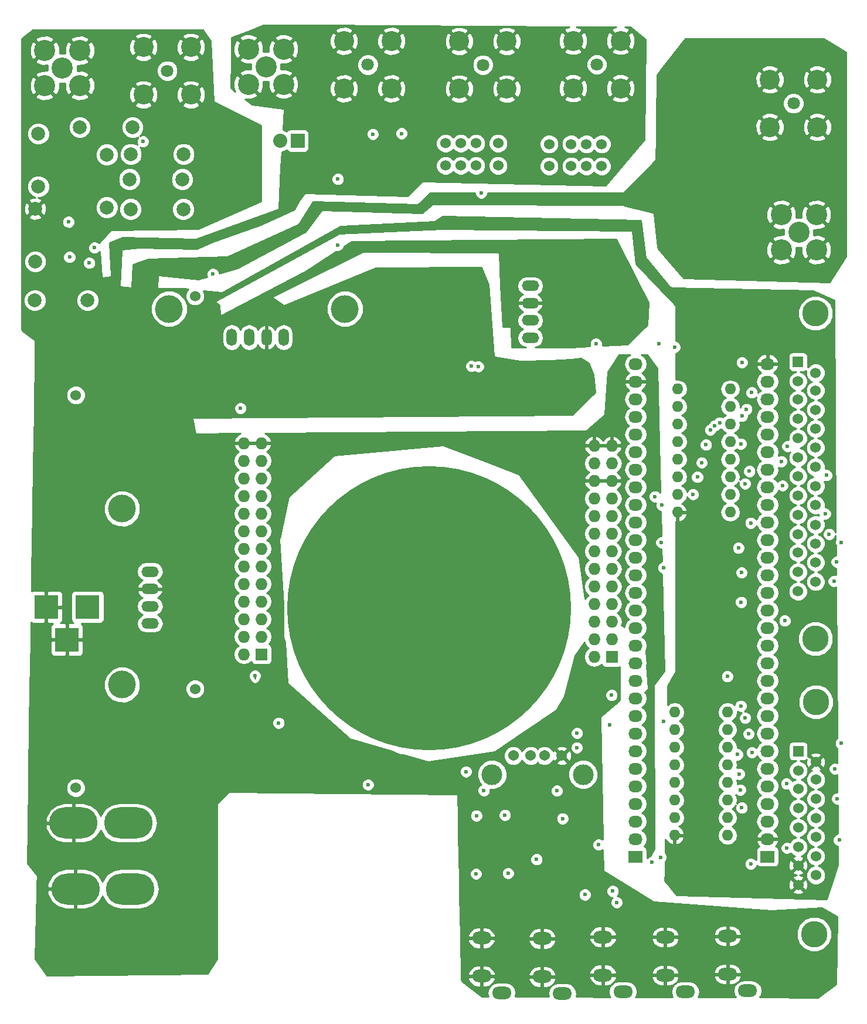
<source format=gbr>
G04 #@! TF.FileFunction,Copper,L3,Inr,Plane*
%FSLAX46Y46*%
G04 Gerber Fmt 4.6, Leading zero omitted, Abs format (unit mm)*
G04 Created by KiCad (PCBNEW 4.0.1-3.201512221401+6198~38~ubuntu15.10.1-stable) date Mon 22 Aug 2016 05:07:10 AM PDT*
%MOMM*%
G01*
G04 APERTURE LIST*
%ADD10C,0.100000*%
%ADD11C,1.998980*%
%ADD12R,1.727200X1.727200*%
%ADD13O,1.727200X1.727200*%
%ADD14O,2.499360X1.501140*%
%ADD15C,1.524000*%
%ADD16C,1.800000*%
%ADD17C,2.880000*%
%ADD18C,3.048000*%
%ADD19R,2.032000X2.032000*%
%ADD20O,2.032000X2.032000*%
%ADD21C,4.000000*%
%ADD22O,7.000000X4.500000*%
%ADD23O,1.501140X2.499360*%
%ADD24C,41.000000*%
%ADD25C,1.540000*%
%ADD26C,3.000000*%
%ADD27O,1.600000X1.600000*%
%ADD28R,2.032000X1.727200*%
%ADD29O,2.032000X1.727200*%
%ADD30C,3.810000*%
%ADD31R,1.524000X1.524000*%
%ADD32O,2.800000X1.800000*%
%ADD33R,3.500120X3.500120*%
%ADD34C,0.600000*%
%ADD35C,0.250000*%
%ADD36C,0.254000*%
G04 APERTURE END LIST*
D10*
D11*
X62150000Y-46265000D03*
X69770000Y-46265000D03*
D12*
X81017900Y-118459700D03*
D13*
X78477900Y-118459700D03*
X81017900Y-115919700D03*
X78477900Y-115919700D03*
X81017900Y-113379700D03*
X78477900Y-113379700D03*
X81017900Y-110839700D03*
X78477900Y-110839700D03*
X81017900Y-108299700D03*
X78477900Y-108299700D03*
X81017900Y-105759700D03*
X78477900Y-105759700D03*
X81017900Y-103219700D03*
X78477900Y-103219700D03*
X81017900Y-100679700D03*
X78477900Y-100679700D03*
X81017900Y-98139700D03*
X78477900Y-98139700D03*
X81017900Y-95599700D03*
X78477900Y-95599700D03*
X81017900Y-93059700D03*
X78477900Y-93059700D03*
X81017900Y-90519700D03*
X78477900Y-90519700D03*
X81017900Y-87979700D03*
X78477900Y-87979700D03*
D12*
X131612160Y-118838160D03*
D13*
X129072160Y-118838160D03*
X131612160Y-116298160D03*
X129072160Y-116298160D03*
X131612160Y-113758160D03*
X129072160Y-113758160D03*
X131612160Y-111218160D03*
X129072160Y-111218160D03*
X131612160Y-108678160D03*
X129072160Y-108678160D03*
X131612160Y-106138160D03*
X129072160Y-106138160D03*
X131612160Y-103598160D03*
X129072160Y-103598160D03*
X131612160Y-101058160D03*
X129072160Y-101058160D03*
X131612160Y-98518160D03*
X129072160Y-98518160D03*
X131612160Y-95978160D03*
X129072160Y-95978160D03*
X131612160Y-93438160D03*
X129072160Y-93438160D03*
X131612160Y-90898160D03*
X129072160Y-90898160D03*
X131612160Y-88358160D03*
X129072160Y-88358160D03*
D14*
X119855000Y-70275000D03*
X119855000Y-72775000D03*
X119855000Y-67775000D03*
X119855000Y-65275000D03*
D15*
X115200000Y-44705000D03*
X112000000Y-44705000D03*
X109800000Y-44705000D03*
X107600000Y-44705000D03*
X115200000Y-47905000D03*
X112000000Y-47905000D03*
X109800000Y-47905000D03*
X107600000Y-47905000D03*
D16*
X113005000Y-33385000D03*
D17*
X116435000Y-36815000D03*
X109575000Y-36815000D03*
X109575000Y-29955000D03*
X116435000Y-29955000D03*
D16*
X129450000Y-33330000D03*
D17*
X132880000Y-36760000D03*
X126020000Y-36760000D03*
X126020000Y-29900000D03*
X132880000Y-29900000D03*
D15*
X122550000Y-48005000D03*
X125750000Y-48005000D03*
X127950000Y-48005000D03*
X130150000Y-48005000D03*
X122550000Y-44805000D03*
X125750000Y-44805000D03*
X127950000Y-44805000D03*
X130150000Y-44805000D03*
D18*
X158626227Y-57543329D03*
X161166227Y-55003329D03*
X161166227Y-60083329D03*
X156086227Y-60083329D03*
X156086227Y-55003329D03*
D16*
X157861600Y-38929680D03*
D17*
X154431600Y-42359680D03*
X154431600Y-35499680D03*
X161291600Y-35499680D03*
X161291600Y-42359680D03*
D16*
X96375000Y-33365000D03*
D17*
X99805000Y-36795000D03*
X92945000Y-36795000D03*
X92945000Y-29935000D03*
X99805000Y-29935000D03*
D18*
X81685000Y-33625000D03*
X79145000Y-31085000D03*
X84225000Y-31085000D03*
X84225000Y-36165000D03*
X79145000Y-36165000D03*
D19*
X86245000Y-44330000D03*
D20*
X83705000Y-44330000D03*
D16*
X67410000Y-34230000D03*
D17*
X70840000Y-37660000D03*
X63980000Y-37660000D03*
X63980000Y-30800000D03*
X70840000Y-30800000D03*
D11*
X69720000Y-54210000D03*
X62100000Y-54210000D03*
X69575000Y-49895000D03*
X61955000Y-49895000D03*
D21*
X60880000Y-97450000D03*
X60880000Y-122850000D03*
D14*
X64925000Y-111520000D03*
X64925000Y-114020000D03*
X64925000Y-109020000D03*
X64925000Y-106520000D03*
D22*
X54140000Y-152325000D03*
X62040000Y-152325000D03*
D21*
X67675000Y-68590000D03*
X93075000Y-68590000D03*
D22*
X53880000Y-142835000D03*
X61780000Y-142835000D03*
D15*
X71415000Y-66755000D03*
X71415000Y-123455000D03*
D23*
X79240000Y-72705000D03*
X76740000Y-72705000D03*
X81740000Y-72705000D03*
X84240000Y-72705000D03*
D24*
X105250000Y-111805000D03*
D25*
X119900000Y-133105000D03*
X121900000Y-133105000D03*
X117400000Y-133105000D03*
X124400000Y-133105000D03*
D26*
X114330000Y-135815000D03*
X127470000Y-135815000D03*
D27*
X140700000Y-126800000D03*
X140700000Y-129340000D03*
X140700000Y-131880000D03*
X140700000Y-134420000D03*
X140700000Y-136960000D03*
X140700000Y-139500000D03*
X140700000Y-142040000D03*
X140700000Y-144580000D03*
X148320000Y-144580000D03*
X148320000Y-142040000D03*
X148320000Y-139500000D03*
X148320000Y-136960000D03*
X148320000Y-134420000D03*
X148320000Y-131880000D03*
X148320000Y-129340000D03*
X148320000Y-126800000D03*
D28*
X154100000Y-147680000D03*
D29*
X154100000Y-145140000D03*
X154100000Y-142600000D03*
X154100000Y-140060000D03*
X154100000Y-137520000D03*
X154100000Y-134980000D03*
X154100000Y-132440000D03*
X154100000Y-129900000D03*
X154100000Y-127360000D03*
X154100000Y-124820000D03*
X154100000Y-122280000D03*
X154100000Y-119740000D03*
X154100000Y-117200000D03*
X154100000Y-114660000D03*
X154100000Y-112120000D03*
X154100000Y-109580000D03*
X154100000Y-107040000D03*
X154100000Y-104500000D03*
X154100000Y-101960000D03*
X154100000Y-99420000D03*
X154100000Y-96880000D03*
X154100000Y-94340000D03*
X154100000Y-91800000D03*
X154100000Y-89260000D03*
X154100000Y-86720000D03*
X154100000Y-84180000D03*
X154100000Y-81640000D03*
X154100000Y-79100000D03*
X154100000Y-76560000D03*
D28*
X135050000Y-147680000D03*
D29*
X135050000Y-145140000D03*
X135050000Y-142600000D03*
X135050000Y-140060000D03*
X135050000Y-137520000D03*
X135050000Y-134980000D03*
X135050000Y-132440000D03*
X135050000Y-129900000D03*
X135050000Y-127360000D03*
X135050000Y-124820000D03*
X135050000Y-122280000D03*
X135050000Y-119740000D03*
X135050000Y-117200000D03*
X135050000Y-114660000D03*
X135050000Y-112120000D03*
X135050000Y-109580000D03*
X135050000Y-107040000D03*
X135050000Y-104500000D03*
X135050000Y-101960000D03*
X135050000Y-99420000D03*
X135050000Y-96880000D03*
X135050000Y-94340000D03*
X135050000Y-91800000D03*
X135050000Y-89260000D03*
X135050000Y-86720000D03*
X135050000Y-84180000D03*
X135050000Y-81640000D03*
X135050000Y-79100000D03*
X135050000Y-76560000D03*
D27*
X141095000Y-80185000D03*
X141095000Y-82725000D03*
X141095000Y-85265000D03*
X141095000Y-87805000D03*
X141095000Y-90345000D03*
X141095000Y-92885000D03*
X141095000Y-95425000D03*
X141095000Y-97965000D03*
X148715000Y-97965000D03*
X148715000Y-95425000D03*
X148715000Y-92885000D03*
X148715000Y-90345000D03*
X148715000Y-87805000D03*
X148715000Y-85265000D03*
X148715000Y-82725000D03*
X148715000Y-80185000D03*
D30*
X160835000Y-158855000D03*
X161089000Y-125327000D03*
D31*
X158549000Y-132439000D03*
D15*
X158549000Y-135233000D03*
X158549000Y-137900000D03*
X158549000Y-140694000D03*
X158549000Y-143488000D03*
X158549000Y-146282000D03*
X158549000Y-148949000D03*
X158549000Y-151743000D03*
X161089000Y-134013800D03*
X161089000Y-136553800D03*
X161089000Y-139347800D03*
X161089000Y-142091000D03*
X161089000Y-144834200D03*
X161089000Y-147628200D03*
X161089000Y-150371400D03*
D30*
X161065000Y-116250000D03*
X161065000Y-69260000D03*
D31*
X158525000Y-76245000D03*
D15*
X158525000Y-79039000D03*
X158525000Y-81706000D03*
X158525000Y-84500000D03*
X158525000Y-87294000D03*
X158525000Y-90088000D03*
X158525000Y-92755000D03*
X158525000Y-95549000D03*
X158525000Y-98343000D03*
X158525000Y-101137000D03*
X158525000Y-103804000D03*
X158525000Y-106598000D03*
X158525000Y-109392000D03*
X161065000Y-77819800D03*
X161065000Y-80359800D03*
X161065000Y-83153800D03*
X161065000Y-85897000D03*
X161065000Y-88640200D03*
X161065000Y-91434200D03*
X161065000Y-94177400D03*
X161065000Y-96920600D03*
X161065000Y-99765400D03*
X161065000Y-102457800D03*
X161065000Y-105201000D03*
X161065000Y-107995000D03*
D32*
X142235000Y-167200000D03*
X139335000Y-164800000D03*
X139335000Y-159300000D03*
X133225000Y-167175000D03*
X130325000Y-164775000D03*
X130325000Y-159275000D03*
X151245000Y-167045000D03*
X148345000Y-164645000D03*
X148345000Y-159145000D03*
X124470000Y-167420000D03*
X121570000Y-165020000D03*
X121570000Y-159520000D03*
X115720000Y-167335000D03*
X112820000Y-164935000D03*
X112820000Y-159435000D03*
D33*
X55910000Y-111645000D03*
X49910520Y-111645000D03*
X52910260Y-116344000D03*
D18*
X52250000Y-33835000D03*
X49710000Y-36375000D03*
X49710000Y-31295000D03*
X54790000Y-31295000D03*
X54790000Y-36375000D03*
D11*
X48780000Y-50940000D03*
X48780000Y-43320000D03*
X62390000Y-42375000D03*
X54770000Y-42375000D03*
X48340000Y-61780000D03*
X48340000Y-54160000D03*
X58685000Y-46345000D03*
X58685000Y-53965000D03*
X55910000Y-67360000D03*
X48290000Y-67360000D03*
D15*
X54215000Y-81045000D03*
X54215000Y-137745000D03*
D34*
X140085000Y-66410000D03*
X146830000Y-151575000D03*
X129405000Y-138250000D03*
X134275000Y-67325000D03*
X54570000Y-44710000D03*
X50420000Y-63680000D03*
X84490000Y-80400000D03*
X74275000Y-82815000D03*
X58280000Y-134080000D03*
X73520000Y-117580000D03*
X73066000Y-102719000D03*
X76255000Y-131460000D03*
X121330000Y-140685000D03*
X148005000Y-151530000D03*
X128170000Y-123995000D03*
X142485000Y-123595000D03*
X142120000Y-103105000D03*
X51016000Y-53420000D03*
X79350000Y-51200000D03*
X78240000Y-53235000D03*
X148685000Y-74145000D03*
X135830430Y-70450000D03*
X145050000Y-49730000D03*
X150545000Y-63815000D03*
X144200000Y-49780000D03*
X141715000Y-48975000D03*
X147000000Y-45355000D03*
X148700000Y-45455000D03*
X147815000Y-45035000D03*
X141815000Y-48315000D03*
X127680000Y-67000000D03*
X126080000Y-61375000D03*
X101250000Y-50835000D03*
X97100000Y-50935000D03*
X148295000Y-121655000D03*
X149905000Y-103105000D03*
X140695000Y-74115000D03*
X138435000Y-73645000D03*
X139080000Y-128140000D03*
X139080000Y-105960000D03*
X131350000Y-128625000D03*
X123685000Y-138180000D03*
X127740000Y-153170000D03*
X132320000Y-154290000D03*
X92060000Y-49865000D03*
X97100000Y-43375000D03*
X101250000Y-43275000D03*
X56145000Y-61975010D03*
X56905000Y-59770000D03*
X83490000Y-128380000D03*
X131600000Y-124360000D03*
X74010000Y-63565000D03*
X92045000Y-59410000D03*
X129340000Y-73645000D03*
X113140000Y-138110000D03*
X96410000Y-137290000D03*
X116180000Y-141680000D03*
X80075000Y-121550000D03*
X112060000Y-141770000D03*
X110560000Y-135400000D03*
X111345000Y-76860000D03*
X146478578Y-85461014D03*
X112760000Y-51860000D03*
X112325000Y-76920000D03*
X147190000Y-85045000D03*
X150255000Y-125920000D03*
X149760000Y-132935000D03*
X150880010Y-127665000D03*
X149980000Y-135745000D03*
X151385000Y-129955000D03*
X150155000Y-138035000D03*
X151855000Y-132630000D03*
X150390001Y-140625001D03*
X126570000Y-131940000D03*
X126605000Y-129845000D03*
X150360000Y-106670000D03*
X150310000Y-110935000D03*
X63920000Y-44440000D03*
X53290000Y-61125000D03*
X53150000Y-56055000D03*
X144594980Y-90800000D03*
X145219990Y-88220000D03*
X77985000Y-82960000D03*
X151680000Y-148715000D03*
X151680000Y-99505000D03*
X162425000Y-98175000D03*
X138665000Y-147760000D03*
X137861390Y-95691390D03*
X137445000Y-148495000D03*
X164725000Y-131325000D03*
X164790000Y-102345000D03*
X163815000Y-135020000D03*
X163010000Y-101125000D03*
X164460000Y-145285000D03*
X164110000Y-105115000D03*
X150244990Y-88071390D03*
X156960010Y-88435000D03*
X156845000Y-137145000D03*
X164180000Y-139310000D03*
X163695000Y-107910000D03*
X138780000Y-102320000D03*
X138860000Y-96945000D03*
X162610000Y-92620000D03*
X156285000Y-94110000D03*
X156592566Y-113624202D03*
X156885000Y-146450000D03*
X156088610Y-90611390D03*
X151830000Y-80685000D03*
X151495010Y-92040000D03*
X151065000Y-83075000D03*
X150870000Y-93835000D03*
X150410000Y-76335000D03*
X150425000Y-84055000D03*
X143344960Y-95370000D03*
X143969970Y-92880000D03*
X145845000Y-86070000D03*
X124505000Y-142185000D03*
X129720000Y-145965000D03*
X116640000Y-150090000D03*
X112000000Y-150165000D03*
X120765000Y-148080000D03*
X131750000Y-152660000D03*
D35*
X80075000Y-121550000D02*
X80075000Y-121974264D01*
D36*
G36*
X125490603Y-27864514D02*
X124881439Y-28116839D01*
X124728981Y-28429376D01*
X126020000Y-29720395D01*
X127311019Y-28429376D01*
X127158561Y-28116839D01*
X126525934Y-27870079D01*
X132262721Y-27900916D01*
X131741439Y-28116839D01*
X131588981Y-28429376D01*
X132880000Y-29720395D01*
X134171019Y-28429376D01*
X134018561Y-28116839D01*
X133481792Y-27907469D01*
X134279641Y-27911758D01*
X136482395Y-29699989D01*
X136338465Y-44132740D01*
X130707382Y-50751732D01*
X104252730Y-50183029D01*
X104203116Y-50191971D01*
X104160197Y-50220197D01*
X102063911Y-52316483D01*
X87293639Y-51893052D01*
X87243963Y-51901638D01*
X87186866Y-51945889D01*
X86471866Y-52940889D01*
X86463840Y-52953581D01*
X85773724Y-54202594D01*
X80971999Y-56462229D01*
X73993348Y-58885025D01*
X73984203Y-58888601D01*
X71729507Y-59872558D01*
X63347114Y-59733018D01*
X63330176Y-59733868D01*
X60905176Y-60018868D01*
X60857272Y-60034573D01*
X60819252Y-60067678D01*
X60793196Y-60137955D01*
X60508196Y-65267955D01*
X60515445Y-65317844D01*
X60541533Y-65360982D01*
X60582349Y-65390572D01*
X60623720Y-65401498D01*
X62193720Y-65541498D01*
X62243823Y-65535920D01*
X62287810Y-65511289D01*
X62318747Y-65471485D01*
X62331884Y-65420424D01*
X62468294Y-62229401D01*
X64649562Y-61411426D01*
X76033173Y-61126960D01*
X76082938Y-61115441D01*
X86342938Y-56410441D01*
X86396364Y-56364396D01*
X88497494Y-53143973D01*
X103536387Y-53571949D01*
X103586062Y-53563352D01*
X103626204Y-53538262D01*
X105439704Y-51862000D01*
X111824998Y-51862000D01*
X111824838Y-52045167D01*
X111966883Y-52388943D01*
X112229673Y-52652192D01*
X112573201Y-52794838D01*
X112945167Y-52795162D01*
X113288943Y-52653117D01*
X113552192Y-52390327D01*
X113694838Y-52046799D01*
X113694999Y-51862000D01*
X133330000Y-51862000D01*
X133379410Y-51851994D01*
X133421197Y-51823386D01*
X137981197Y-47118386D01*
X138008399Y-47075942D01*
X138016991Y-47031502D01*
X138054851Y-43830304D01*
X153140581Y-43830304D01*
X153293039Y-44142841D01*
X154062093Y-44442815D01*
X154887402Y-44425650D01*
X155570161Y-44142841D01*
X155722619Y-43830304D01*
X160000581Y-43830304D01*
X160153039Y-44142841D01*
X160922093Y-44442815D01*
X161747402Y-44425650D01*
X162430161Y-44142841D01*
X162582619Y-43830304D01*
X161291600Y-42539285D01*
X160000581Y-43830304D01*
X155722619Y-43830304D01*
X154431600Y-42539285D01*
X153140581Y-43830304D01*
X138054851Y-43830304D01*
X138076615Y-41990173D01*
X152348465Y-41990173D01*
X152365630Y-42815482D01*
X152648439Y-43498241D01*
X152960976Y-43650699D01*
X154251995Y-42359680D01*
X154611205Y-42359680D01*
X155902224Y-43650699D01*
X156214761Y-43498241D01*
X156514735Y-42729187D01*
X156499365Y-41990173D01*
X159208465Y-41990173D01*
X159225630Y-42815482D01*
X159508439Y-43498241D01*
X159820976Y-43650699D01*
X161111995Y-42359680D01*
X161471205Y-42359680D01*
X162762224Y-43650699D01*
X163074761Y-43498241D01*
X163374735Y-42729187D01*
X163357570Y-41903878D01*
X163074761Y-41221119D01*
X162762224Y-41068661D01*
X161471205Y-42359680D01*
X161111995Y-42359680D01*
X159820976Y-41068661D01*
X159508439Y-41221119D01*
X159208465Y-41990173D01*
X156499365Y-41990173D01*
X156497570Y-41903878D01*
X156214761Y-41221119D01*
X155902224Y-41068661D01*
X154611205Y-42359680D01*
X154251995Y-42359680D01*
X152960976Y-41068661D01*
X152648439Y-41221119D01*
X152348465Y-41990173D01*
X138076615Y-41990173D01*
X138089638Y-40889056D01*
X153140581Y-40889056D01*
X154431600Y-42180075D01*
X155722619Y-40889056D01*
X160000581Y-40889056D01*
X161291600Y-42180075D01*
X162582619Y-40889056D01*
X162430161Y-40576519D01*
X161661107Y-40276545D01*
X160835798Y-40293710D01*
X160153039Y-40576519D01*
X160000581Y-40889056D01*
X155722619Y-40889056D01*
X155570161Y-40576519D01*
X154801107Y-40276545D01*
X153975798Y-40293710D01*
X153293039Y-40576519D01*
X153140581Y-40889056D01*
X138089638Y-40889056D01*
X138109216Y-39233671D01*
X156326335Y-39233671D01*
X156559532Y-39798051D01*
X156990957Y-40230231D01*
X157554930Y-40464413D01*
X158165591Y-40464945D01*
X158729971Y-40231748D01*
X159162151Y-39800323D01*
X159396333Y-39236350D01*
X159396865Y-38625689D01*
X159163668Y-38061309D01*
X158732243Y-37629129D01*
X158168270Y-37394947D01*
X157557609Y-37394415D01*
X156993229Y-37627612D01*
X156561049Y-38059037D01*
X156326867Y-38623010D01*
X156326335Y-39233671D01*
X138109216Y-39233671D01*
X138135985Y-36970304D01*
X153140581Y-36970304D01*
X153293039Y-37282841D01*
X154062093Y-37582815D01*
X154887402Y-37565650D01*
X155570161Y-37282841D01*
X155722619Y-36970304D01*
X160000581Y-36970304D01*
X160153039Y-37282841D01*
X160922093Y-37582815D01*
X161747402Y-37565650D01*
X162430161Y-37282841D01*
X162582619Y-36970304D01*
X161291600Y-35679285D01*
X160000581Y-36970304D01*
X155722619Y-36970304D01*
X154431600Y-35679285D01*
X153140581Y-36970304D01*
X138135985Y-36970304D01*
X138157749Y-35130173D01*
X152348465Y-35130173D01*
X152365630Y-35955482D01*
X152648439Y-36638241D01*
X152960976Y-36790699D01*
X154251995Y-35499680D01*
X154611205Y-35499680D01*
X155902224Y-36790699D01*
X156214761Y-36638241D01*
X156514735Y-35869187D01*
X156499365Y-35130173D01*
X159208465Y-35130173D01*
X159225630Y-35955482D01*
X159508439Y-36638241D01*
X159820976Y-36790699D01*
X161111995Y-35499680D01*
X161471205Y-35499680D01*
X162762224Y-36790699D01*
X163074761Y-36638241D01*
X163374735Y-35869187D01*
X163357570Y-35043878D01*
X163074761Y-34361119D01*
X162762224Y-34208661D01*
X161471205Y-35499680D01*
X161111995Y-35499680D01*
X159820976Y-34208661D01*
X159508439Y-34361119D01*
X159208465Y-35130173D01*
X156499365Y-35130173D01*
X156497570Y-35043878D01*
X156214761Y-34361119D01*
X155902224Y-34208661D01*
X154611205Y-35499680D01*
X154251995Y-35499680D01*
X152960976Y-34208661D01*
X152648439Y-34361119D01*
X152348465Y-35130173D01*
X138157749Y-35130173D01*
X138161483Y-34814496D01*
X138777017Y-34029056D01*
X153140581Y-34029056D01*
X154431600Y-35320075D01*
X155722619Y-34029056D01*
X160000581Y-34029056D01*
X161291600Y-35320075D01*
X162582619Y-34029056D01*
X162430161Y-33716519D01*
X161661107Y-33416545D01*
X160835798Y-33433710D01*
X160153039Y-33716519D01*
X160000581Y-34029056D01*
X155722619Y-34029056D01*
X155570161Y-33716519D01*
X154801107Y-33416545D01*
X153975798Y-33433710D01*
X153293039Y-33716519D01*
X153140581Y-34029056D01*
X138777017Y-34029056D01*
X142226826Y-29627000D01*
X162230216Y-29627000D01*
X165415843Y-31513553D01*
X165421297Y-60977521D01*
X163051337Y-64716112D01*
X141939333Y-64149547D01*
X139742410Y-61614636D01*
X154734525Y-61614636D01*
X154897238Y-61935897D01*
X155696691Y-62249885D01*
X156555448Y-62234035D01*
X157275216Y-61935897D01*
X157437929Y-61614636D01*
X159814525Y-61614636D01*
X159977238Y-61935897D01*
X160776691Y-62249885D01*
X161635448Y-62234035D01*
X162355216Y-61935897D01*
X162517929Y-61614636D01*
X161166227Y-60262934D01*
X159814525Y-61614636D01*
X157437929Y-61614636D01*
X156086227Y-60262934D01*
X154734525Y-61614636D01*
X139742410Y-61614636D01*
X138296858Y-59946692D01*
X138268759Y-59693793D01*
X153919671Y-59693793D01*
X153935521Y-60552550D01*
X154233659Y-61272318D01*
X154554920Y-61435031D01*
X155906622Y-60083329D01*
X154554920Y-58731627D01*
X154233659Y-58894340D01*
X153919671Y-59693793D01*
X138268759Y-59693793D01*
X137917742Y-56534636D01*
X154734525Y-56534636D01*
X154897238Y-56855897D01*
X155696691Y-57169885D01*
X156467565Y-57155657D01*
X156466900Y-57916937D01*
X155617006Y-57932623D01*
X154897238Y-58230761D01*
X154734525Y-58552022D01*
X156086227Y-59903724D01*
X156100370Y-59889582D01*
X156279975Y-60069187D01*
X156265832Y-60083329D01*
X157617534Y-61435031D01*
X157938795Y-61272318D01*
X158252783Y-60472865D01*
X158238555Y-59701991D01*
X158999835Y-59702656D01*
X159015521Y-60552550D01*
X159313659Y-61272318D01*
X159634920Y-61435031D01*
X160986622Y-60083329D01*
X161345832Y-60083329D01*
X162697534Y-61435031D01*
X163018795Y-61272318D01*
X163332783Y-60472865D01*
X163316933Y-59614108D01*
X163018795Y-58894340D01*
X162697534Y-58731627D01*
X161345832Y-60083329D01*
X160986622Y-60083329D01*
X160972480Y-60069187D01*
X161152085Y-59889582D01*
X161166227Y-59903724D01*
X162517929Y-58552022D01*
X162355216Y-58230761D01*
X161555763Y-57916773D01*
X160784889Y-57931001D01*
X160785554Y-57169721D01*
X161635448Y-57154035D01*
X162355216Y-56855897D01*
X162517929Y-56534636D01*
X161166227Y-55182934D01*
X161152085Y-55197077D01*
X160972480Y-55017472D01*
X160986622Y-55003329D01*
X161345832Y-55003329D01*
X162697534Y-56355031D01*
X163018795Y-56192318D01*
X163332783Y-55392865D01*
X163316933Y-54534108D01*
X163018795Y-53814340D01*
X162697534Y-53651627D01*
X161345832Y-55003329D01*
X160986622Y-55003329D01*
X159634920Y-53651627D01*
X159313659Y-53814340D01*
X158999671Y-54613793D01*
X159013899Y-55384667D01*
X158252619Y-55384002D01*
X158236933Y-54534108D01*
X157938795Y-53814340D01*
X157617534Y-53651627D01*
X156265832Y-55003329D01*
X156279975Y-55017472D01*
X156100370Y-55197077D01*
X156086227Y-55182934D01*
X154734525Y-56534636D01*
X137917742Y-56534636D01*
X137731223Y-54855975D01*
X137715822Y-54807972D01*
X137682959Y-54769743D01*
X137637035Y-54747107D01*
X137125609Y-54613793D01*
X153919671Y-54613793D01*
X153935521Y-55472550D01*
X154233659Y-56192318D01*
X154554920Y-56355031D01*
X155906622Y-55003329D01*
X154554920Y-53651627D01*
X154233659Y-53814340D01*
X153919671Y-54613793D01*
X137125609Y-54613793D01*
X134358509Y-53892491D01*
X133364971Y-53607910D01*
X133330669Y-53603002D01*
X108480602Y-53472022D01*
X154734525Y-53472022D01*
X156086227Y-54823724D01*
X157437929Y-53472022D01*
X159814525Y-53472022D01*
X161166227Y-54823724D01*
X162517929Y-53472022D01*
X162355216Y-53150761D01*
X161555763Y-52836773D01*
X160697006Y-52852623D01*
X159977238Y-53150761D01*
X159814525Y-53472022D01*
X157437929Y-53472022D01*
X157275216Y-53150761D01*
X156475763Y-52836773D01*
X155617006Y-52852623D01*
X154897238Y-53150761D01*
X154734525Y-53472022D01*
X108480602Y-53472022D01*
X105820669Y-53458002D01*
X105771207Y-53467747D01*
X105739562Y-53486721D01*
X104206300Y-54741652D01*
X89718755Y-54313056D01*
X89669071Y-54321596D01*
X89612312Y-54365273D01*
X87344408Y-57481781D01*
X77547557Y-62731338D01*
X74945102Y-63448154D01*
X74945162Y-63379833D01*
X74803117Y-63036057D01*
X74540327Y-62772808D01*
X74196799Y-62630162D01*
X73824833Y-62629838D01*
X73481057Y-62771883D01*
X73217808Y-63034673D01*
X73075162Y-63378201D01*
X73074838Y-63750167D01*
X73153903Y-63941520D01*
X71884092Y-64291275D01*
X66207637Y-63723630D01*
X66157476Y-63728670D01*
X66113229Y-63752828D01*
X66081866Y-63792297D01*
X66068454Y-63839270D01*
X65923454Y-65549270D01*
X65929249Y-65599348D01*
X65954072Y-65643227D01*
X65994009Y-65673991D01*
X66050000Y-65687000D01*
X69753498Y-65687000D01*
X70437205Y-65757155D01*
X70231371Y-65962630D01*
X70018243Y-66475900D01*
X70017758Y-67031661D01*
X70229990Y-67545303D01*
X70622630Y-67938629D01*
X71135900Y-68151757D01*
X71691661Y-68152242D01*
X72205303Y-67940010D01*
X72598629Y-67547370D01*
X72811757Y-67034100D01*
X72812242Y-66478339D01*
X72606217Y-65979718D01*
X75302037Y-66256337D01*
X75352210Y-66251427D01*
X75376910Y-66240888D01*
X92456122Y-56705286D01*
X106111626Y-55991827D01*
X106178768Y-55968379D01*
X107139534Y-55282807D01*
X135783379Y-55849815D01*
X136484093Y-61156625D01*
X136512408Y-61221270D01*
X140072408Y-65496270D01*
X140111715Y-65527836D01*
X140167340Y-65541972D01*
X160666224Y-65971425D01*
X163703569Y-67352036D01*
X163937851Y-100922138D01*
X163803117Y-100596057D01*
X163540327Y-100332808D01*
X163196799Y-100190162D01*
X162824833Y-100189838D01*
X162481057Y-100331883D01*
X162217808Y-100594673D01*
X162075162Y-100938201D01*
X162074838Y-101310167D01*
X162203043Y-101620448D01*
X161857370Y-101274171D01*
X161465524Y-101111463D01*
X161855303Y-100950410D01*
X162248629Y-100557770D01*
X162461757Y-100044500D01*
X162462242Y-99488739D01*
X162305708Y-99109897D01*
X162610167Y-99110162D01*
X162953943Y-98968117D01*
X163217192Y-98705327D01*
X163359838Y-98361799D01*
X163360162Y-97989833D01*
X163218117Y-97646057D01*
X162955327Y-97382808D01*
X162611799Y-97240162D01*
X162445016Y-97240017D01*
X162461757Y-97199700D01*
X162462242Y-96643939D01*
X162250010Y-96130297D01*
X161857370Y-95736971D01*
X161404203Y-95548800D01*
X161855303Y-95362410D01*
X162248629Y-94969770D01*
X162461757Y-94456500D01*
X162462242Y-93900739D01*
X162297804Y-93502769D01*
X162423201Y-93554838D01*
X162795167Y-93555162D01*
X163138943Y-93413117D01*
X163402192Y-93150327D01*
X163544838Y-92806799D01*
X163545162Y-92434833D01*
X163403117Y-92091057D01*
X163140327Y-91827808D01*
X162796799Y-91685162D01*
X162461782Y-91684870D01*
X162462242Y-91157539D01*
X162250010Y-90643897D01*
X161857370Y-90250571D01*
X161344100Y-90037443D01*
X161341664Y-90037441D01*
X161855303Y-89825210D01*
X162248629Y-89432570D01*
X162461757Y-88919300D01*
X162462242Y-88363539D01*
X162250010Y-87849897D01*
X161857370Y-87456571D01*
X161404203Y-87268400D01*
X161855303Y-87082010D01*
X162248629Y-86689370D01*
X162461757Y-86176100D01*
X162462242Y-85620339D01*
X162250010Y-85106697D01*
X161857370Y-84713371D01*
X161404203Y-84525200D01*
X161855303Y-84338810D01*
X162248629Y-83946170D01*
X162461757Y-83432900D01*
X162462242Y-82877139D01*
X162250010Y-82363497D01*
X161857370Y-81970171D01*
X161344100Y-81757043D01*
X161341664Y-81757041D01*
X161855303Y-81544810D01*
X162248629Y-81152170D01*
X162461757Y-80638900D01*
X162462242Y-80083139D01*
X162250010Y-79569497D01*
X161857370Y-79176171D01*
X161649488Y-79089851D01*
X161855303Y-79004810D01*
X162248629Y-78612170D01*
X162461757Y-78098900D01*
X162462242Y-77543139D01*
X162250010Y-77029497D01*
X161857370Y-76636171D01*
X161344100Y-76423043D01*
X160788339Y-76422558D01*
X160274697Y-76634790D01*
X159934440Y-76974454D01*
X159934440Y-75483000D01*
X159890162Y-75247683D01*
X159751090Y-75031559D01*
X159538890Y-74886569D01*
X159287000Y-74835560D01*
X157763000Y-74835560D01*
X157527683Y-74879838D01*
X157311559Y-75018910D01*
X157166569Y-75231110D01*
X157115560Y-75483000D01*
X157115560Y-77007000D01*
X157159838Y-77242317D01*
X157298910Y-77458441D01*
X157511110Y-77603431D01*
X157763000Y-77654440D01*
X158217646Y-77654440D01*
X157734697Y-77853990D01*
X157341371Y-78246630D01*
X157128243Y-78759900D01*
X157127758Y-79315661D01*
X157339990Y-79829303D01*
X157732630Y-80222629D01*
X158093815Y-80372606D01*
X157734697Y-80520990D01*
X157341371Y-80913630D01*
X157128243Y-81426900D01*
X157127758Y-81982661D01*
X157339990Y-82496303D01*
X157732630Y-82889629D01*
X158245900Y-83102757D01*
X158248336Y-83102759D01*
X157734697Y-83314990D01*
X157341371Y-83707630D01*
X157128243Y-84220900D01*
X157127758Y-84776661D01*
X157339990Y-85290303D01*
X157732630Y-85683629D01*
X158245900Y-85896757D01*
X158248336Y-85896759D01*
X157734697Y-86108990D01*
X157341371Y-86501630D01*
X157128243Y-87014900D01*
X157127820Y-87500145D01*
X156774843Y-87499838D01*
X156431067Y-87641883D01*
X156167818Y-87904673D01*
X156025172Y-88248201D01*
X156024848Y-88620167D01*
X156166893Y-88963943D01*
X156429683Y-89227192D01*
X156773211Y-89369838D01*
X157145177Y-89370162D01*
X157352538Y-89284482D01*
X157341371Y-89295630D01*
X157128243Y-89808900D01*
X157127758Y-90364661D01*
X157339990Y-90878303D01*
X157732630Y-91271629D01*
X158093815Y-91421606D01*
X157734697Y-91569990D01*
X157341371Y-91962630D01*
X157128243Y-92475900D01*
X157127758Y-93031661D01*
X157339990Y-93545303D01*
X157732630Y-93938629D01*
X158245900Y-94151757D01*
X158248336Y-94151759D01*
X157734697Y-94363990D01*
X157341371Y-94756630D01*
X157128243Y-95269900D01*
X157127758Y-95825661D01*
X157339990Y-96339303D01*
X157732630Y-96732629D01*
X158245900Y-96945757D01*
X158248336Y-96945759D01*
X157734697Y-97157990D01*
X157341371Y-97550630D01*
X157128243Y-98063900D01*
X157127758Y-98619661D01*
X157339990Y-99133303D01*
X157732630Y-99526629D01*
X158245900Y-99739757D01*
X158248336Y-99739759D01*
X157734697Y-99951990D01*
X157341371Y-100344630D01*
X157128243Y-100857900D01*
X157127758Y-101413661D01*
X157339990Y-101927303D01*
X157732630Y-102320629D01*
X158093815Y-102470606D01*
X157734697Y-102618990D01*
X157341371Y-103011630D01*
X157128243Y-103524900D01*
X157127758Y-104080661D01*
X157339990Y-104594303D01*
X157732630Y-104987629D01*
X158245900Y-105200757D01*
X158248336Y-105200759D01*
X157734697Y-105412990D01*
X157341371Y-105805630D01*
X157128243Y-106318900D01*
X157127758Y-106874661D01*
X157339990Y-107388303D01*
X157732630Y-107781629D01*
X158245900Y-107994757D01*
X158248336Y-107994759D01*
X157734697Y-108206990D01*
X157341371Y-108599630D01*
X157128243Y-109112900D01*
X157127758Y-109668661D01*
X157339990Y-110182303D01*
X157732630Y-110575629D01*
X158245900Y-110788757D01*
X158801661Y-110789242D01*
X159315303Y-110577010D01*
X159708629Y-110184370D01*
X159921757Y-109671100D01*
X159922242Y-109115339D01*
X159710010Y-108601697D01*
X159317370Y-108208371D01*
X158804100Y-107995243D01*
X158801664Y-107995241D01*
X159315303Y-107783010D01*
X159708629Y-107390370D01*
X159921757Y-106877100D01*
X159922242Y-106321339D01*
X159710010Y-105807697D01*
X159317370Y-105414371D01*
X158804100Y-105201243D01*
X158801664Y-105201241D01*
X159315303Y-104989010D01*
X159708629Y-104596370D01*
X159921757Y-104083100D01*
X159922242Y-103527339D01*
X159710010Y-103013697D01*
X159317370Y-102620371D01*
X158956185Y-102470394D01*
X159315303Y-102322010D01*
X159708629Y-101929370D01*
X159921757Y-101416100D01*
X159922242Y-100860339D01*
X159710010Y-100346697D01*
X159317370Y-99953371D01*
X158804100Y-99740243D01*
X158801664Y-99740241D01*
X159315303Y-99528010D01*
X159708629Y-99135370D01*
X159921757Y-98622100D01*
X159922242Y-98066339D01*
X159710010Y-97552697D01*
X159317370Y-97159371D01*
X158804100Y-96946243D01*
X158801664Y-96946241D01*
X159315303Y-96734010D01*
X159708629Y-96341370D01*
X159921757Y-95828100D01*
X159922242Y-95272339D01*
X159710010Y-94758697D01*
X159317370Y-94365371D01*
X158804100Y-94152243D01*
X158801664Y-94152241D01*
X159315303Y-93940010D01*
X159708629Y-93547370D01*
X159921757Y-93034100D01*
X159922242Y-92478339D01*
X159710010Y-91964697D01*
X159317370Y-91571371D01*
X158956185Y-91421394D01*
X159315303Y-91273010D01*
X159708629Y-90880370D01*
X159921757Y-90367100D01*
X159922242Y-89811339D01*
X159710010Y-89297697D01*
X159317370Y-88904371D01*
X158804100Y-88691243D01*
X158801664Y-88691241D01*
X159315303Y-88479010D01*
X159708629Y-88086370D01*
X159921757Y-87573100D01*
X159922242Y-87017339D01*
X159710010Y-86503697D01*
X159317370Y-86110371D01*
X158804100Y-85897243D01*
X158801664Y-85897241D01*
X159315303Y-85685010D01*
X159708629Y-85292370D01*
X159921757Y-84779100D01*
X159922242Y-84223339D01*
X159710010Y-83709697D01*
X159317370Y-83316371D01*
X158804100Y-83103243D01*
X158801664Y-83103241D01*
X159315303Y-82891010D01*
X159708629Y-82498370D01*
X159921757Y-81985100D01*
X159922242Y-81429339D01*
X159710010Y-80915697D01*
X159317370Y-80522371D01*
X158956185Y-80372394D01*
X159315303Y-80224010D01*
X159708629Y-79831370D01*
X159921757Y-79318100D01*
X159922242Y-78762339D01*
X159710010Y-78248697D01*
X159317370Y-77855371D01*
X158833474Y-77654440D01*
X159287000Y-77654440D01*
X159522317Y-77610162D01*
X159682091Y-77507350D01*
X159668243Y-77540700D01*
X159667758Y-78096461D01*
X159879990Y-78610103D01*
X160272630Y-79003429D01*
X160480512Y-79089749D01*
X160274697Y-79174790D01*
X159881371Y-79567430D01*
X159668243Y-80080700D01*
X159667758Y-80636461D01*
X159879990Y-81150103D01*
X160272630Y-81543429D01*
X160785900Y-81756557D01*
X160788336Y-81756559D01*
X160274697Y-81968790D01*
X159881371Y-82361430D01*
X159668243Y-82874700D01*
X159667758Y-83430461D01*
X159879990Y-83944103D01*
X160272630Y-84337429D01*
X160725797Y-84525600D01*
X160274697Y-84711990D01*
X159881371Y-85104630D01*
X159668243Y-85617900D01*
X159667758Y-86173661D01*
X159879990Y-86687303D01*
X160272630Y-87080629D01*
X160725797Y-87268800D01*
X160274697Y-87455190D01*
X159881371Y-87847830D01*
X159668243Y-88361100D01*
X159667758Y-88916861D01*
X159879990Y-89430503D01*
X160272630Y-89823829D01*
X160785900Y-90036957D01*
X160788336Y-90036959D01*
X160274697Y-90249190D01*
X159881371Y-90641830D01*
X159668243Y-91155100D01*
X159667758Y-91710861D01*
X159879990Y-92224503D01*
X160272630Y-92617829D01*
X160725797Y-92806000D01*
X160274697Y-92992390D01*
X159881371Y-93385030D01*
X159668243Y-93898300D01*
X159667758Y-94454061D01*
X159879990Y-94967703D01*
X160272630Y-95361029D01*
X160725797Y-95549200D01*
X160274697Y-95735590D01*
X159881371Y-96128230D01*
X159668243Y-96641500D01*
X159667758Y-97197261D01*
X159879990Y-97710903D01*
X160272630Y-98104229D01*
X160785900Y-98317357D01*
X161341661Y-98317842D01*
X161489928Y-98256579D01*
X161489838Y-98360167D01*
X161524249Y-98443447D01*
X161344100Y-98368643D01*
X160788339Y-98368158D01*
X160274697Y-98580390D01*
X159881371Y-98973030D01*
X159668243Y-99486300D01*
X159667758Y-100042061D01*
X159879990Y-100555703D01*
X160272630Y-100949029D01*
X160664476Y-101111737D01*
X160274697Y-101272790D01*
X159881371Y-101665430D01*
X159668243Y-102178700D01*
X159667758Y-102734461D01*
X159879990Y-103248103D01*
X160272630Y-103641429D01*
X160725797Y-103829600D01*
X160274697Y-104015990D01*
X159881371Y-104408630D01*
X159668243Y-104921900D01*
X159667758Y-105477661D01*
X159879990Y-105991303D01*
X160272630Y-106384629D01*
X160785900Y-106597757D01*
X160788336Y-106597759D01*
X160274697Y-106809990D01*
X159881371Y-107202630D01*
X159668243Y-107715900D01*
X159667758Y-108271661D01*
X159879990Y-108785303D01*
X160272630Y-109178629D01*
X160785900Y-109391757D01*
X161341661Y-109392242D01*
X161855303Y-109180010D01*
X162248629Y-108787370D01*
X162461757Y-108274100D01*
X162462242Y-107718339D01*
X162250010Y-107204697D01*
X161857370Y-106811371D01*
X161344100Y-106598243D01*
X161341664Y-106598241D01*
X161855303Y-106386010D01*
X162248629Y-105993370D01*
X162461757Y-105480100D01*
X162462242Y-104924339D01*
X162250010Y-104410697D01*
X161857370Y-104017371D01*
X161404203Y-103829200D01*
X161855303Y-103642810D01*
X162248629Y-103250170D01*
X162461757Y-102736900D01*
X162462242Y-102181139D01*
X162263850Y-101700992D01*
X162479673Y-101917192D01*
X162823201Y-102059838D01*
X163195167Y-102060162D01*
X163538943Y-101918117D01*
X163802192Y-101655327D01*
X163940641Y-101321907D01*
X163944968Y-101941926D01*
X163855162Y-102158201D01*
X163854838Y-102530167D01*
X163950692Y-102762152D01*
X163960586Y-104179869D01*
X163924833Y-104179838D01*
X163581057Y-104321883D01*
X163317808Y-104584673D01*
X163175162Y-104928201D01*
X163174838Y-105300167D01*
X163316883Y-105643943D01*
X163579673Y-105907192D01*
X163923201Y-106049838D01*
X163973637Y-106049882D01*
X163980380Y-107016097D01*
X163881799Y-106975162D01*
X163509833Y-106974838D01*
X163166057Y-107116883D01*
X162902808Y-107379673D01*
X162760162Y-107723201D01*
X162759838Y-108095167D01*
X162901883Y-108438943D01*
X163164673Y-108702192D01*
X163508201Y-108844838D01*
X163880167Y-108845162D01*
X163992820Y-108798615D01*
X164144850Y-130583000D01*
X163932808Y-130794673D01*
X163790162Y-131138201D01*
X163789838Y-131510167D01*
X163931883Y-131853943D01*
X164155282Y-132077732D01*
X164169778Y-134154913D01*
X164001799Y-134085162D01*
X163629833Y-134084838D01*
X163286057Y-134226883D01*
X163022808Y-134489673D01*
X162880162Y-134833201D01*
X162879838Y-135205167D01*
X163021883Y-135548943D01*
X163284673Y-135812192D01*
X163628201Y-135954838D01*
X164000167Y-135955162D01*
X164181818Y-135880105D01*
X164199230Y-138375016D01*
X163994833Y-138374838D01*
X163651057Y-138516883D01*
X163387808Y-138779673D01*
X163245162Y-139123201D01*
X163244838Y-139495167D01*
X163386883Y-139838943D01*
X163649673Y-140102192D01*
X163993201Y-140244838D01*
X164212281Y-140245029D01*
X164241025Y-144363807D01*
X163931057Y-144491883D01*
X163667808Y-144754673D01*
X163525162Y-145098201D01*
X163524838Y-145470167D01*
X163666883Y-145813943D01*
X163929673Y-146077192D01*
X164253922Y-146211833D01*
X164272852Y-148924276D01*
X162600092Y-153805606D01*
X140947263Y-153239584D01*
X140533683Y-152723213D01*
X157748392Y-152723213D01*
X157817857Y-152965397D01*
X158341302Y-153152144D01*
X158896368Y-153124362D01*
X159280143Y-152965397D01*
X159349608Y-152723213D01*
X158549000Y-151922605D01*
X157748392Y-152723213D01*
X140533683Y-152723213D01*
X139582242Y-151535302D01*
X157139856Y-151535302D01*
X157167638Y-152090368D01*
X157326603Y-152474143D01*
X157568787Y-152543608D01*
X158369395Y-151743000D01*
X158728605Y-151743000D01*
X159529213Y-152543608D01*
X159771397Y-152474143D01*
X159958144Y-151950698D01*
X159930362Y-151395632D01*
X159771397Y-151011857D01*
X159529213Y-150942392D01*
X158728605Y-151743000D01*
X158369395Y-151743000D01*
X157568787Y-150942392D01*
X157326603Y-151011857D01*
X157139856Y-151535302D01*
X139582242Y-151535302D01*
X139302674Y-151186251D01*
X139321601Y-149929213D01*
X157748392Y-149929213D01*
X157817857Y-150171397D01*
X158332707Y-150355077D01*
X158201632Y-150361638D01*
X157817857Y-150520603D01*
X157748392Y-150762787D01*
X158549000Y-151563395D01*
X159349608Y-150762787D01*
X159280143Y-150520603D01*
X158765293Y-150336923D01*
X158896368Y-150330362D01*
X159280143Y-150171397D01*
X159349608Y-149929213D01*
X158549000Y-149128605D01*
X157748392Y-149929213D01*
X139321601Y-149929213D01*
X139337096Y-148900167D01*
X150744838Y-148900167D01*
X150886883Y-149243943D01*
X151149673Y-149507192D01*
X151493201Y-149649838D01*
X151865167Y-149650162D01*
X152208943Y-149508117D01*
X152472192Y-149245327D01*
X152593295Y-148953680D01*
X152619910Y-148995041D01*
X152832110Y-149140031D01*
X153084000Y-149191040D01*
X155116000Y-149191040D01*
X155351317Y-149146762D01*
X155567441Y-149007690D01*
X155712431Y-148795490D01*
X155723404Y-148741302D01*
X157139856Y-148741302D01*
X157167638Y-149296368D01*
X157326603Y-149680143D01*
X157568787Y-149749608D01*
X158369395Y-148949000D01*
X158728605Y-148949000D01*
X159529213Y-149749608D01*
X159771397Y-149680143D01*
X159958144Y-149156698D01*
X159930362Y-148601632D01*
X159771397Y-148217857D01*
X159529213Y-148148392D01*
X158728605Y-148949000D01*
X158369395Y-148949000D01*
X157568787Y-148148392D01*
X157326603Y-148217857D01*
X157139856Y-148741302D01*
X155723404Y-148741302D01*
X155763440Y-148543600D01*
X155763440Y-146816400D01*
X155719162Y-146581083D01*
X155580090Y-146364959D01*
X155367890Y-146219969D01*
X155273073Y-146200768D01*
X155450732Y-146042036D01*
X155704709Y-145514791D01*
X155707358Y-145499026D01*
X155586217Y-145267000D01*
X154227000Y-145267000D01*
X154227000Y-145287000D01*
X153973000Y-145287000D01*
X153973000Y-145267000D01*
X152613783Y-145267000D01*
X152492642Y-145499026D01*
X152495291Y-145514791D01*
X152749268Y-146042036D01*
X152924845Y-146198907D01*
X152848683Y-146213238D01*
X152632559Y-146352310D01*
X152487569Y-146564510D01*
X152436560Y-146816400D01*
X152436560Y-148149436D01*
X152210327Y-147922808D01*
X151866799Y-147780162D01*
X151494833Y-147779838D01*
X151151057Y-147921883D01*
X150887808Y-148184673D01*
X150745162Y-148528201D01*
X150744838Y-148900167D01*
X139337096Y-148900167D01*
X139344587Y-148402736D01*
X139457192Y-148290327D01*
X139599838Y-147946799D01*
X139600162Y-147574833D01*
X139458117Y-147231057D01*
X139363654Y-147136429D01*
X139393777Y-145135906D01*
X139468959Y-145317423D01*
X139844866Y-145732389D01*
X140350959Y-145971914D01*
X140573000Y-145850629D01*
X140573000Y-144707000D01*
X140827000Y-144707000D01*
X140827000Y-145850629D01*
X141049041Y-145971914D01*
X141555134Y-145732389D01*
X141931041Y-145317423D01*
X142091904Y-144929039D01*
X141969915Y-144707000D01*
X140827000Y-144707000D01*
X140573000Y-144707000D01*
X140553000Y-144707000D01*
X140553000Y-144453000D01*
X140573000Y-144453000D01*
X140573000Y-144433000D01*
X140827000Y-144433000D01*
X140827000Y-144453000D01*
X141969915Y-144453000D01*
X142091904Y-144230961D01*
X141931041Y-143842577D01*
X141555134Y-143427611D01*
X141338297Y-143324986D01*
X141742811Y-143054698D01*
X142053880Y-142589151D01*
X142163113Y-142040000D01*
X142053880Y-141490849D01*
X141742811Y-141025302D01*
X141360725Y-140770000D01*
X141742811Y-140514698D01*
X142053880Y-140049151D01*
X142163113Y-139500000D01*
X142053880Y-138950849D01*
X141742811Y-138485302D01*
X141360725Y-138230000D01*
X141742811Y-137974698D01*
X142053880Y-137509151D01*
X142163113Y-136960000D01*
X142053880Y-136410849D01*
X141742811Y-135945302D01*
X141360725Y-135690000D01*
X141742811Y-135434698D01*
X142053880Y-134969151D01*
X142163113Y-134420000D01*
X142053880Y-133870849D01*
X141742811Y-133405302D01*
X141360725Y-133150000D01*
X141742811Y-132894698D01*
X142053880Y-132429151D01*
X142163113Y-131880000D01*
X142053880Y-131330849D01*
X141742811Y-130865302D01*
X141360725Y-130610000D01*
X141742811Y-130354698D01*
X142053880Y-129889151D01*
X142163113Y-129340000D01*
X142053880Y-128790849D01*
X141742811Y-128325302D01*
X141360725Y-128070000D01*
X141742811Y-127814698D01*
X142053880Y-127349151D01*
X142163113Y-126800000D01*
X146856887Y-126800000D01*
X146966120Y-127349151D01*
X147277189Y-127814698D01*
X147659275Y-128070000D01*
X147277189Y-128325302D01*
X146966120Y-128790849D01*
X146856887Y-129340000D01*
X146966120Y-129889151D01*
X147277189Y-130354698D01*
X147659275Y-130610000D01*
X147277189Y-130865302D01*
X146966120Y-131330849D01*
X146856887Y-131880000D01*
X146966120Y-132429151D01*
X147277189Y-132894698D01*
X147659275Y-133150000D01*
X147277189Y-133405302D01*
X146966120Y-133870849D01*
X146856887Y-134420000D01*
X146966120Y-134969151D01*
X147277189Y-135434698D01*
X147659275Y-135690000D01*
X147277189Y-135945302D01*
X146966120Y-136410849D01*
X146856887Y-136960000D01*
X146966120Y-137509151D01*
X147277189Y-137974698D01*
X147659275Y-138230000D01*
X147277189Y-138485302D01*
X146966120Y-138950849D01*
X146856887Y-139500000D01*
X146966120Y-140049151D01*
X147277189Y-140514698D01*
X147659275Y-140770000D01*
X147277189Y-141025302D01*
X146966120Y-141490849D01*
X146856887Y-142040000D01*
X146966120Y-142589151D01*
X147277189Y-143054698D01*
X147659275Y-143310000D01*
X147277189Y-143565302D01*
X146966120Y-144030849D01*
X146856887Y-144580000D01*
X146966120Y-145129151D01*
X147277189Y-145594698D01*
X147742736Y-145905767D01*
X148291887Y-146015000D01*
X148348113Y-146015000D01*
X148897264Y-145905767D01*
X149362811Y-145594698D01*
X149673880Y-145129151D01*
X149783113Y-144580000D01*
X149673880Y-144030849D01*
X149362811Y-143565302D01*
X148980725Y-143310000D01*
X149362811Y-143054698D01*
X149673880Y-142589151D01*
X149783113Y-142040000D01*
X149673880Y-141490849D01*
X149362811Y-141025302D01*
X148980725Y-140770000D01*
X149362811Y-140514698D01*
X149522862Y-140275164D01*
X149455163Y-140438202D01*
X149454839Y-140810168D01*
X149596884Y-141153944D01*
X149859674Y-141417193D01*
X150203202Y-141559839D01*
X150575168Y-141560163D01*
X150918944Y-141418118D01*
X151182193Y-141155328D01*
X151324839Y-140811800D01*
X151325163Y-140439834D01*
X151183118Y-140096058D01*
X150920328Y-139832809D01*
X150576800Y-139690163D01*
X150204834Y-139689839D01*
X149861058Y-139831884D01*
X149681429Y-140011200D01*
X149783113Y-139500000D01*
X149673880Y-138950849D01*
X149523606Y-138725949D01*
X149624673Y-138827192D01*
X149968201Y-138969838D01*
X150340167Y-138970162D01*
X150683943Y-138828117D01*
X150947192Y-138565327D01*
X151089838Y-138221799D01*
X151090162Y-137849833D01*
X150948117Y-137506057D01*
X150685327Y-137242808D01*
X150341799Y-137100162D01*
X149969833Y-137099838D01*
X149736086Y-137196420D01*
X149783113Y-136960000D01*
X149721460Y-136650048D01*
X149793201Y-136679838D01*
X150165167Y-136680162D01*
X150508943Y-136538117D01*
X150772192Y-136275327D01*
X150914838Y-135931799D01*
X150915162Y-135559833D01*
X150773117Y-135216057D01*
X150510327Y-134952808D01*
X150166799Y-134810162D01*
X149794833Y-134809838D01*
X149697576Y-134850024D01*
X149783113Y-134420000D01*
X149673880Y-133870849D01*
X149673263Y-133869925D01*
X149945167Y-133870162D01*
X150288943Y-133728117D01*
X150552192Y-133465327D01*
X150694838Y-133121799D01*
X150695162Y-132749833D01*
X150553117Y-132406057D01*
X150290327Y-132142808D01*
X149946799Y-132000162D01*
X149759244Y-131999999D01*
X149783113Y-131880000D01*
X149673880Y-131330849D01*
X149362811Y-130865302D01*
X148980725Y-130610000D01*
X149362811Y-130354698D01*
X149506156Y-130140167D01*
X150449838Y-130140167D01*
X150591883Y-130483943D01*
X150854673Y-130747192D01*
X151198201Y-130889838D01*
X151570167Y-130890162D01*
X151913943Y-130748117D01*
X152177192Y-130485327D01*
X152319838Y-130141799D01*
X152320162Y-129769833D01*
X152178117Y-129426057D01*
X151915327Y-129162808D01*
X151571799Y-129020162D01*
X151199833Y-129019838D01*
X150856057Y-129161883D01*
X150592808Y-129424673D01*
X150450162Y-129768201D01*
X150449838Y-130140167D01*
X149506156Y-130140167D01*
X149673880Y-129889151D01*
X149783113Y-129340000D01*
X149673880Y-128790849D01*
X149362811Y-128325302D01*
X148980725Y-128070000D01*
X149362811Y-127814698D01*
X149673880Y-127349151D01*
X149783113Y-126800000D01*
X149769336Y-126730738D01*
X150068201Y-126854838D01*
X150391637Y-126855120D01*
X150351067Y-126871883D01*
X150087818Y-127134673D01*
X149945172Y-127478201D01*
X149944848Y-127850167D01*
X150086893Y-128193943D01*
X150349683Y-128457192D01*
X150693211Y-128599838D01*
X151065177Y-128600162D01*
X151408953Y-128458117D01*
X151672202Y-128195327D01*
X151814848Y-127851799D01*
X151815172Y-127479833D01*
X151673127Y-127136057D01*
X151410337Y-126872808D01*
X151066809Y-126730162D01*
X150743373Y-126729880D01*
X150783943Y-126713117D01*
X151047192Y-126450327D01*
X151189838Y-126106799D01*
X151190162Y-125734833D01*
X151048117Y-125391057D01*
X150785327Y-125127808D01*
X150441799Y-124985162D01*
X150069833Y-124984838D01*
X149726057Y-125126883D01*
X149462808Y-125389673D01*
X149320162Y-125733201D01*
X149320141Y-125756791D01*
X148897264Y-125474233D01*
X148348113Y-125365000D01*
X148291887Y-125365000D01*
X147742736Y-125474233D01*
X147277189Y-125785302D01*
X146966120Y-126250849D01*
X146856887Y-126800000D01*
X142163113Y-126800000D01*
X142053880Y-126250849D01*
X141742811Y-125785302D01*
X141277264Y-125474233D01*
X140728113Y-125365000D01*
X140671887Y-125365000D01*
X140122736Y-125474233D01*
X139685435Y-125766429D01*
X139726524Y-123037611D01*
X140364414Y-121840167D01*
X147359838Y-121840167D01*
X147501883Y-122183943D01*
X147764673Y-122447192D01*
X148108201Y-122589838D01*
X148480167Y-122590162D01*
X148823943Y-122448117D01*
X149087192Y-122185327D01*
X149229838Y-121841799D01*
X149230162Y-121469833D01*
X149088117Y-121126057D01*
X148825327Y-120862808D01*
X148481799Y-120720162D01*
X148109833Y-120719838D01*
X147766057Y-120861883D01*
X147502808Y-121124673D01*
X147360162Y-121468201D01*
X147359838Y-121840167D01*
X140364414Y-121840167D01*
X140852088Y-120924710D01*
X140867000Y-120865000D01*
X140867000Y-111120167D01*
X149374838Y-111120167D01*
X149516883Y-111463943D01*
X149779673Y-111727192D01*
X150123201Y-111869838D01*
X150495167Y-111870162D01*
X150838943Y-111728117D01*
X151102192Y-111465327D01*
X151244838Y-111121799D01*
X151245162Y-110749833D01*
X151103117Y-110406057D01*
X150840327Y-110142808D01*
X150496799Y-110000162D01*
X150124833Y-109999838D01*
X149781057Y-110141883D01*
X149517808Y-110404673D01*
X149375162Y-110748201D01*
X149374838Y-111120167D01*
X140867000Y-111120167D01*
X140867000Y-106855167D01*
X149424838Y-106855167D01*
X149566883Y-107198943D01*
X149829673Y-107462192D01*
X150173201Y-107604838D01*
X150545167Y-107605162D01*
X150888943Y-107463117D01*
X151152192Y-107200327D01*
X151294838Y-106856799D01*
X151295162Y-106484833D01*
X151153117Y-106141057D01*
X150890327Y-105877808D01*
X150546799Y-105735162D01*
X150174833Y-105734838D01*
X149831057Y-105876883D01*
X149567808Y-106139673D01*
X149425162Y-106483201D01*
X149424838Y-106855167D01*
X140867000Y-106855167D01*
X140867000Y-103290167D01*
X148969838Y-103290167D01*
X149111883Y-103633943D01*
X149374673Y-103897192D01*
X149718201Y-104039838D01*
X150090167Y-104040162D01*
X150433943Y-103898117D01*
X150697192Y-103635327D01*
X150839838Y-103291799D01*
X150840162Y-102919833D01*
X150698117Y-102576057D01*
X150435327Y-102312808D01*
X150091799Y-102170162D01*
X149719833Y-102169838D01*
X149376057Y-102311883D01*
X149112808Y-102574673D01*
X148970162Y-102918201D01*
X148969838Y-103290167D01*
X140867000Y-103290167D01*
X140867000Y-99290798D01*
X140968000Y-99235629D01*
X140968000Y-98092000D01*
X141222000Y-98092000D01*
X141222000Y-99235629D01*
X141444041Y-99356914D01*
X141950134Y-99117389D01*
X142326041Y-98702423D01*
X142486904Y-98314039D01*
X142364915Y-98092000D01*
X141222000Y-98092000D01*
X140968000Y-98092000D01*
X140948000Y-98092000D01*
X140948000Y-97838000D01*
X140968000Y-97838000D01*
X140968000Y-97818000D01*
X141222000Y-97818000D01*
X141222000Y-97838000D01*
X142364915Y-97838000D01*
X142486904Y-97615961D01*
X142326041Y-97227577D01*
X141950134Y-96812611D01*
X141733297Y-96709986D01*
X142137811Y-96439698D01*
X142448880Y-95974151D01*
X142492438Y-95755171D01*
X142551843Y-95898943D01*
X142814633Y-96162192D01*
X143158161Y-96304838D01*
X143530127Y-96305162D01*
X143873903Y-96163117D01*
X144137152Y-95900327D01*
X144279798Y-95556799D01*
X144280122Y-95184833D01*
X144138077Y-94841057D01*
X143875287Y-94577808D01*
X143531759Y-94435162D01*
X143159793Y-94434838D01*
X142816017Y-94576883D01*
X142552768Y-94839673D01*
X142477662Y-95020547D01*
X142448880Y-94875849D01*
X142137811Y-94410302D01*
X141755725Y-94155000D01*
X142137811Y-93899698D01*
X142448880Y-93434151D01*
X142522275Y-93065167D01*
X143034808Y-93065167D01*
X143176853Y-93408943D01*
X143439643Y-93672192D01*
X143783171Y-93814838D01*
X144155137Y-93815162D01*
X144498913Y-93673117D01*
X144762162Y-93410327D01*
X144904808Y-93066799D01*
X144905132Y-92694833D01*
X144763087Y-92351057D01*
X144500297Y-92087808D01*
X144156769Y-91945162D01*
X143784803Y-91944838D01*
X143441027Y-92086883D01*
X143177778Y-92349673D01*
X143035132Y-92693201D01*
X143034808Y-93065167D01*
X142522275Y-93065167D01*
X142558113Y-92885000D01*
X142448880Y-92335849D01*
X142137811Y-91870302D01*
X141755725Y-91615000D01*
X142137811Y-91359698D01*
X142388064Y-90985167D01*
X143659818Y-90985167D01*
X143801863Y-91328943D01*
X144064653Y-91592192D01*
X144408181Y-91734838D01*
X144780147Y-91735162D01*
X145123923Y-91593117D01*
X145387172Y-91330327D01*
X145529818Y-90986799D01*
X145530142Y-90614833D01*
X145388097Y-90271057D01*
X145125307Y-90007808D01*
X144781779Y-89865162D01*
X144409813Y-89864838D01*
X144066037Y-90006883D01*
X143802788Y-90269673D01*
X143660142Y-90613201D01*
X143659818Y-90985167D01*
X142388064Y-90985167D01*
X142448880Y-90894151D01*
X142558113Y-90345000D01*
X142448880Y-89795849D01*
X142137811Y-89330302D01*
X141755725Y-89075000D01*
X142137811Y-88819698D01*
X142414792Y-88405167D01*
X144284828Y-88405167D01*
X144426873Y-88748943D01*
X144689663Y-89012192D01*
X145033191Y-89154838D01*
X145405157Y-89155162D01*
X145748933Y-89013117D01*
X146012182Y-88750327D01*
X146154828Y-88406799D01*
X146155152Y-88034833D01*
X146013107Y-87691057D01*
X145750317Y-87427808D01*
X145406789Y-87285162D01*
X145034823Y-87284838D01*
X144691047Y-87426883D01*
X144427798Y-87689673D01*
X144285152Y-88033201D01*
X144284828Y-88405167D01*
X142414792Y-88405167D01*
X142448880Y-88354151D01*
X142558113Y-87805000D01*
X142448880Y-87255849D01*
X142137811Y-86790302D01*
X141755725Y-86535000D01*
X142137811Y-86279698D01*
X142154202Y-86255167D01*
X144909838Y-86255167D01*
X145051883Y-86598943D01*
X145314673Y-86862192D01*
X145658201Y-87004838D01*
X146030167Y-87005162D01*
X146373943Y-86863117D01*
X146637192Y-86600327D01*
X146734021Y-86367139D01*
X147007521Y-86254131D01*
X147270770Y-85991341D01*
X147275448Y-85980075D01*
X147375167Y-85980162D01*
X147451085Y-85948793D01*
X147672189Y-86279698D01*
X148054275Y-86535000D01*
X147672189Y-86790302D01*
X147361120Y-87255849D01*
X147251887Y-87805000D01*
X147361120Y-88354151D01*
X147672189Y-88819698D01*
X148054275Y-89075000D01*
X147672189Y-89330302D01*
X147361120Y-89795849D01*
X147251887Y-90345000D01*
X147361120Y-90894151D01*
X147672189Y-91359698D01*
X148054275Y-91615000D01*
X147672189Y-91870302D01*
X147361120Y-92335849D01*
X147251887Y-92885000D01*
X147361120Y-93434151D01*
X147672189Y-93899698D01*
X148054275Y-94155000D01*
X147672189Y-94410302D01*
X147361120Y-94875849D01*
X147251887Y-95425000D01*
X147361120Y-95974151D01*
X147672189Y-96439698D01*
X148054275Y-96695000D01*
X147672189Y-96950302D01*
X147361120Y-97415849D01*
X147251887Y-97965000D01*
X147361120Y-98514151D01*
X147672189Y-98979698D01*
X148137736Y-99290767D01*
X148686887Y-99400000D01*
X148743113Y-99400000D01*
X149292264Y-99290767D01*
X149757811Y-98979698D01*
X150068880Y-98514151D01*
X150178113Y-97965000D01*
X150068880Y-97415849D01*
X149757811Y-96950302D01*
X149375725Y-96695000D01*
X149757811Y-96439698D01*
X150068880Y-95974151D01*
X150178113Y-95425000D01*
X150068880Y-94875849D01*
X149757811Y-94410302D01*
X149375725Y-94155000D01*
X149757811Y-93899698D01*
X149950439Y-93611410D01*
X149935162Y-93648201D01*
X149934838Y-94020167D01*
X150076883Y-94363943D01*
X150339673Y-94627192D01*
X150683201Y-94769838D01*
X151055167Y-94770162D01*
X151398943Y-94628117D01*
X151662192Y-94365327D01*
X151804838Y-94021799D01*
X151805162Y-93649833D01*
X151663117Y-93306057D01*
X151400327Y-93042808D01*
X151056799Y-92900162D01*
X150684833Y-92899838D01*
X150341057Y-93041883D01*
X150098804Y-93283714D01*
X150178113Y-92885000D01*
X150068880Y-92335849D01*
X149994925Y-92225167D01*
X150559848Y-92225167D01*
X150701893Y-92568943D01*
X150964683Y-92832192D01*
X151308211Y-92974838D01*
X151680177Y-92975162D01*
X152023953Y-92833117D01*
X152287202Y-92570327D01*
X152429848Y-92226799D01*
X152430161Y-91867897D01*
X152530729Y-92373489D01*
X152855585Y-92859670D01*
X153170366Y-93070000D01*
X152855585Y-93280330D01*
X152530729Y-93766511D01*
X152416655Y-94340000D01*
X152530729Y-94913489D01*
X152855585Y-95399670D01*
X153170366Y-95610000D01*
X152855585Y-95820330D01*
X152530729Y-96306511D01*
X152416655Y-96880000D01*
X152530729Y-97453489D01*
X152855585Y-97939670D01*
X153170366Y-98150000D01*
X152855585Y-98360330D01*
X152530729Y-98846511D01*
X152494613Y-99028080D01*
X152473117Y-98976057D01*
X152210327Y-98712808D01*
X151866799Y-98570162D01*
X151494833Y-98569838D01*
X151151057Y-98711883D01*
X150887808Y-98974673D01*
X150745162Y-99318201D01*
X150744838Y-99690167D01*
X150886883Y-100033943D01*
X151149673Y-100297192D01*
X151493201Y-100439838D01*
X151865167Y-100440162D01*
X152208943Y-100298117D01*
X152472192Y-100035327D01*
X152517397Y-99926463D01*
X152530729Y-99993489D01*
X152855585Y-100479670D01*
X153170366Y-100690000D01*
X152855585Y-100900330D01*
X152530729Y-101386511D01*
X152416655Y-101960000D01*
X152530729Y-102533489D01*
X152855585Y-103019670D01*
X153170366Y-103230000D01*
X152855585Y-103440330D01*
X152530729Y-103926511D01*
X152416655Y-104500000D01*
X152530729Y-105073489D01*
X152855585Y-105559670D01*
X153170366Y-105770000D01*
X152855585Y-105980330D01*
X152530729Y-106466511D01*
X152416655Y-107040000D01*
X152530729Y-107613489D01*
X152855585Y-108099670D01*
X153170366Y-108310000D01*
X152855585Y-108520330D01*
X152530729Y-109006511D01*
X152416655Y-109580000D01*
X152530729Y-110153489D01*
X152855585Y-110639670D01*
X153170366Y-110850000D01*
X152855585Y-111060330D01*
X152530729Y-111546511D01*
X152416655Y-112120000D01*
X152530729Y-112693489D01*
X152855585Y-113179670D01*
X153170366Y-113390000D01*
X152855585Y-113600330D01*
X152530729Y-114086511D01*
X152416655Y-114660000D01*
X152530729Y-115233489D01*
X152855585Y-115719670D01*
X153170366Y-115930000D01*
X152855585Y-116140330D01*
X152530729Y-116626511D01*
X152416655Y-117200000D01*
X152530729Y-117773489D01*
X152855585Y-118259670D01*
X153170366Y-118470000D01*
X152855585Y-118680330D01*
X152530729Y-119166511D01*
X152416655Y-119740000D01*
X152530729Y-120313489D01*
X152855585Y-120799670D01*
X153170366Y-121010000D01*
X152855585Y-121220330D01*
X152530729Y-121706511D01*
X152416655Y-122280000D01*
X152530729Y-122853489D01*
X152855585Y-123339670D01*
X153170366Y-123550000D01*
X152855585Y-123760330D01*
X152530729Y-124246511D01*
X152416655Y-124820000D01*
X152530729Y-125393489D01*
X152855585Y-125879670D01*
X153170366Y-126090000D01*
X152855585Y-126300330D01*
X152530729Y-126786511D01*
X152416655Y-127360000D01*
X152530729Y-127933489D01*
X152855585Y-128419670D01*
X153170366Y-128630000D01*
X152855585Y-128840330D01*
X152530729Y-129326511D01*
X152416655Y-129900000D01*
X152530729Y-130473489D01*
X152855585Y-130959670D01*
X153170366Y-131170000D01*
X152855585Y-131380330D01*
X152530729Y-131866511D01*
X152511331Y-131964032D01*
X152385327Y-131837808D01*
X152041799Y-131695162D01*
X151669833Y-131694838D01*
X151326057Y-131836883D01*
X151062808Y-132099673D01*
X150920162Y-132443201D01*
X150919838Y-132815167D01*
X151061883Y-133158943D01*
X151324673Y-133422192D01*
X151668201Y-133564838D01*
X152040167Y-133565162D01*
X152383943Y-133423117D01*
X152636185Y-133171315D01*
X152855585Y-133499670D01*
X153170366Y-133710000D01*
X152855585Y-133920330D01*
X152530729Y-134406511D01*
X152416655Y-134980000D01*
X152530729Y-135553489D01*
X152855585Y-136039670D01*
X153170366Y-136250000D01*
X152855585Y-136460330D01*
X152530729Y-136946511D01*
X152416655Y-137520000D01*
X152530729Y-138093489D01*
X152855585Y-138579670D01*
X153170366Y-138790000D01*
X152855585Y-139000330D01*
X152530729Y-139486511D01*
X152416655Y-140060000D01*
X152530729Y-140633489D01*
X152855585Y-141119670D01*
X153170366Y-141330000D01*
X152855585Y-141540330D01*
X152530729Y-142026511D01*
X152416655Y-142600000D01*
X152530729Y-143173489D01*
X152855585Y-143659670D01*
X153165069Y-143866461D01*
X152749268Y-144237964D01*
X152495291Y-144765209D01*
X152492642Y-144780974D01*
X152613783Y-145013000D01*
X153973000Y-145013000D01*
X153973000Y-144993000D01*
X154227000Y-144993000D01*
X154227000Y-145013000D01*
X155586217Y-145013000D01*
X155707358Y-144780974D01*
X155704709Y-144765209D01*
X155450732Y-144237964D01*
X155034931Y-143866461D01*
X155344415Y-143659670D01*
X155669271Y-143173489D01*
X155783345Y-142600000D01*
X155669271Y-142026511D01*
X155344415Y-141540330D01*
X155029634Y-141330000D01*
X155344415Y-141119670D01*
X155669271Y-140633489D01*
X155783345Y-140060000D01*
X155669271Y-139486511D01*
X155344415Y-139000330D01*
X155029634Y-138790000D01*
X155344415Y-138579670D01*
X155669271Y-138093489D01*
X155783345Y-137520000D01*
X155745585Y-137330167D01*
X155909838Y-137330167D01*
X156051883Y-137673943D01*
X156314673Y-137937192D01*
X156658201Y-138079838D01*
X157030167Y-138080162D01*
X157151886Y-138029869D01*
X157151758Y-138176661D01*
X157363990Y-138690303D01*
X157756630Y-139083629D01*
X158269900Y-139296757D01*
X158272336Y-139296759D01*
X157758697Y-139508990D01*
X157365371Y-139901630D01*
X157152243Y-140414900D01*
X157151758Y-140970661D01*
X157363990Y-141484303D01*
X157756630Y-141877629D01*
X158269900Y-142090757D01*
X158272336Y-142090759D01*
X157758697Y-142302990D01*
X157365371Y-142695630D01*
X157152243Y-143208900D01*
X157151758Y-143764661D01*
X157363990Y-144278303D01*
X157756630Y-144671629D01*
X158269900Y-144884757D01*
X158272336Y-144884759D01*
X157758697Y-145096990D01*
X157365371Y-145489630D01*
X157313154Y-145615382D01*
X157071799Y-145515162D01*
X156699833Y-145514838D01*
X156356057Y-145656883D01*
X156092808Y-145919673D01*
X155950162Y-146263201D01*
X155949838Y-146635167D01*
X156091883Y-146978943D01*
X156354673Y-147242192D01*
X156698201Y-147384838D01*
X157070167Y-147385162D01*
X157413943Y-147243117D01*
X157474330Y-147182836D01*
X157756630Y-147465629D01*
X158101841Y-147608973D01*
X157817857Y-147726603D01*
X157748392Y-147968787D01*
X158549000Y-148769395D01*
X159349608Y-147968787D01*
X159280143Y-147726603D01*
X158974738Y-147617645D01*
X159339303Y-147467010D01*
X159732629Y-147074370D01*
X159945757Y-146561100D01*
X159946242Y-146005339D01*
X159734010Y-145491697D01*
X159341370Y-145098371D01*
X158828100Y-144885243D01*
X158825664Y-144885241D01*
X159339303Y-144673010D01*
X159732629Y-144280370D01*
X159945757Y-143767100D01*
X159946242Y-143211339D01*
X159734010Y-142697697D01*
X159341370Y-142304371D01*
X158828100Y-142091243D01*
X158825664Y-142091241D01*
X159339303Y-141879010D01*
X159732629Y-141486370D01*
X159945757Y-140973100D01*
X159946242Y-140417339D01*
X159734010Y-139903697D01*
X159341370Y-139510371D01*
X158828100Y-139297243D01*
X158825664Y-139297241D01*
X159339303Y-139085010D01*
X159732629Y-138692370D01*
X159945757Y-138179100D01*
X159946242Y-137623339D01*
X159734010Y-137109697D01*
X159455262Y-136830461D01*
X159691758Y-136830461D01*
X159903990Y-137344103D01*
X160296630Y-137737429D01*
X160809900Y-137950557D01*
X160812336Y-137950559D01*
X160298697Y-138162790D01*
X159905371Y-138555430D01*
X159692243Y-139068700D01*
X159691758Y-139624461D01*
X159903990Y-140138103D01*
X160296630Y-140531429D01*
X160749797Y-140719600D01*
X160298697Y-140905990D01*
X159905371Y-141298630D01*
X159692243Y-141811900D01*
X159691758Y-142367661D01*
X159903990Y-142881303D01*
X160296630Y-143274629D01*
X160749797Y-143462800D01*
X160298697Y-143649190D01*
X159905371Y-144041830D01*
X159692243Y-144555100D01*
X159691758Y-145110861D01*
X159903990Y-145624503D01*
X160296630Y-146017829D01*
X160809900Y-146230957D01*
X160812336Y-146230959D01*
X160298697Y-146443190D01*
X159905371Y-146835830D01*
X159692243Y-147349100D01*
X159691758Y-147904861D01*
X159903990Y-148418503D01*
X160296630Y-148811829D01*
X160749797Y-149000000D01*
X160298697Y-149186390D01*
X159905371Y-149579030D01*
X159692243Y-150092300D01*
X159691758Y-150648061D01*
X159903990Y-151161703D01*
X160296630Y-151555029D01*
X160809900Y-151768157D01*
X161365661Y-151768642D01*
X161879303Y-151556410D01*
X162272629Y-151163770D01*
X162485757Y-150650500D01*
X162486242Y-150094739D01*
X162274010Y-149581097D01*
X161881370Y-149187771D01*
X161428203Y-148999600D01*
X161879303Y-148813210D01*
X162272629Y-148420570D01*
X162485757Y-147907300D01*
X162486242Y-147351539D01*
X162274010Y-146837897D01*
X161881370Y-146444571D01*
X161368100Y-146231443D01*
X161365664Y-146231441D01*
X161879303Y-146019210D01*
X162272629Y-145626570D01*
X162485757Y-145113300D01*
X162486242Y-144557539D01*
X162274010Y-144043897D01*
X161881370Y-143650571D01*
X161428203Y-143462400D01*
X161879303Y-143276010D01*
X162272629Y-142883370D01*
X162485757Y-142370100D01*
X162486242Y-141814339D01*
X162274010Y-141300697D01*
X161881370Y-140907371D01*
X161428203Y-140719200D01*
X161879303Y-140532810D01*
X162272629Y-140140170D01*
X162485757Y-139626900D01*
X162486242Y-139071139D01*
X162274010Y-138557497D01*
X161881370Y-138164171D01*
X161368100Y-137951043D01*
X161365664Y-137951041D01*
X161879303Y-137738810D01*
X162272629Y-137346170D01*
X162485757Y-136832900D01*
X162486242Y-136277139D01*
X162274010Y-135763497D01*
X161881370Y-135370171D01*
X161689273Y-135290405D01*
X161820143Y-135236197D01*
X161889608Y-134994013D01*
X161089000Y-134193405D01*
X160288392Y-134994013D01*
X160357857Y-135236197D01*
X160498318Y-135286309D01*
X160298697Y-135368790D01*
X159905371Y-135761430D01*
X159692243Y-136274700D01*
X159691758Y-136830461D01*
X159455262Y-136830461D01*
X159341370Y-136716371D01*
X158980185Y-136566394D01*
X159339303Y-136418010D01*
X159732629Y-136025370D01*
X159945757Y-135512100D01*
X159946242Y-134956339D01*
X159734010Y-134442697D01*
X159341370Y-134049371D01*
X158857474Y-133848440D01*
X159311000Y-133848440D01*
X159546317Y-133804162D01*
X159720546Y-133692048D01*
X159679856Y-133806102D01*
X159707638Y-134361168D01*
X159866603Y-134744943D01*
X160108787Y-134814408D01*
X160909395Y-134013800D01*
X161268605Y-134013800D01*
X162069213Y-134814408D01*
X162311397Y-134744943D01*
X162498144Y-134221498D01*
X162470362Y-133666432D01*
X162311397Y-133282657D01*
X162069213Y-133213192D01*
X161268605Y-134013800D01*
X160909395Y-134013800D01*
X160108787Y-133213192D01*
X159946548Y-133259727D01*
X159958440Y-133201000D01*
X159958440Y-133033587D01*
X160288392Y-133033587D01*
X161089000Y-133834195D01*
X161889608Y-133033587D01*
X161820143Y-132791403D01*
X161296698Y-132604656D01*
X160741632Y-132632438D01*
X160357857Y-132791403D01*
X160288392Y-133033587D01*
X159958440Y-133033587D01*
X159958440Y-131677000D01*
X159914162Y-131441683D01*
X159775090Y-131225559D01*
X159562890Y-131080569D01*
X159311000Y-131029560D01*
X157787000Y-131029560D01*
X157551683Y-131073838D01*
X157335559Y-131212910D01*
X157190569Y-131425110D01*
X157139560Y-131677000D01*
X157139560Y-133201000D01*
X157183838Y-133436317D01*
X157322910Y-133652441D01*
X157535110Y-133797431D01*
X157787000Y-133848440D01*
X158241646Y-133848440D01*
X157758697Y-134047990D01*
X157365371Y-134440630D01*
X157152243Y-134953900D01*
X157151758Y-135509661D01*
X157363990Y-136023303D01*
X157756630Y-136416629D01*
X158117815Y-136566606D01*
X157758697Y-136714990D01*
X157702270Y-136771319D01*
X157638117Y-136616057D01*
X157375327Y-136352808D01*
X157031799Y-136210162D01*
X156659833Y-136209838D01*
X156316057Y-136351883D01*
X156052808Y-136614673D01*
X155910162Y-136958201D01*
X155909838Y-137330167D01*
X155745585Y-137330167D01*
X155669271Y-136946511D01*
X155344415Y-136460330D01*
X155029634Y-136250000D01*
X155344415Y-136039670D01*
X155669271Y-135553489D01*
X155783345Y-134980000D01*
X155669271Y-134406511D01*
X155344415Y-133920330D01*
X155029634Y-133710000D01*
X155344415Y-133499670D01*
X155669271Y-133013489D01*
X155783345Y-132440000D01*
X155669271Y-131866511D01*
X155344415Y-131380330D01*
X155029634Y-131170000D01*
X155344415Y-130959670D01*
X155669271Y-130473489D01*
X155783345Y-129900000D01*
X155669271Y-129326511D01*
X155344415Y-128840330D01*
X155029634Y-128630000D01*
X155344415Y-128419670D01*
X155669271Y-127933489D01*
X155783345Y-127360000D01*
X155669271Y-126786511D01*
X155344415Y-126300330D01*
X155029634Y-126090000D01*
X155344415Y-125879670D01*
X155377589Y-125830021D01*
X158548560Y-125830021D01*
X158934437Y-126763915D01*
X159648327Y-127479052D01*
X160581546Y-127866559D01*
X161592021Y-127867440D01*
X162525915Y-127481563D01*
X163241052Y-126767673D01*
X163628559Y-125834454D01*
X163629440Y-124823979D01*
X163243563Y-123890085D01*
X162529673Y-123174948D01*
X161596454Y-122787441D01*
X160585979Y-122786560D01*
X159652085Y-123172437D01*
X158936948Y-123886327D01*
X158549441Y-124819546D01*
X158548560Y-125830021D01*
X155377589Y-125830021D01*
X155669271Y-125393489D01*
X155783345Y-124820000D01*
X155669271Y-124246511D01*
X155344415Y-123760330D01*
X155029634Y-123550000D01*
X155344415Y-123339670D01*
X155669271Y-122853489D01*
X155783345Y-122280000D01*
X155669271Y-121706511D01*
X155344415Y-121220330D01*
X155029634Y-121010000D01*
X155344415Y-120799670D01*
X155669271Y-120313489D01*
X155783345Y-119740000D01*
X155669271Y-119166511D01*
X155344415Y-118680330D01*
X155029634Y-118470000D01*
X155344415Y-118259670D01*
X155669271Y-117773489D01*
X155783345Y-117200000D01*
X155694436Y-116753021D01*
X158524560Y-116753021D01*
X158910437Y-117686915D01*
X159624327Y-118402052D01*
X160557546Y-118789559D01*
X161568021Y-118790440D01*
X162501915Y-118404563D01*
X163217052Y-117690673D01*
X163604559Y-116757454D01*
X163605440Y-115746979D01*
X163219563Y-114813085D01*
X162505673Y-114097948D01*
X161572454Y-113710441D01*
X160561979Y-113709560D01*
X159628085Y-114095437D01*
X158912948Y-114809327D01*
X158525441Y-115742546D01*
X158524560Y-116753021D01*
X155694436Y-116753021D01*
X155669271Y-116626511D01*
X155344415Y-116140330D01*
X155029634Y-115930000D01*
X155344415Y-115719670D01*
X155669271Y-115233489D01*
X155783345Y-114660000D01*
X155669271Y-114086511D01*
X155484091Y-113809369D01*
X155657404Y-113809369D01*
X155799449Y-114153145D01*
X156062239Y-114416394D01*
X156405767Y-114559040D01*
X156777733Y-114559364D01*
X157121509Y-114417319D01*
X157384758Y-114154529D01*
X157527404Y-113811001D01*
X157527728Y-113439035D01*
X157385683Y-113095259D01*
X157122893Y-112832010D01*
X156779365Y-112689364D01*
X156407399Y-112689040D01*
X156063623Y-112831085D01*
X155800374Y-113093875D01*
X155657728Y-113437403D01*
X155657404Y-113809369D01*
X155484091Y-113809369D01*
X155344415Y-113600330D01*
X155029634Y-113390000D01*
X155344415Y-113179670D01*
X155669271Y-112693489D01*
X155783345Y-112120000D01*
X155669271Y-111546511D01*
X155344415Y-111060330D01*
X155029634Y-110850000D01*
X155344415Y-110639670D01*
X155669271Y-110153489D01*
X155783345Y-109580000D01*
X155669271Y-109006511D01*
X155344415Y-108520330D01*
X155029634Y-108310000D01*
X155344415Y-108099670D01*
X155669271Y-107613489D01*
X155783345Y-107040000D01*
X155669271Y-106466511D01*
X155344415Y-105980330D01*
X155029634Y-105770000D01*
X155344415Y-105559670D01*
X155669271Y-105073489D01*
X155783345Y-104500000D01*
X155669271Y-103926511D01*
X155344415Y-103440330D01*
X155029634Y-103230000D01*
X155344415Y-103019670D01*
X155669271Y-102533489D01*
X155783345Y-101960000D01*
X155669271Y-101386511D01*
X155344415Y-100900330D01*
X155029634Y-100690000D01*
X155344415Y-100479670D01*
X155669271Y-99993489D01*
X155783345Y-99420000D01*
X155669271Y-98846511D01*
X155344415Y-98360330D01*
X155029634Y-98150000D01*
X155344415Y-97939670D01*
X155669271Y-97453489D01*
X155783345Y-96880000D01*
X155669271Y-96306511D01*
X155344415Y-95820330D01*
X155029634Y-95610000D01*
X155344415Y-95399670D01*
X155669271Y-94913489D01*
X155685334Y-94832732D01*
X155754673Y-94902192D01*
X156098201Y-95044838D01*
X156470167Y-95045162D01*
X156813943Y-94903117D01*
X157077192Y-94640327D01*
X157219838Y-94296799D01*
X157220162Y-93924833D01*
X157078117Y-93581057D01*
X156815327Y-93317808D01*
X156471799Y-93175162D01*
X156099833Y-93174838D01*
X155756057Y-93316883D01*
X155523775Y-93548760D01*
X155344415Y-93280330D01*
X155029634Y-93070000D01*
X155344415Y-92859670D01*
X155669271Y-92373489D01*
X155783345Y-91800000D01*
X155717656Y-91469760D01*
X155901811Y-91546228D01*
X156273777Y-91546552D01*
X156617553Y-91404507D01*
X156880802Y-91141717D01*
X157023448Y-90798189D01*
X157023772Y-90426223D01*
X156881727Y-90082447D01*
X156618937Y-89819198D01*
X156275409Y-89676552D01*
X155903443Y-89676228D01*
X155682384Y-89767568D01*
X155783345Y-89260000D01*
X155669271Y-88686511D01*
X155344415Y-88200330D01*
X155029634Y-87990000D01*
X155344415Y-87779670D01*
X155669271Y-87293489D01*
X155783345Y-86720000D01*
X155669271Y-86146511D01*
X155344415Y-85660330D01*
X155029634Y-85450000D01*
X155344415Y-85239670D01*
X155669271Y-84753489D01*
X155783345Y-84180000D01*
X155669271Y-83606511D01*
X155344415Y-83120330D01*
X155029634Y-82910000D01*
X155344415Y-82699670D01*
X155669271Y-82213489D01*
X155783345Y-81640000D01*
X155669271Y-81066511D01*
X155344415Y-80580330D01*
X155029634Y-80370000D01*
X155344415Y-80159670D01*
X155669271Y-79673489D01*
X155783345Y-79100000D01*
X155669271Y-78526511D01*
X155344415Y-78040330D01*
X155034931Y-77833539D01*
X155450732Y-77462036D01*
X155704709Y-76934791D01*
X155707358Y-76919026D01*
X155586217Y-76687000D01*
X154227000Y-76687000D01*
X154227000Y-76707000D01*
X153973000Y-76707000D01*
X153973000Y-76687000D01*
X152613783Y-76687000D01*
X152492642Y-76919026D01*
X152495291Y-76934791D01*
X152749268Y-77462036D01*
X153165069Y-77833539D01*
X152855585Y-78040330D01*
X152530729Y-78526511D01*
X152416655Y-79100000D01*
X152530729Y-79673489D01*
X152855585Y-80159670D01*
X153170366Y-80370000D01*
X152855585Y-80580330D01*
X152764974Y-80715939D01*
X152765162Y-80499833D01*
X152623117Y-80156057D01*
X152360327Y-79892808D01*
X152016799Y-79750162D01*
X151644833Y-79749838D01*
X151301057Y-79891883D01*
X151037808Y-80154673D01*
X150895162Y-80498201D01*
X150894838Y-80870167D01*
X151036883Y-81213943D01*
X151299673Y-81477192D01*
X151643201Y-81619838D01*
X152015167Y-81620162D01*
X152358943Y-81478117D01*
X152471132Y-81366123D01*
X152416655Y-81640000D01*
X152530729Y-82213489D01*
X152855585Y-82699670D01*
X153170366Y-82910000D01*
X152855585Y-83120330D01*
X152530729Y-83606511D01*
X152416655Y-84180000D01*
X152530729Y-84753489D01*
X152855585Y-85239670D01*
X153170366Y-85450000D01*
X152855585Y-85660330D01*
X152530729Y-86146511D01*
X152416655Y-86720000D01*
X152530729Y-87293489D01*
X152855585Y-87779670D01*
X153170366Y-87990000D01*
X152855585Y-88200330D01*
X152530729Y-88686511D01*
X152416655Y-89260000D01*
X152530729Y-89833489D01*
X152855585Y-90319670D01*
X153170366Y-90530000D01*
X152855585Y-90740330D01*
X152530729Y-91226511D01*
X152416655Y-91800000D01*
X152425139Y-91842652D01*
X152288127Y-91511057D01*
X152025337Y-91247808D01*
X151681809Y-91105162D01*
X151309843Y-91104838D01*
X150966067Y-91246883D01*
X150702818Y-91509673D01*
X150560172Y-91853201D01*
X150559848Y-92225167D01*
X149994925Y-92225167D01*
X149757811Y-91870302D01*
X149375725Y-91615000D01*
X149757811Y-91359698D01*
X150068880Y-90894151D01*
X150178113Y-90345000D01*
X150068880Y-89795849D01*
X149757811Y-89330302D01*
X149375725Y-89075000D01*
X149705649Y-88854552D01*
X149714663Y-88863582D01*
X150058191Y-89006228D01*
X150430157Y-89006552D01*
X150773933Y-88864507D01*
X151037182Y-88601717D01*
X151179828Y-88258189D01*
X151180152Y-87886223D01*
X151038107Y-87542447D01*
X150775317Y-87279198D01*
X150431789Y-87136552D01*
X150059823Y-87136228D01*
X150004285Y-87159176D01*
X149757811Y-86790302D01*
X149375725Y-86535000D01*
X149757811Y-86279698D01*
X150068880Y-85814151D01*
X150178113Y-85265000D01*
X150113042Y-84937867D01*
X150238201Y-84989838D01*
X150610167Y-84990162D01*
X150953943Y-84848117D01*
X151217192Y-84585327D01*
X151359838Y-84241799D01*
X151360079Y-83964747D01*
X151593943Y-83868117D01*
X151857192Y-83605327D01*
X151999838Y-83261799D01*
X152000162Y-82889833D01*
X151858117Y-82546057D01*
X151595327Y-82282808D01*
X151251799Y-82140162D01*
X150879833Y-82139838D01*
X150536057Y-82281883D01*
X150272808Y-82544673D01*
X150159892Y-82816604D01*
X150178113Y-82725000D01*
X150068880Y-82175849D01*
X149757811Y-81710302D01*
X149375725Y-81455000D01*
X149757811Y-81199698D01*
X150068880Y-80734151D01*
X150178113Y-80185000D01*
X150068880Y-79635849D01*
X149757811Y-79170302D01*
X149292264Y-78859233D01*
X148743113Y-78750000D01*
X148686887Y-78750000D01*
X148137736Y-78859233D01*
X147672189Y-79170302D01*
X147361120Y-79635849D01*
X147251887Y-80185000D01*
X147361120Y-80734151D01*
X147672189Y-81199698D01*
X148054275Y-81455000D01*
X147672189Y-81710302D01*
X147361120Y-82175849D01*
X147251887Y-82725000D01*
X147361120Y-83274151D01*
X147672189Y-83739698D01*
X148054275Y-83995000D01*
X147688326Y-84239520D01*
X147376799Y-84110162D01*
X147004833Y-84109838D01*
X146661057Y-84251883D01*
X146397808Y-84514673D01*
X146393130Y-84525939D01*
X146293411Y-84525852D01*
X145949635Y-84667897D01*
X145686386Y-84930687D01*
X145589557Y-85163875D01*
X145316057Y-85276883D01*
X145052808Y-85539673D01*
X144910162Y-85883201D01*
X144909838Y-86255167D01*
X142154202Y-86255167D01*
X142448880Y-85814151D01*
X142558113Y-85265000D01*
X142448880Y-84715849D01*
X142137811Y-84250302D01*
X141755725Y-83995000D01*
X142137811Y-83739698D01*
X142448880Y-83274151D01*
X142558113Y-82725000D01*
X142448880Y-82175849D01*
X142137811Y-81710302D01*
X141755725Y-81455000D01*
X142137811Y-81199698D01*
X142448880Y-80734151D01*
X142558113Y-80185000D01*
X142448880Y-79635849D01*
X142137811Y-79170302D01*
X141672264Y-78859233D01*
X141123113Y-78750000D01*
X141066887Y-78750000D01*
X140867000Y-78789760D01*
X140867000Y-76520167D01*
X149474838Y-76520167D01*
X149616883Y-76863943D01*
X149879673Y-77127192D01*
X150223201Y-77269838D01*
X150595167Y-77270162D01*
X150938943Y-77128117D01*
X151202192Y-76865327D01*
X151344838Y-76521799D01*
X151345117Y-76200974D01*
X152492642Y-76200974D01*
X152613783Y-76433000D01*
X153973000Y-76433000D01*
X153973000Y-75219076D01*
X154227000Y-75219076D01*
X154227000Y-76433000D01*
X155586217Y-76433000D01*
X155707358Y-76200974D01*
X155704709Y-76185209D01*
X155450732Y-75657964D01*
X155014320Y-75268046D01*
X154461913Y-75074816D01*
X154227000Y-75219076D01*
X153973000Y-75219076D01*
X153738087Y-75074816D01*
X153185680Y-75268046D01*
X152749268Y-75657964D01*
X152495291Y-76185209D01*
X152492642Y-76200974D01*
X151345117Y-76200974D01*
X151345162Y-76149833D01*
X151203117Y-75806057D01*
X150940327Y-75542808D01*
X150596799Y-75400162D01*
X150224833Y-75399838D01*
X149881057Y-75541883D01*
X149617808Y-75804673D01*
X149475162Y-76148201D01*
X149474838Y-76520167D01*
X140867000Y-76520167D01*
X140867000Y-75050151D01*
X140880167Y-75050162D01*
X141223943Y-74908117D01*
X141487192Y-74645327D01*
X141629838Y-74301799D01*
X141630162Y-73929833D01*
X141488117Y-73586057D01*
X141225327Y-73322808D01*
X140881799Y-73180162D01*
X140867000Y-73180149D01*
X140867000Y-69763021D01*
X158524560Y-69763021D01*
X158910437Y-70696915D01*
X159624327Y-71412052D01*
X160557546Y-71799559D01*
X161568021Y-71800440D01*
X162501915Y-71414563D01*
X163217052Y-70700673D01*
X163604559Y-69767454D01*
X163605440Y-68756979D01*
X163219563Y-67823085D01*
X162505673Y-67107948D01*
X161572454Y-66720441D01*
X160561979Y-66719560D01*
X159628085Y-67105437D01*
X158912948Y-67819327D01*
X158525441Y-68752546D01*
X158524560Y-69763021D01*
X140867000Y-69763021D01*
X140867000Y-68130000D01*
X140856994Y-68080590D01*
X140832002Y-68042452D01*
X135160997Y-62082922D01*
X134596072Y-57434678D01*
X134580178Y-57386836D01*
X134546923Y-57348947D01*
X134501548Y-57326981D01*
X134471322Y-57323007D01*
X107101322Y-57038007D01*
X107093981Y-57038143D01*
X92128981Y-57748143D01*
X92073923Y-57763651D01*
X74398923Y-67458651D01*
X74360414Y-67491186D01*
X74337597Y-67536140D01*
X74334067Y-67586429D01*
X74350381Y-67634130D01*
X74384086Y-67671814D01*
X74909306Y-68063426D01*
X75048652Y-69432856D01*
X75063609Y-69481000D01*
X75096117Y-69519531D01*
X75141055Y-69542380D01*
X75191342Y-69545944D01*
X75233392Y-69532780D01*
X76046419Y-69111834D01*
X90439543Y-69111834D01*
X90839853Y-70080658D01*
X91580443Y-70822542D01*
X92548567Y-71224542D01*
X93596834Y-71225457D01*
X94565658Y-70825147D01*
X95307542Y-70084557D01*
X95709542Y-69116433D01*
X95710457Y-68068166D01*
X95310147Y-67099342D01*
X94569557Y-66357458D01*
X93601433Y-65955458D01*
X92553166Y-65954543D01*
X91584342Y-66354853D01*
X90842458Y-67095443D01*
X90440458Y-68063567D01*
X90439543Y-69111834D01*
X76046419Y-69111834D01*
X87063392Y-63407780D01*
X87074478Y-63401310D01*
X91792801Y-60317682D01*
X91858201Y-60344838D01*
X92230167Y-60345162D01*
X92573943Y-60203117D01*
X92837192Y-59940327D01*
X92979838Y-59596799D01*
X92979886Y-59541870D01*
X94028250Y-58856719D01*
X132252350Y-58572580D01*
X136906697Y-67737834D01*
X136770298Y-70933457D01*
X133881355Y-73690642D01*
X130254381Y-73881064D01*
X130274838Y-73831799D01*
X130275162Y-73459833D01*
X130133117Y-73116057D01*
X129870327Y-72852808D01*
X129526799Y-72710162D01*
X129154833Y-72709838D01*
X128811057Y-72851883D01*
X128547808Y-73114673D01*
X128405162Y-73458201D01*
X128404838Y-73830167D01*
X128464692Y-73975025D01*
X125836452Y-74113012D01*
X120538916Y-74131154D01*
X120921268Y-74055100D01*
X121370779Y-73754746D01*
X121671133Y-73305235D01*
X121776603Y-72775000D01*
X121671133Y-72244765D01*
X121370779Y-71795254D01*
X120966316Y-71525000D01*
X121370779Y-71254746D01*
X121671133Y-70805235D01*
X121776603Y-70275000D01*
X121671133Y-69744765D01*
X121370779Y-69295254D01*
X120957982Y-69019431D01*
X121001677Y-69006499D01*
X121423658Y-68664944D01*
X121682810Y-68187903D01*
X121696993Y-68116275D01*
X121574339Y-67902000D01*
X119982000Y-67902000D01*
X119982000Y-67922000D01*
X119728000Y-67922000D01*
X119728000Y-67902000D01*
X118135661Y-67902000D01*
X118013007Y-68116275D01*
X118027190Y-68187903D01*
X118286342Y-68664944D01*
X118708323Y-69006499D01*
X118752018Y-69019431D01*
X118339221Y-69295254D01*
X118038867Y-69744765D01*
X117933397Y-70275000D01*
X118038867Y-70805235D01*
X118339221Y-71254746D01*
X118743684Y-71525000D01*
X118339221Y-71795254D01*
X118038867Y-72244765D01*
X117933397Y-72775000D01*
X118038867Y-73305235D01*
X118339221Y-73754746D01*
X118788732Y-74055100D01*
X119194236Y-74135759D01*
X117201182Y-74142585D01*
X117066861Y-71269070D01*
X117054559Y-71220181D01*
X117024206Y-71179930D01*
X116980584Y-71154659D01*
X116940000Y-71148000D01*
X115915409Y-71148000D01*
X115602256Y-65275000D01*
X117933397Y-65275000D01*
X118038867Y-65805235D01*
X118339221Y-66254746D01*
X118752018Y-66530569D01*
X118708323Y-66543501D01*
X118286342Y-66885056D01*
X118027190Y-67362097D01*
X118013007Y-67433725D01*
X118135661Y-67648000D01*
X119728000Y-67648000D01*
X119728000Y-67628000D01*
X119982000Y-67628000D01*
X119982000Y-67648000D01*
X121574339Y-67648000D01*
X121696993Y-67433725D01*
X121682810Y-67362097D01*
X121423658Y-66885056D01*
X121001677Y-66543501D01*
X120957982Y-66530569D01*
X121370779Y-66254746D01*
X121671133Y-65805235D01*
X121776603Y-65275000D01*
X121671133Y-64744765D01*
X121370779Y-64295254D01*
X120921268Y-63994900D01*
X120391033Y-63889430D01*
X119318967Y-63889430D01*
X118788732Y-63994900D01*
X118339221Y-64295254D01*
X118038867Y-64744765D01*
X117933397Y-65275000D01*
X115602256Y-65275000D01*
X115351820Y-60578238D01*
X115339197Y-60529431D01*
X115308581Y-60489380D01*
X115264794Y-60464396D01*
X115225911Y-60458003D01*
X95700911Y-60318003D01*
X95643274Y-60331373D01*
X82683274Y-66801373D01*
X82643536Y-66832395D01*
X82618998Y-66876433D01*
X82613526Y-66926548D01*
X82627983Y-66974843D01*
X82666879Y-67018838D01*
X84221879Y-68113838D01*
X84268039Y-68134105D01*
X84318447Y-68134817D01*
X84343147Y-68127520D01*
X97525346Y-62726862D01*
X112766934Y-62642462D01*
X113824917Y-65075824D01*
X114583339Y-75429278D01*
X114596928Y-75477825D01*
X114628334Y-75517261D01*
X114689598Y-75545351D01*
X118314598Y-76135351D01*
X118335857Y-76136997D01*
X122780857Y-76106997D01*
X122789858Y-76106617D01*
X125679858Y-75881617D01*
X125683706Y-75881258D01*
X127159233Y-75721086D01*
X128266209Y-76429363D01*
X128920647Y-78150293D01*
X129206622Y-80636821D01*
X125863635Y-83833400D01*
X71184002Y-84263004D01*
X71134672Y-84273398D01*
X71093273Y-84302165D01*
X71066326Y-84344772D01*
X71060444Y-84414795D01*
X71485444Y-86549795D01*
X71504904Y-86596300D01*
X71540924Y-86631571D01*
X71610959Y-86651996D01*
X77949417Y-86604152D01*
X77589410Y-86772879D01*
X77195212Y-87204753D01*
X77022942Y-87620674D01*
X77144083Y-87852700D01*
X78350900Y-87852700D01*
X78350900Y-87832700D01*
X78604900Y-87832700D01*
X78604900Y-87852700D01*
X80890900Y-87852700D01*
X80890900Y-87832700D01*
X81144900Y-87832700D01*
X81144900Y-87852700D01*
X82351717Y-87852700D01*
X82472858Y-87620674D01*
X82300588Y-87204753D01*
X81906390Y-86772879D01*
X81489371Y-86577432D01*
X127915959Y-86226996D01*
X127965292Y-86216618D01*
X127999374Y-86194921D01*
X130564374Y-83914921D01*
X130594656Y-83874616D01*
X130606696Y-83828784D01*
X131029434Y-77731409D01*
X132659177Y-75207000D01*
X134244584Y-75207000D01*
X133805585Y-75500330D01*
X133480729Y-75986511D01*
X133366655Y-76560000D01*
X133480729Y-77133489D01*
X133805585Y-77619670D01*
X134115069Y-77826461D01*
X133699268Y-78197964D01*
X133445291Y-78725209D01*
X133442642Y-78740974D01*
X133563783Y-78973000D01*
X134923000Y-78973000D01*
X134923000Y-78953000D01*
X135177000Y-78953000D01*
X135177000Y-78973000D01*
X136536217Y-78973000D01*
X136657358Y-78740974D01*
X136654709Y-78725209D01*
X136400732Y-78197964D01*
X135984931Y-77826461D01*
X136294415Y-77619670D01*
X136619271Y-77133489D01*
X136733345Y-76560000D01*
X136619271Y-75986511D01*
X136294415Y-75500330D01*
X135855416Y-75207000D01*
X136741125Y-75207000D01*
X138193951Y-77163282D01*
X138602015Y-95109863D01*
X138391717Y-94899198D01*
X138048189Y-94756552D01*
X137676223Y-94756228D01*
X137332447Y-94898273D01*
X137069198Y-95161063D01*
X136926552Y-95504591D01*
X136926228Y-95876557D01*
X137068273Y-96220333D01*
X137331063Y-96483582D01*
X137674591Y-96626228D01*
X137979852Y-96626494D01*
X137925162Y-96758201D01*
X137924838Y-97130167D01*
X138066883Y-97473943D01*
X138329673Y-97737192D01*
X138664919Y-97876399D01*
X138744696Y-101384969D01*
X138594833Y-101384838D01*
X138251057Y-101526883D01*
X137987808Y-101789673D01*
X137845162Y-102133201D01*
X137844838Y-102505167D01*
X137986883Y-102848943D01*
X138249673Y-103112192D01*
X138593201Y-103254838D01*
X138787216Y-103255007D01*
X138828085Y-105052418D01*
X138551057Y-105166883D01*
X138287808Y-105429673D01*
X138145162Y-105773201D01*
X138144838Y-106145167D01*
X138286883Y-106488943D01*
X138549673Y-106752192D01*
X138869756Y-106885103D01*
X139187052Y-120839732D01*
X137647571Y-122939918D01*
X137626430Y-122985684D01*
X137623002Y-123015756D01*
X137762805Y-146502687D01*
X137157050Y-147602307D01*
X136916057Y-147701883D01*
X136713440Y-147904147D01*
X136713440Y-146816400D01*
X136669162Y-146581083D01*
X136530090Y-146364959D01*
X136317890Y-146219969D01*
X136276561Y-146211600D01*
X136294415Y-146199670D01*
X136619271Y-145713489D01*
X136733345Y-145140000D01*
X136619271Y-144566511D01*
X136294415Y-144080330D01*
X135979634Y-143870000D01*
X136294415Y-143659670D01*
X136619271Y-143173489D01*
X136733345Y-142600000D01*
X136619271Y-142026511D01*
X136294415Y-141540330D01*
X135979634Y-141330000D01*
X136294415Y-141119670D01*
X136619271Y-140633489D01*
X136733345Y-140060000D01*
X136619271Y-139486511D01*
X136294415Y-139000330D01*
X135979634Y-138790000D01*
X136294415Y-138579670D01*
X136619271Y-138093489D01*
X136733345Y-137520000D01*
X136619271Y-136946511D01*
X136294415Y-136460330D01*
X135979634Y-136250000D01*
X136294415Y-136039670D01*
X136619271Y-135553489D01*
X136733345Y-134980000D01*
X136619271Y-134406511D01*
X136294415Y-133920330D01*
X135979634Y-133710000D01*
X136294415Y-133499670D01*
X136619271Y-133013489D01*
X136733345Y-132440000D01*
X136619271Y-131866511D01*
X136294415Y-131380330D01*
X135979634Y-131170000D01*
X136294415Y-130959670D01*
X136619271Y-130473489D01*
X136733345Y-129900000D01*
X136619271Y-129326511D01*
X136294415Y-128840330D01*
X135979634Y-128630000D01*
X136294415Y-128419670D01*
X136619271Y-127933489D01*
X136733345Y-127360000D01*
X136619271Y-126786511D01*
X136294415Y-126300330D01*
X135979634Y-126090000D01*
X136294415Y-125879670D01*
X136619271Y-125393489D01*
X136733345Y-124820000D01*
X136619271Y-124246511D01*
X136378135Y-123885626D01*
X136826630Y-123546276D01*
X136859995Y-123508484D01*
X136876750Y-123437038D01*
X136665827Y-120079437D01*
X136733345Y-119740000D01*
X136619271Y-119166511D01*
X136607357Y-119148681D01*
X136529416Y-117907966D01*
X136619271Y-117773489D01*
X136733345Y-117200000D01*
X136619271Y-116626511D01*
X136294415Y-116140330D01*
X135979634Y-115930000D01*
X136294415Y-115719670D01*
X136619271Y-115233489D01*
X136733345Y-114660000D01*
X136619271Y-114086511D01*
X136294415Y-113600330D01*
X135979634Y-113390000D01*
X136294415Y-113179670D01*
X136619271Y-112693489D01*
X136733345Y-112120000D01*
X136619271Y-111546511D01*
X136294415Y-111060330D01*
X135979634Y-110850000D01*
X136294415Y-110639670D01*
X136619271Y-110153489D01*
X136733345Y-109580000D01*
X136619271Y-109006511D01*
X136294415Y-108520330D01*
X135979634Y-108310000D01*
X136294415Y-108099670D01*
X136619271Y-107613489D01*
X136733345Y-107040000D01*
X136619271Y-106466511D01*
X136294415Y-105980330D01*
X135979634Y-105770000D01*
X136294415Y-105559670D01*
X136619271Y-105073489D01*
X136733345Y-104500000D01*
X136619271Y-103926511D01*
X136294415Y-103440330D01*
X135979634Y-103230000D01*
X136294415Y-103019670D01*
X136619271Y-102533489D01*
X136733345Y-101960000D01*
X136619271Y-101386511D01*
X136294415Y-100900330D01*
X135979634Y-100690000D01*
X136294415Y-100479670D01*
X136619271Y-99993489D01*
X136733345Y-99420000D01*
X136619271Y-98846511D01*
X136294415Y-98360330D01*
X135979634Y-98150000D01*
X136294415Y-97939670D01*
X136619271Y-97453489D01*
X136733345Y-96880000D01*
X136619271Y-96306511D01*
X136294415Y-95820330D01*
X135979634Y-95610000D01*
X136294415Y-95399670D01*
X136619271Y-94913489D01*
X136733345Y-94340000D01*
X136619271Y-93766511D01*
X136294415Y-93280330D01*
X135979634Y-93070000D01*
X136294415Y-92859670D01*
X136619271Y-92373489D01*
X136733345Y-91800000D01*
X136619271Y-91226511D01*
X136294415Y-90740330D01*
X135979634Y-90530000D01*
X136294415Y-90319670D01*
X136619271Y-89833489D01*
X136733345Y-89260000D01*
X136619271Y-88686511D01*
X136294415Y-88200330D01*
X135979634Y-87990000D01*
X136294415Y-87779670D01*
X136619271Y-87293489D01*
X136733345Y-86720000D01*
X136619271Y-86146511D01*
X136294415Y-85660330D01*
X135979634Y-85450000D01*
X136294415Y-85239670D01*
X136619271Y-84753489D01*
X136733345Y-84180000D01*
X136619271Y-83606511D01*
X136294415Y-83120330D01*
X135979634Y-82910000D01*
X136294415Y-82699670D01*
X136619271Y-82213489D01*
X136733345Y-81640000D01*
X136619271Y-81066511D01*
X136294415Y-80580330D01*
X135984931Y-80373539D01*
X136400732Y-80002036D01*
X136654709Y-79474791D01*
X136657358Y-79459026D01*
X136536217Y-79227000D01*
X135177000Y-79227000D01*
X135177000Y-79247000D01*
X134923000Y-79247000D01*
X134923000Y-79227000D01*
X133563783Y-79227000D01*
X133442642Y-79459026D01*
X133445291Y-79474791D01*
X133699268Y-80002036D01*
X134115069Y-80373539D01*
X133805585Y-80580330D01*
X133480729Y-81066511D01*
X133366655Y-81640000D01*
X133480729Y-82213489D01*
X133805585Y-82699670D01*
X134120366Y-82910000D01*
X133805585Y-83120330D01*
X133480729Y-83606511D01*
X133366655Y-84180000D01*
X133480729Y-84753489D01*
X133805585Y-85239670D01*
X134120366Y-85450000D01*
X133805585Y-85660330D01*
X133480729Y-86146511D01*
X133366655Y-86720000D01*
X133480729Y-87293489D01*
X133805585Y-87779670D01*
X134120366Y-87990000D01*
X133805585Y-88200330D01*
X133480729Y-88686511D01*
X133366655Y-89260000D01*
X133480729Y-89833489D01*
X133805585Y-90319670D01*
X134120366Y-90530000D01*
X133805585Y-90740330D01*
X133480729Y-91226511D01*
X133366655Y-91800000D01*
X133480729Y-92373489D01*
X133805585Y-92859670D01*
X134120366Y-93070000D01*
X133805585Y-93280330D01*
X133480729Y-93766511D01*
X133366655Y-94340000D01*
X133480729Y-94913489D01*
X133805585Y-95399670D01*
X134120366Y-95610000D01*
X133805585Y-95820330D01*
X133480729Y-96306511D01*
X133366655Y-96880000D01*
X133480729Y-97453489D01*
X133805585Y-97939670D01*
X134120366Y-98150000D01*
X133805585Y-98360330D01*
X133480729Y-98846511D01*
X133366655Y-99420000D01*
X133480729Y-99993489D01*
X133805585Y-100479670D01*
X134120366Y-100690000D01*
X133805585Y-100900330D01*
X133480729Y-101386511D01*
X133366655Y-101960000D01*
X133480729Y-102533489D01*
X133805585Y-103019670D01*
X134120366Y-103230000D01*
X133805585Y-103440330D01*
X133480729Y-103926511D01*
X133366655Y-104500000D01*
X133480729Y-105073489D01*
X133805585Y-105559670D01*
X134120366Y-105770000D01*
X133805585Y-105980330D01*
X133480729Y-106466511D01*
X133366655Y-107040000D01*
X133480729Y-107613489D01*
X133805585Y-108099670D01*
X134120366Y-108310000D01*
X133805585Y-108520330D01*
X133480729Y-109006511D01*
X133366655Y-109580000D01*
X133480729Y-110153489D01*
X133805585Y-110639670D01*
X134120366Y-110850000D01*
X133805585Y-111060330D01*
X133480729Y-111546511D01*
X133366655Y-112120000D01*
X133480729Y-112693489D01*
X133805585Y-113179670D01*
X134120366Y-113390000D01*
X133805585Y-113600330D01*
X133480729Y-114086511D01*
X133398536Y-114499723D01*
X133040139Y-114260792D01*
X133140119Y-113758160D01*
X133026045Y-113184671D01*
X132701189Y-112698490D01*
X132386408Y-112488160D01*
X132701189Y-112277830D01*
X133026045Y-111791649D01*
X133140119Y-111218160D01*
X133026045Y-110644671D01*
X132701189Y-110158490D01*
X132386408Y-109948160D01*
X132701189Y-109737830D01*
X133026045Y-109251649D01*
X133140119Y-108678160D01*
X133026045Y-108104671D01*
X132701189Y-107618490D01*
X132386408Y-107408160D01*
X132701189Y-107197830D01*
X133026045Y-106711649D01*
X133140119Y-106138160D01*
X133026045Y-105564671D01*
X132701189Y-105078490D01*
X132386408Y-104868160D01*
X132701189Y-104657830D01*
X133026045Y-104171649D01*
X133140119Y-103598160D01*
X133026045Y-103024671D01*
X132701189Y-102538490D01*
X132386408Y-102328160D01*
X132701189Y-102117830D01*
X133026045Y-101631649D01*
X133140119Y-101058160D01*
X133026045Y-100484671D01*
X132701189Y-99998490D01*
X132386408Y-99788160D01*
X132701189Y-99577830D01*
X133026045Y-99091649D01*
X133140119Y-98518160D01*
X133026045Y-97944671D01*
X132701189Y-97458490D01*
X132386408Y-97248160D01*
X132701189Y-97037830D01*
X133026045Y-96551649D01*
X133140119Y-95978160D01*
X133026045Y-95404671D01*
X132701189Y-94918490D01*
X132377932Y-94702496D01*
X132500650Y-94644981D01*
X132894848Y-94213107D01*
X133067118Y-93797186D01*
X132945977Y-93565160D01*
X131739160Y-93565160D01*
X131739160Y-93585160D01*
X131485160Y-93585160D01*
X131485160Y-93565160D01*
X129199160Y-93565160D01*
X129199160Y-93585160D01*
X128945160Y-93585160D01*
X128945160Y-93565160D01*
X127738343Y-93565160D01*
X127617202Y-93797186D01*
X127789472Y-94213107D01*
X128183670Y-94644981D01*
X128306388Y-94702496D01*
X127983131Y-94918490D01*
X127658275Y-95404671D01*
X127544201Y-95978160D01*
X127658275Y-96551649D01*
X127983131Y-97037830D01*
X128297912Y-97248160D01*
X127983131Y-97458490D01*
X127658275Y-97944671D01*
X127544201Y-98518160D01*
X127658275Y-99091649D01*
X127983131Y-99577830D01*
X128297912Y-99788160D01*
X127983131Y-99998490D01*
X127658275Y-100484671D01*
X127544201Y-101058160D01*
X127658275Y-101631649D01*
X127983131Y-102117830D01*
X128297912Y-102328160D01*
X127983131Y-102538490D01*
X127658275Y-103024671D01*
X127544201Y-103598160D01*
X127658275Y-104171649D01*
X127983131Y-104657830D01*
X128297912Y-104868160D01*
X127983131Y-105078490D01*
X127658275Y-105564671D01*
X127544201Y-106138160D01*
X127658275Y-106711649D01*
X127983131Y-107197830D01*
X128297912Y-107408160D01*
X127983131Y-107618490D01*
X127658275Y-108104671D01*
X127544201Y-108678160D01*
X127658275Y-109251649D01*
X127983131Y-109737830D01*
X128297912Y-109948160D01*
X127983131Y-110158490D01*
X127792536Y-110443735D01*
X126900609Y-104466257D01*
X126877752Y-104410361D01*
X118182752Y-92440361D01*
X118125282Y-92396347D01*
X114199562Y-90898160D01*
X127544201Y-90898160D01*
X127658275Y-91471649D01*
X127983131Y-91957830D01*
X128306388Y-92173824D01*
X128183670Y-92231339D01*
X127789472Y-92663213D01*
X127617202Y-93079134D01*
X127738343Y-93311160D01*
X128945160Y-93311160D01*
X128945160Y-93291160D01*
X129199160Y-93291160D01*
X129199160Y-93311160D01*
X131485160Y-93311160D01*
X131485160Y-93291160D01*
X131739160Y-93291160D01*
X131739160Y-93311160D01*
X132945977Y-93311160D01*
X133067118Y-93079134D01*
X132894848Y-92663213D01*
X132500650Y-92231339D01*
X132377932Y-92173824D01*
X132701189Y-91957830D01*
X133026045Y-91471649D01*
X133140119Y-90898160D01*
X133026045Y-90324671D01*
X132701189Y-89838490D01*
X132377932Y-89622496D01*
X132500650Y-89564981D01*
X132894848Y-89133107D01*
X133067118Y-88717186D01*
X132945977Y-88485160D01*
X131739160Y-88485160D01*
X131739160Y-88505160D01*
X131485160Y-88505160D01*
X131485160Y-88485160D01*
X129199160Y-88485160D01*
X129199160Y-88505160D01*
X128945160Y-88505160D01*
X128945160Y-88485160D01*
X127738343Y-88485160D01*
X127617202Y-88717186D01*
X127789472Y-89133107D01*
X128183670Y-89564981D01*
X128306388Y-89622496D01*
X127983131Y-89838490D01*
X127658275Y-90324671D01*
X127544201Y-90898160D01*
X114199562Y-90898160D01*
X107290282Y-88261347D01*
X107233506Y-88253521D01*
X91553506Y-89678521D01*
X91505204Y-89692958D01*
X91479368Y-89711212D01*
X84924368Y-95696212D01*
X84894626Y-95736917D01*
X84885825Y-95763361D01*
X83600825Y-101753361D01*
X83598190Y-101786947D01*
X84115494Y-111230009D01*
X84111339Y-115990567D01*
X84416779Y-116729788D01*
X84738190Y-122596947D01*
X84750884Y-122645736D01*
X84780639Y-122684933D01*
X93760639Y-130664933D01*
X93809482Y-130691932D01*
X99883492Y-132461271D01*
X101027545Y-132936323D01*
X101515775Y-132936749D01*
X105069482Y-133971932D01*
X105123743Y-133975609D01*
X109093614Y-133383246D01*
X115994756Y-133383246D01*
X116208204Y-133899829D01*
X116603092Y-134295407D01*
X117119302Y-134509756D01*
X117678246Y-134510244D01*
X118194829Y-134296796D01*
X118590407Y-133901908D01*
X118649881Y-133758678D01*
X118708204Y-133899829D01*
X119103092Y-134295407D01*
X119619302Y-134509756D01*
X120178246Y-134510244D01*
X120694829Y-134296796D01*
X120900011Y-134091972D01*
X121103092Y-134295407D01*
X121619302Y-134509756D01*
X122178246Y-134510244D01*
X122694829Y-134296796D01*
X122900974Y-134091010D01*
X123593595Y-134091010D01*
X123664043Y-134334023D01*
X124190390Y-134522108D01*
X124748650Y-134494451D01*
X125135957Y-134334023D01*
X125206405Y-134091010D01*
X124400000Y-133284605D01*
X123593595Y-134091010D01*
X122900974Y-134091010D01*
X123090407Y-133901908D01*
X123143381Y-133774333D01*
X123170977Y-133840957D01*
X123413990Y-133911405D01*
X124220395Y-133105000D01*
X124579605Y-133105000D01*
X125386010Y-133911405D01*
X125629023Y-133840957D01*
X125817108Y-133314610D01*
X125789451Y-132756350D01*
X125629023Y-132369043D01*
X125386010Y-132298595D01*
X124579605Y-133105000D01*
X124220395Y-133105000D01*
X123413990Y-132298595D01*
X123170977Y-132369043D01*
X123145537Y-132440235D01*
X123091796Y-132310171D01*
X122900949Y-132118990D01*
X123593595Y-132118990D01*
X124400000Y-132925395D01*
X125200228Y-132125167D01*
X125634838Y-132125167D01*
X125776883Y-132468943D01*
X126039673Y-132732192D01*
X126383201Y-132874838D01*
X126755167Y-132875162D01*
X127098943Y-132733117D01*
X127362192Y-132470327D01*
X127504838Y-132126799D01*
X127505162Y-131754833D01*
X127363117Y-131411057D01*
X127100327Y-131147808D01*
X126756799Y-131005162D01*
X126384833Y-131004838D01*
X126041057Y-131146883D01*
X125777808Y-131409673D01*
X125635162Y-131753201D01*
X125634838Y-132125167D01*
X125200228Y-132125167D01*
X125206405Y-132118990D01*
X125135957Y-131875977D01*
X124609610Y-131687892D01*
X124051350Y-131715549D01*
X123664043Y-131875977D01*
X123593595Y-132118990D01*
X122900949Y-132118990D01*
X122696908Y-131914593D01*
X122180698Y-131700244D01*
X121621754Y-131699756D01*
X121105171Y-131913204D01*
X120899989Y-132118028D01*
X120696908Y-131914593D01*
X120180698Y-131700244D01*
X119621754Y-131699756D01*
X119105171Y-131913204D01*
X118709593Y-132308092D01*
X118650119Y-132451322D01*
X118591796Y-132310171D01*
X118196908Y-131914593D01*
X117680698Y-131700244D01*
X117121754Y-131699756D01*
X116605171Y-131913204D01*
X116209593Y-132308092D01*
X115995244Y-132824302D01*
X115994756Y-133383246D01*
X109093614Y-133383246D01*
X114673743Y-132550609D01*
X114726241Y-132530137D01*
X118415679Y-130030167D01*
X125669838Y-130030167D01*
X125811883Y-130373943D01*
X126074673Y-130637192D01*
X126418201Y-130779838D01*
X126790167Y-130780162D01*
X127133943Y-130638117D01*
X127397192Y-130375327D01*
X127539838Y-130031799D01*
X127540162Y-129659833D01*
X127398117Y-129316057D01*
X127135327Y-129052808D01*
X126791799Y-128910162D01*
X126419833Y-128909838D01*
X126076057Y-129051883D01*
X125812808Y-129314673D01*
X125670162Y-129658201D01*
X125669838Y-130030167D01*
X118415679Y-130030167D01*
X123566241Y-126540137D01*
X123603120Y-126501626D01*
X124743120Y-124651626D01*
X124757869Y-124617129D01*
X124776686Y-124545167D01*
X130664838Y-124545167D01*
X130806883Y-124888943D01*
X131069673Y-125152192D01*
X131413201Y-125294838D01*
X131785167Y-125295162D01*
X132128943Y-125153117D01*
X132392192Y-124890327D01*
X132534838Y-124546799D01*
X132535162Y-124174833D01*
X132393117Y-123831057D01*
X132130327Y-123567808D01*
X131786799Y-123425162D01*
X131414833Y-123424838D01*
X131071057Y-123566883D01*
X130807808Y-123829673D01*
X130665162Y-124173201D01*
X130664838Y-124545167D01*
X124776686Y-124545167D01*
X126317313Y-118653375D01*
X127629659Y-116727784D01*
X127658275Y-116871649D01*
X127983131Y-117357830D01*
X128297912Y-117568160D01*
X127983131Y-117778490D01*
X127658275Y-118264671D01*
X127544201Y-118838160D01*
X127658275Y-119411649D01*
X127983131Y-119897830D01*
X128469312Y-120222686D01*
X129042801Y-120336760D01*
X129101519Y-120336760D01*
X129675008Y-120222686D01*
X130140602Y-119911586D01*
X130145398Y-119937077D01*
X130284470Y-120153201D01*
X130496670Y-120298191D01*
X130748560Y-120349200D01*
X132475760Y-120349200D01*
X132711077Y-120304922D01*
X132773000Y-120265076D01*
X132773000Y-125096231D01*
X129967798Y-127478192D01*
X129936611Y-127517800D01*
X129923024Y-127577471D01*
X130265755Y-145188263D01*
X130250327Y-145172808D01*
X129906799Y-145030162D01*
X129534833Y-145029838D01*
X129191057Y-145171883D01*
X128927808Y-145434673D01*
X128785162Y-145778201D01*
X128784838Y-146150167D01*
X128926883Y-146493943D01*
X129189673Y-146757192D01*
X129533201Y-146899838D01*
X129905167Y-146900162D01*
X130248943Y-146758117D01*
X130295404Y-146711737D01*
X130353024Y-149672471D01*
X130363989Y-149721677D01*
X130393235Y-149762740D01*
X130413481Y-149778186D01*
X137683481Y-154248186D01*
X137740628Y-154266654D01*
X154700628Y-155521654D01*
X154717412Y-155521784D01*
X161950271Y-155098955D01*
X164131905Y-156323732D01*
X163988939Y-166070075D01*
X161368480Y-167997880D01*
X152974984Y-167973704D01*
X153203023Y-167632419D01*
X153319868Y-167045000D01*
X153203023Y-166457581D01*
X152870277Y-165959591D01*
X152372287Y-165626845D01*
X151784868Y-165510000D01*
X150705132Y-165510000D01*
X150117713Y-165626845D01*
X149619723Y-165959591D01*
X149286977Y-166457581D01*
X149170132Y-167045000D01*
X149286977Y-167632419D01*
X149508344Y-167963719D01*
X144085660Y-167948099D01*
X144193023Y-167787419D01*
X144309868Y-167200000D01*
X144193023Y-166612581D01*
X143860277Y-166114591D01*
X143362287Y-165781845D01*
X142774868Y-165665000D01*
X141695132Y-165665000D01*
X141107713Y-165781845D01*
X140609723Y-166114591D01*
X140276977Y-166612581D01*
X140160132Y-167200000D01*
X140276977Y-167787419D01*
X140377203Y-167937418D01*
X135076295Y-167922149D01*
X135183023Y-167762419D01*
X135299868Y-167175000D01*
X135183023Y-166587581D01*
X134850277Y-166089591D01*
X134352287Y-165756845D01*
X133764868Y-165640000D01*
X132685132Y-165640000D01*
X132097713Y-165756845D01*
X131599723Y-166089591D01*
X131266977Y-166587581D01*
X131150132Y-167175000D01*
X131266977Y-167762419D01*
X131366565Y-167911464D01*
X126449927Y-167897302D01*
X126544868Y-167420000D01*
X126428023Y-166832581D01*
X126095277Y-166334591D01*
X125597287Y-166001845D01*
X125009868Y-165885000D01*
X123930132Y-165885000D01*
X123342713Y-166001845D01*
X122844723Y-166334591D01*
X122511977Y-166832581D01*
X122395132Y-167420000D01*
X122487803Y-167885890D01*
X117688039Y-167872065D01*
X117794868Y-167335000D01*
X117678023Y-166747581D01*
X117345277Y-166249591D01*
X116847287Y-165916845D01*
X116259868Y-165800000D01*
X115180132Y-165800000D01*
X114592713Y-165916845D01*
X114094723Y-166249591D01*
X113761977Y-166747581D01*
X113645132Y-167335000D01*
X113749705Y-167860721D01*
X112848003Y-167858124D01*
X109935676Y-165641060D01*
X109928455Y-165299740D01*
X110828964Y-165299740D01*
X110853244Y-165405086D01*
X111144788Y-165930606D01*
X111615248Y-166304554D01*
X112193000Y-166470000D01*
X112693000Y-166470000D01*
X112693000Y-165062000D01*
X112947000Y-165062000D01*
X112947000Y-166470000D01*
X113447000Y-166470000D01*
X114024752Y-166304554D01*
X114495212Y-165930606D01*
X114786756Y-165405086D01*
X114791445Y-165384740D01*
X119578964Y-165384740D01*
X119603244Y-165490086D01*
X119894788Y-166015606D01*
X120365248Y-166389554D01*
X120943000Y-166555000D01*
X121443000Y-166555000D01*
X121443000Y-165147000D01*
X121697000Y-165147000D01*
X121697000Y-166555000D01*
X122197000Y-166555000D01*
X122774752Y-166389554D01*
X123245212Y-166015606D01*
X123536756Y-165490086D01*
X123561036Y-165384740D01*
X123440378Y-165147000D01*
X121697000Y-165147000D01*
X121443000Y-165147000D01*
X119699622Y-165147000D01*
X119578964Y-165384740D01*
X114791445Y-165384740D01*
X114811036Y-165299740D01*
X114729833Y-165139740D01*
X128333964Y-165139740D01*
X128358244Y-165245086D01*
X128649788Y-165770606D01*
X129120248Y-166144554D01*
X129698000Y-166310000D01*
X130198000Y-166310000D01*
X130198000Y-164902000D01*
X130452000Y-164902000D01*
X130452000Y-166310000D01*
X130952000Y-166310000D01*
X131529752Y-166144554D01*
X132000212Y-165770606D01*
X132291756Y-165245086D01*
X132310274Y-165164740D01*
X137343964Y-165164740D01*
X137368244Y-165270086D01*
X137659788Y-165795606D01*
X138130248Y-166169554D01*
X138708000Y-166335000D01*
X139208000Y-166335000D01*
X139208000Y-164927000D01*
X139462000Y-164927000D01*
X139462000Y-166335000D01*
X139962000Y-166335000D01*
X140539752Y-166169554D01*
X141010212Y-165795606D01*
X141301756Y-165270086D01*
X141326036Y-165164740D01*
X141247371Y-165009740D01*
X146353964Y-165009740D01*
X146378244Y-165115086D01*
X146669788Y-165640606D01*
X147140248Y-166014554D01*
X147718000Y-166180000D01*
X148218000Y-166180000D01*
X148218000Y-164772000D01*
X148472000Y-164772000D01*
X148472000Y-166180000D01*
X148972000Y-166180000D01*
X149549752Y-166014554D01*
X150020212Y-165640606D01*
X150311756Y-165115086D01*
X150336036Y-165009740D01*
X150215378Y-164772000D01*
X148472000Y-164772000D01*
X148218000Y-164772000D01*
X146474622Y-164772000D01*
X146353964Y-165009740D01*
X141247371Y-165009740D01*
X141205378Y-164927000D01*
X139462000Y-164927000D01*
X139208000Y-164927000D01*
X137464622Y-164927000D01*
X137343964Y-165164740D01*
X132310274Y-165164740D01*
X132316036Y-165139740D01*
X132195378Y-164902000D01*
X130452000Y-164902000D01*
X130198000Y-164902000D01*
X128454622Y-164902000D01*
X128333964Y-165139740D01*
X114729833Y-165139740D01*
X114690378Y-165062000D01*
X112947000Y-165062000D01*
X112693000Y-165062000D01*
X110949622Y-165062000D01*
X110828964Y-165299740D01*
X109928455Y-165299740D01*
X109913021Y-164570260D01*
X110828964Y-164570260D01*
X110949622Y-164808000D01*
X112693000Y-164808000D01*
X112693000Y-163400000D01*
X112947000Y-163400000D01*
X112947000Y-164808000D01*
X114690378Y-164808000D01*
X114767896Y-164655260D01*
X119578964Y-164655260D01*
X119699622Y-164893000D01*
X121443000Y-164893000D01*
X121443000Y-163485000D01*
X121697000Y-163485000D01*
X121697000Y-164893000D01*
X123440378Y-164893000D01*
X123561036Y-164655260D01*
X123536756Y-164549914D01*
X123459280Y-164410260D01*
X128333964Y-164410260D01*
X128454622Y-164648000D01*
X130198000Y-164648000D01*
X130198000Y-163240000D01*
X130452000Y-163240000D01*
X130452000Y-164648000D01*
X132195378Y-164648000D01*
X132303347Y-164435260D01*
X137343964Y-164435260D01*
X137464622Y-164673000D01*
X139208000Y-164673000D01*
X139208000Y-163265000D01*
X139462000Y-163265000D01*
X139462000Y-164673000D01*
X141205378Y-164673000D01*
X141326036Y-164435260D01*
X141301756Y-164329914D01*
X141274210Y-164280260D01*
X146353964Y-164280260D01*
X146474622Y-164518000D01*
X148218000Y-164518000D01*
X148218000Y-163110000D01*
X148472000Y-163110000D01*
X148472000Y-164518000D01*
X150215378Y-164518000D01*
X150336036Y-164280260D01*
X150311756Y-164174914D01*
X150020212Y-163649394D01*
X149549752Y-163275446D01*
X148972000Y-163110000D01*
X148472000Y-163110000D01*
X148218000Y-163110000D01*
X147718000Y-163110000D01*
X147140248Y-163275446D01*
X146669788Y-163649394D01*
X146378244Y-164174914D01*
X146353964Y-164280260D01*
X141274210Y-164280260D01*
X141010212Y-163804394D01*
X140539752Y-163430446D01*
X139962000Y-163265000D01*
X139462000Y-163265000D01*
X139208000Y-163265000D01*
X138708000Y-163265000D01*
X138130248Y-163430446D01*
X137659788Y-163804394D01*
X137368244Y-164329914D01*
X137343964Y-164435260D01*
X132303347Y-164435260D01*
X132316036Y-164410260D01*
X132291756Y-164304914D01*
X132000212Y-163779394D01*
X131529752Y-163405446D01*
X130952000Y-163240000D01*
X130452000Y-163240000D01*
X130198000Y-163240000D01*
X129698000Y-163240000D01*
X129120248Y-163405446D01*
X128649788Y-163779394D01*
X128358244Y-164304914D01*
X128333964Y-164410260D01*
X123459280Y-164410260D01*
X123245212Y-164024394D01*
X122774752Y-163650446D01*
X122197000Y-163485000D01*
X121697000Y-163485000D01*
X121443000Y-163485000D01*
X120943000Y-163485000D01*
X120365248Y-163650446D01*
X119894788Y-164024394D01*
X119603244Y-164549914D01*
X119578964Y-164655260D01*
X114767896Y-164655260D01*
X114811036Y-164570260D01*
X114786756Y-164464914D01*
X114495212Y-163939394D01*
X114024752Y-163565446D01*
X113447000Y-163400000D01*
X112947000Y-163400000D01*
X112693000Y-163400000D01*
X112193000Y-163400000D01*
X111615248Y-163565446D01*
X111144788Y-163939394D01*
X110853244Y-164464914D01*
X110828964Y-164570260D01*
X109913021Y-164570260D01*
X109812086Y-159799740D01*
X110828964Y-159799740D01*
X110853244Y-159905086D01*
X111144788Y-160430606D01*
X111615248Y-160804554D01*
X112193000Y-160970000D01*
X112693000Y-160970000D01*
X112693000Y-159562000D01*
X112947000Y-159562000D01*
X112947000Y-160970000D01*
X113447000Y-160970000D01*
X114024752Y-160804554D01*
X114495212Y-160430606D01*
X114786756Y-159905086D01*
X114791445Y-159884740D01*
X119578964Y-159884740D01*
X119603244Y-159990086D01*
X119894788Y-160515606D01*
X120365248Y-160889554D01*
X120943000Y-161055000D01*
X121443000Y-161055000D01*
X121443000Y-159647000D01*
X121697000Y-159647000D01*
X121697000Y-161055000D01*
X122197000Y-161055000D01*
X122774752Y-160889554D01*
X123245212Y-160515606D01*
X123536756Y-159990086D01*
X123561036Y-159884740D01*
X123440378Y-159647000D01*
X121697000Y-159647000D01*
X121443000Y-159647000D01*
X119699622Y-159647000D01*
X119578964Y-159884740D01*
X114791445Y-159884740D01*
X114811036Y-159799740D01*
X114729833Y-159639740D01*
X128333964Y-159639740D01*
X128358244Y-159745086D01*
X128649788Y-160270606D01*
X129120248Y-160644554D01*
X129698000Y-160810000D01*
X130198000Y-160810000D01*
X130198000Y-159402000D01*
X130452000Y-159402000D01*
X130452000Y-160810000D01*
X130952000Y-160810000D01*
X131529752Y-160644554D01*
X132000212Y-160270606D01*
X132291756Y-159745086D01*
X132310274Y-159664740D01*
X137343964Y-159664740D01*
X137368244Y-159770086D01*
X137659788Y-160295606D01*
X138130248Y-160669554D01*
X138708000Y-160835000D01*
X139208000Y-160835000D01*
X139208000Y-159427000D01*
X139462000Y-159427000D01*
X139462000Y-160835000D01*
X139962000Y-160835000D01*
X140539752Y-160669554D01*
X141010212Y-160295606D01*
X141301756Y-159770086D01*
X141326036Y-159664740D01*
X141247371Y-159509740D01*
X146353964Y-159509740D01*
X146378244Y-159615086D01*
X146669788Y-160140606D01*
X147140248Y-160514554D01*
X147718000Y-160680000D01*
X148218000Y-160680000D01*
X148218000Y-159272000D01*
X148472000Y-159272000D01*
X148472000Y-160680000D01*
X148972000Y-160680000D01*
X149549752Y-160514554D01*
X150020212Y-160140606D01*
X150311756Y-159615086D01*
X150336036Y-159509740D01*
X150259036Y-159358021D01*
X158294560Y-159358021D01*
X158680437Y-160291915D01*
X159394327Y-161007052D01*
X160327546Y-161394559D01*
X161338021Y-161395440D01*
X162271915Y-161009563D01*
X162987052Y-160295673D01*
X163374559Y-159362454D01*
X163375440Y-158351979D01*
X162989563Y-157418085D01*
X162275673Y-156702948D01*
X161342454Y-156315441D01*
X160331979Y-156314560D01*
X159398085Y-156700437D01*
X158682948Y-157414327D01*
X158295441Y-158347546D01*
X158294560Y-159358021D01*
X150259036Y-159358021D01*
X150215378Y-159272000D01*
X148472000Y-159272000D01*
X148218000Y-159272000D01*
X146474622Y-159272000D01*
X146353964Y-159509740D01*
X141247371Y-159509740D01*
X141205378Y-159427000D01*
X139462000Y-159427000D01*
X139208000Y-159427000D01*
X137464622Y-159427000D01*
X137343964Y-159664740D01*
X132310274Y-159664740D01*
X132316036Y-159639740D01*
X132195378Y-159402000D01*
X130452000Y-159402000D01*
X130198000Y-159402000D01*
X128454622Y-159402000D01*
X128333964Y-159639740D01*
X114729833Y-159639740D01*
X114690378Y-159562000D01*
X112947000Y-159562000D01*
X112693000Y-159562000D01*
X110949622Y-159562000D01*
X110828964Y-159799740D01*
X109812086Y-159799740D01*
X109796652Y-159070260D01*
X110828964Y-159070260D01*
X110949622Y-159308000D01*
X112693000Y-159308000D01*
X112693000Y-157900000D01*
X112947000Y-157900000D01*
X112947000Y-159308000D01*
X114690378Y-159308000D01*
X114767896Y-159155260D01*
X119578964Y-159155260D01*
X119699622Y-159393000D01*
X121443000Y-159393000D01*
X121443000Y-157985000D01*
X121697000Y-157985000D01*
X121697000Y-159393000D01*
X123440378Y-159393000D01*
X123561036Y-159155260D01*
X123536756Y-159049914D01*
X123459280Y-158910260D01*
X128333964Y-158910260D01*
X128454622Y-159148000D01*
X130198000Y-159148000D01*
X130198000Y-157740000D01*
X130452000Y-157740000D01*
X130452000Y-159148000D01*
X132195378Y-159148000D01*
X132303347Y-158935260D01*
X137343964Y-158935260D01*
X137464622Y-159173000D01*
X139208000Y-159173000D01*
X139208000Y-157765000D01*
X139462000Y-157765000D01*
X139462000Y-159173000D01*
X141205378Y-159173000D01*
X141326036Y-158935260D01*
X141301756Y-158829914D01*
X141274210Y-158780260D01*
X146353964Y-158780260D01*
X146474622Y-159018000D01*
X148218000Y-159018000D01*
X148218000Y-157610000D01*
X148472000Y-157610000D01*
X148472000Y-159018000D01*
X150215378Y-159018000D01*
X150336036Y-158780260D01*
X150311756Y-158674914D01*
X150020212Y-158149394D01*
X149549752Y-157775446D01*
X148972000Y-157610000D01*
X148472000Y-157610000D01*
X148218000Y-157610000D01*
X147718000Y-157610000D01*
X147140248Y-157775446D01*
X146669788Y-158149394D01*
X146378244Y-158674914D01*
X146353964Y-158780260D01*
X141274210Y-158780260D01*
X141010212Y-158304394D01*
X140539752Y-157930446D01*
X139962000Y-157765000D01*
X139462000Y-157765000D01*
X139208000Y-157765000D01*
X138708000Y-157765000D01*
X138130248Y-157930446D01*
X137659788Y-158304394D01*
X137368244Y-158829914D01*
X137343964Y-158935260D01*
X132303347Y-158935260D01*
X132316036Y-158910260D01*
X132291756Y-158804914D01*
X132000212Y-158279394D01*
X131529752Y-157905446D01*
X130952000Y-157740000D01*
X130452000Y-157740000D01*
X130198000Y-157740000D01*
X129698000Y-157740000D01*
X129120248Y-157905446D01*
X128649788Y-158279394D01*
X128358244Y-158804914D01*
X128333964Y-158910260D01*
X123459280Y-158910260D01*
X123245212Y-158524394D01*
X122774752Y-158150446D01*
X122197000Y-157985000D01*
X121697000Y-157985000D01*
X121443000Y-157985000D01*
X120943000Y-157985000D01*
X120365248Y-158150446D01*
X119894788Y-158524394D01*
X119603244Y-159049914D01*
X119578964Y-159155260D01*
X114767896Y-159155260D01*
X114811036Y-159070260D01*
X114786756Y-158964914D01*
X114495212Y-158439394D01*
X114024752Y-158065446D01*
X113447000Y-157900000D01*
X112947000Y-157900000D01*
X112693000Y-157900000D01*
X112193000Y-157900000D01*
X111615248Y-158065446D01*
X111144788Y-158439394D01*
X110853244Y-158964914D01*
X110828964Y-159070260D01*
X109796652Y-159070260D01*
X109675731Y-153355167D01*
X126804838Y-153355167D01*
X126946883Y-153698943D01*
X127209673Y-153962192D01*
X127553201Y-154104838D01*
X127925167Y-154105162D01*
X128268943Y-153963117D01*
X128532192Y-153700327D01*
X128674838Y-153356799D01*
X128675162Y-152984833D01*
X128617454Y-152845167D01*
X130814838Y-152845167D01*
X130956883Y-153188943D01*
X131219673Y-153452192D01*
X131563201Y-153594838D01*
X131692818Y-153594951D01*
X131527808Y-153759673D01*
X131385162Y-154103201D01*
X131384838Y-154475167D01*
X131526883Y-154818943D01*
X131789673Y-155082192D01*
X132133201Y-155224838D01*
X132505167Y-155225162D01*
X132848943Y-155083117D01*
X133112192Y-154820327D01*
X133254838Y-154476799D01*
X133255162Y-154104833D01*
X133113117Y-153761057D01*
X132850327Y-153497808D01*
X132506799Y-153355162D01*
X132377182Y-153355049D01*
X132542192Y-153190327D01*
X132684838Y-152846799D01*
X132685162Y-152474833D01*
X132543117Y-152131057D01*
X132280327Y-151867808D01*
X131936799Y-151725162D01*
X131564833Y-151724838D01*
X131221057Y-151866883D01*
X130957808Y-152129673D01*
X130815162Y-152473201D01*
X130814838Y-152845167D01*
X128617454Y-152845167D01*
X128533117Y-152641057D01*
X128270327Y-152377808D01*
X127926799Y-152235162D01*
X127554833Y-152234838D01*
X127211057Y-152376883D01*
X126947808Y-152639673D01*
X126805162Y-152983201D01*
X126804838Y-153355167D01*
X109675731Y-153355167D01*
X109612150Y-150350167D01*
X111064838Y-150350167D01*
X111206883Y-150693943D01*
X111469673Y-150957192D01*
X111813201Y-151099838D01*
X112185167Y-151100162D01*
X112528943Y-150958117D01*
X112792192Y-150695327D01*
X112934838Y-150351799D01*
X112934904Y-150275167D01*
X115704838Y-150275167D01*
X115846883Y-150618943D01*
X116109673Y-150882192D01*
X116453201Y-151024838D01*
X116825167Y-151025162D01*
X117168943Y-150883117D01*
X117432192Y-150620327D01*
X117574838Y-150276799D01*
X117575162Y-149904833D01*
X117433117Y-149561057D01*
X117170327Y-149297808D01*
X116826799Y-149155162D01*
X116454833Y-149154838D01*
X116111057Y-149296883D01*
X115847808Y-149559673D01*
X115705162Y-149903201D01*
X115704838Y-150275167D01*
X112934904Y-150275167D01*
X112935162Y-149979833D01*
X112793117Y-149636057D01*
X112530327Y-149372808D01*
X112186799Y-149230162D01*
X111814833Y-149229838D01*
X111471057Y-149371883D01*
X111207808Y-149634673D01*
X111065162Y-149978201D01*
X111064838Y-150350167D01*
X109612150Y-150350167D01*
X109568035Y-148265167D01*
X119829838Y-148265167D01*
X119971883Y-148608943D01*
X120234673Y-148872192D01*
X120578201Y-149014838D01*
X120950167Y-149015162D01*
X121293943Y-148873117D01*
X121557192Y-148610327D01*
X121699838Y-148266799D01*
X121700162Y-147894833D01*
X121558117Y-147551057D01*
X121295327Y-147287808D01*
X120951799Y-147145162D01*
X120579833Y-147144838D01*
X120236057Y-147286883D01*
X119972808Y-147549673D01*
X119830162Y-147893201D01*
X119829838Y-148265167D01*
X109568035Y-148265167D01*
X109477913Y-144005747D01*
X109482290Y-141955167D01*
X111124838Y-141955167D01*
X111266883Y-142298943D01*
X111529673Y-142562192D01*
X111873201Y-142704838D01*
X112245167Y-142705162D01*
X112588943Y-142563117D01*
X112852192Y-142300327D01*
X112994838Y-141956799D01*
X112994917Y-141865167D01*
X115244838Y-141865167D01*
X115386883Y-142208943D01*
X115649673Y-142472192D01*
X115993201Y-142614838D01*
X116365167Y-142615162D01*
X116708943Y-142473117D01*
X116812072Y-142370167D01*
X123569838Y-142370167D01*
X123711883Y-142713943D01*
X123974673Y-142977192D01*
X124318201Y-143119838D01*
X124690167Y-143120162D01*
X125033943Y-142978117D01*
X125297192Y-142715327D01*
X125439838Y-142371799D01*
X125440162Y-141999833D01*
X125298117Y-141656057D01*
X125035327Y-141392808D01*
X124691799Y-141250162D01*
X124319833Y-141249838D01*
X123976057Y-141391883D01*
X123712808Y-141654673D01*
X123570162Y-141998201D01*
X123569838Y-142370167D01*
X116812072Y-142370167D01*
X116972192Y-142210327D01*
X117114838Y-141866799D01*
X117115162Y-141494833D01*
X116973117Y-141151057D01*
X116710327Y-140887808D01*
X116366799Y-140745162D01*
X115994833Y-140744838D01*
X115651057Y-140886883D01*
X115387808Y-141149673D01*
X115245162Y-141493201D01*
X115244838Y-141865167D01*
X112994917Y-141865167D01*
X112995162Y-141584833D01*
X112853117Y-141241057D01*
X112590327Y-140977808D01*
X112246799Y-140835162D01*
X111874833Y-140834838D01*
X111531057Y-140976883D01*
X111267808Y-141239673D01*
X111125162Y-141583201D01*
X111124838Y-141955167D01*
X109482290Y-141955167D01*
X109484998Y-140686516D01*
X109484849Y-140685759D01*
X109485000Y-140685000D01*
X109458077Y-140549652D01*
X109431532Y-140414696D01*
X109431105Y-140414054D01*
X109430954Y-140413295D01*
X109400954Y-140368396D01*
X109366972Y-138762314D01*
X109355923Y-138713126D01*
X109326608Y-138672113D01*
X109283646Y-138645735D01*
X109241099Y-138638005D01*
X76316099Y-138353005D01*
X76266604Y-138362583D01*
X76225341Y-138390054D01*
X74655341Y-139955054D01*
X74627411Y-139997023D01*
X74618000Y-140045000D01*
X74618000Y-162481585D01*
X73251438Y-164533826D01*
X50010276Y-164817194D01*
X48362951Y-162481075D01*
X48588310Y-152901312D01*
X50063149Y-152901312D01*
X50176007Y-153311710D01*
X50760195Y-154275201D01*
X51668626Y-154941792D01*
X52763000Y-155210000D01*
X54013000Y-155210000D01*
X54013000Y-152452000D01*
X50166710Y-152452000D01*
X50063149Y-152901312D01*
X48588310Y-152901312D01*
X48615425Y-151748688D01*
X50063149Y-151748688D01*
X50166710Y-152198000D01*
X54013000Y-152198000D01*
X54013000Y-149440000D01*
X54267000Y-149440000D01*
X54267000Y-152198000D01*
X54287000Y-152198000D01*
X54287000Y-152452000D01*
X54267000Y-152452000D01*
X54267000Y-155210000D01*
X55517000Y-155210000D01*
X56611374Y-154941792D01*
X57519805Y-154275201D01*
X58040944Y-153415695D01*
X58043599Y-153429042D01*
X58668988Y-154365003D01*
X59604949Y-154990392D01*
X60708991Y-155210000D01*
X63371009Y-155210000D01*
X64475051Y-154990392D01*
X65411012Y-154365003D01*
X66036401Y-153429042D01*
X66256009Y-152325000D01*
X66036401Y-151220958D01*
X65411012Y-150284997D01*
X64475051Y-149659608D01*
X63371009Y-149440000D01*
X60708991Y-149440000D01*
X59604949Y-149659608D01*
X58668988Y-150284997D01*
X58043599Y-151220958D01*
X58040944Y-151234305D01*
X57519805Y-150374799D01*
X56611374Y-149708208D01*
X55517000Y-149440000D01*
X54267000Y-149440000D01*
X54013000Y-149440000D01*
X52763000Y-149440000D01*
X51668626Y-149708208D01*
X50760195Y-150374799D01*
X50176007Y-151338290D01*
X50063149Y-151748688D01*
X48615425Y-151748688D01*
X48646965Y-150407987D01*
X48638124Y-150358355D01*
X48617564Y-150323697D01*
X47222696Y-148649856D01*
X47301784Y-143411312D01*
X49803149Y-143411312D01*
X49916007Y-143821710D01*
X50500195Y-144785201D01*
X51408626Y-145451792D01*
X52503000Y-145720000D01*
X53753000Y-145720000D01*
X53753000Y-142962000D01*
X49906710Y-142962000D01*
X49803149Y-143411312D01*
X47301784Y-143411312D01*
X47319185Y-142258688D01*
X49803149Y-142258688D01*
X49906710Y-142708000D01*
X53753000Y-142708000D01*
X53753000Y-139950000D01*
X54007000Y-139950000D01*
X54007000Y-142708000D01*
X54027000Y-142708000D01*
X54027000Y-142962000D01*
X54007000Y-142962000D01*
X54007000Y-145720000D01*
X55257000Y-145720000D01*
X56351374Y-145451792D01*
X57259805Y-144785201D01*
X57780944Y-143925695D01*
X57783599Y-143939042D01*
X58408988Y-144875003D01*
X59344949Y-145500392D01*
X60448991Y-145720000D01*
X63111009Y-145720000D01*
X64215051Y-145500392D01*
X65151012Y-144875003D01*
X65776401Y-143939042D01*
X65996009Y-142835000D01*
X65776401Y-141730958D01*
X65151012Y-140794997D01*
X64215051Y-140169608D01*
X63111009Y-139950000D01*
X60448991Y-139950000D01*
X59344949Y-140169608D01*
X58408988Y-140794997D01*
X57783599Y-141730958D01*
X57780944Y-141744305D01*
X57259805Y-140884799D01*
X56351374Y-140218208D01*
X55257000Y-139950000D01*
X54007000Y-139950000D01*
X53753000Y-139950000D01*
X52503000Y-139950000D01*
X51408626Y-140218208D01*
X50500195Y-140884799D01*
X49916007Y-141848290D01*
X49803149Y-142258688D01*
X47319185Y-142258688D01*
X47383152Y-138021661D01*
X52817758Y-138021661D01*
X53029990Y-138535303D01*
X53422630Y-138928629D01*
X53935900Y-139141757D01*
X54491661Y-139142242D01*
X55005303Y-138930010D01*
X55398629Y-138537370D01*
X55611757Y-138024100D01*
X55612236Y-137475167D01*
X95474838Y-137475167D01*
X95616883Y-137818943D01*
X95879673Y-138082192D01*
X96223201Y-138224838D01*
X96595167Y-138225162D01*
X96938943Y-138083117D01*
X97202192Y-137820327D01*
X97344838Y-137476799D01*
X97345162Y-137104833D01*
X97203117Y-136761057D01*
X96940327Y-136497808D01*
X96596799Y-136355162D01*
X96224833Y-136354838D01*
X95881057Y-136496883D01*
X95617808Y-136759673D01*
X95475162Y-137103201D01*
X95474838Y-137475167D01*
X55612236Y-137475167D01*
X55612242Y-137468339D01*
X55400010Y-136954697D01*
X55007370Y-136561371D01*
X54494100Y-136348243D01*
X53938339Y-136347758D01*
X53424697Y-136559990D01*
X53031371Y-136952630D01*
X52818243Y-137465900D01*
X52817758Y-138021661D01*
X47383152Y-138021661D01*
X47419936Y-135585167D01*
X109624838Y-135585167D01*
X109766883Y-135928943D01*
X110029673Y-136192192D01*
X110373201Y-136334838D01*
X110745167Y-136335162D01*
X110980765Y-136237815D01*
X112194630Y-136237815D01*
X112518980Y-137022800D01*
X112753710Y-137257940D01*
X112611057Y-137316883D01*
X112347808Y-137579673D01*
X112205162Y-137923201D01*
X112204838Y-138295167D01*
X112346883Y-138638943D01*
X112609673Y-138902192D01*
X112953201Y-139044838D01*
X113325167Y-139045162D01*
X113668943Y-138903117D01*
X113932192Y-138640327D01*
X114046448Y-138365167D01*
X122749838Y-138365167D01*
X122891883Y-138708943D01*
X123154673Y-138972192D01*
X123498201Y-139114838D01*
X123870167Y-139115162D01*
X124213943Y-138973117D01*
X124477192Y-138710327D01*
X124619838Y-138366799D01*
X124620162Y-137994833D01*
X124478117Y-137651057D01*
X124215327Y-137387808D01*
X123871799Y-137245162D01*
X123499833Y-137244838D01*
X123156057Y-137386883D01*
X122892808Y-137649673D01*
X122750162Y-137993201D01*
X122749838Y-138365167D01*
X114046448Y-138365167D01*
X114074838Y-138296799D01*
X114075140Y-137949778D01*
X114752815Y-137950370D01*
X115537800Y-137626020D01*
X116138909Y-137025959D01*
X116464628Y-136241541D01*
X116464631Y-136237815D01*
X125334630Y-136237815D01*
X125658980Y-137022800D01*
X126259041Y-137623909D01*
X127043459Y-137949628D01*
X127892815Y-137950370D01*
X128677800Y-137626020D01*
X129278909Y-137025959D01*
X129604628Y-136241541D01*
X129605370Y-135392185D01*
X129281020Y-134607200D01*
X128680959Y-134006091D01*
X127896541Y-133680372D01*
X127047185Y-133679630D01*
X126262200Y-134003980D01*
X125661091Y-134604041D01*
X125335372Y-135388459D01*
X125334630Y-136237815D01*
X116464631Y-136237815D01*
X116465370Y-135392185D01*
X116141020Y-134607200D01*
X115540959Y-134006091D01*
X114756541Y-133680372D01*
X113907185Y-133679630D01*
X113122200Y-134003980D01*
X112521091Y-134604041D01*
X112195372Y-135388459D01*
X112194630Y-136237815D01*
X110980765Y-136237815D01*
X111088943Y-136193117D01*
X111352192Y-135930327D01*
X111494838Y-135586799D01*
X111495162Y-135214833D01*
X111353117Y-134871057D01*
X111090327Y-134607808D01*
X110746799Y-134465162D01*
X110374833Y-134464838D01*
X110031057Y-134606883D01*
X109767808Y-134869673D01*
X109625162Y-135213201D01*
X109624838Y-135585167D01*
X47419936Y-135585167D01*
X47525920Y-128565167D01*
X82554838Y-128565167D01*
X82696883Y-128908943D01*
X82959673Y-129172192D01*
X83303201Y-129314838D01*
X83675167Y-129315162D01*
X84018943Y-129173117D01*
X84282192Y-128910327D01*
X84424838Y-128566799D01*
X84425162Y-128194833D01*
X84283117Y-127851057D01*
X84020327Y-127587808D01*
X83676799Y-127445162D01*
X83304833Y-127444838D01*
X82961057Y-127586883D01*
X82697808Y-127849673D01*
X82555162Y-128193201D01*
X82554838Y-128565167D01*
X47525920Y-128565167D01*
X47604326Y-123371834D01*
X58244543Y-123371834D01*
X58644853Y-124340658D01*
X59385443Y-125082542D01*
X60353567Y-125484542D01*
X61401834Y-125485457D01*
X62370658Y-125085147D01*
X63112542Y-124344557D01*
X63367038Y-123731661D01*
X70017758Y-123731661D01*
X70229990Y-124245303D01*
X70622630Y-124638629D01*
X71135900Y-124851757D01*
X71691661Y-124852242D01*
X72205303Y-124640010D01*
X72598629Y-124247370D01*
X72811757Y-123734100D01*
X72812242Y-123178339D01*
X72600010Y-122664697D01*
X72207370Y-122271371D01*
X71694100Y-122058243D01*
X71138339Y-122057758D01*
X70624697Y-122269990D01*
X70231371Y-122662630D01*
X70018243Y-123175900D01*
X70017758Y-123731661D01*
X63367038Y-123731661D01*
X63514542Y-123376433D01*
X63515457Y-122328166D01*
X63270435Y-121735167D01*
X79139838Y-121735167D01*
X79281883Y-122078943D01*
X79349245Y-122146422D01*
X79372852Y-122265103D01*
X79537599Y-122511665D01*
X79784161Y-122676412D01*
X80075000Y-122734264D01*
X80365839Y-122676412D01*
X80612401Y-122511665D01*
X80777148Y-122265103D01*
X80800699Y-122146704D01*
X80867192Y-122080327D01*
X81009838Y-121736799D01*
X81010162Y-121364833D01*
X80868117Y-121021057D01*
X80605327Y-120757808D01*
X80261799Y-120615162D01*
X79889833Y-120614838D01*
X79546057Y-120756883D01*
X79282808Y-121019673D01*
X79140162Y-121363201D01*
X79139838Y-121735167D01*
X63270435Y-121735167D01*
X63115147Y-121359342D01*
X62374557Y-120617458D01*
X61406433Y-120215458D01*
X60358166Y-120214543D01*
X59389342Y-120614853D01*
X58647458Y-121355443D01*
X58245458Y-122323567D01*
X58244543Y-123371834D01*
X47604326Y-123371834D01*
X47706114Y-116629750D01*
X50525200Y-116629750D01*
X50525200Y-118220370D01*
X50621873Y-118453759D01*
X50800502Y-118632387D01*
X51033891Y-118729060D01*
X52624510Y-118729060D01*
X52783260Y-118570310D01*
X52783260Y-116471000D01*
X53037260Y-116471000D01*
X53037260Y-118570310D01*
X53196010Y-118729060D01*
X54786629Y-118729060D01*
X55020018Y-118632387D01*
X55198647Y-118453759D01*
X55295320Y-118220370D01*
X55295320Y-116629750D01*
X55136570Y-116471000D01*
X53037260Y-116471000D01*
X52783260Y-116471000D01*
X50683950Y-116471000D01*
X50525200Y-116629750D01*
X47706114Y-116629750D01*
X47747625Y-113880250D01*
X47800762Y-113933387D01*
X48034151Y-114030060D01*
X49624770Y-114030060D01*
X49783520Y-113871310D01*
X49783520Y-111772000D01*
X50037520Y-111772000D01*
X50037520Y-113871310D01*
X50196270Y-114030060D01*
X50862192Y-114030060D01*
X50800502Y-114055613D01*
X50621873Y-114234241D01*
X50525200Y-114467630D01*
X50525200Y-116058250D01*
X50683950Y-116217000D01*
X52783260Y-116217000D01*
X52783260Y-114117690D01*
X53037260Y-114117690D01*
X53037260Y-116217000D01*
X55136570Y-116217000D01*
X55295320Y-116058250D01*
X55295320Y-114467630D01*
X55198647Y-114234241D01*
X55020018Y-114055613D01*
X54988360Y-114042500D01*
X57660060Y-114042500D01*
X57895377Y-113998222D01*
X58111501Y-113859150D01*
X58256491Y-113646950D01*
X58307500Y-113395060D01*
X58307500Y-111520000D01*
X63003397Y-111520000D01*
X63108867Y-112050235D01*
X63409221Y-112499746D01*
X63813684Y-112770000D01*
X63409221Y-113040254D01*
X63108867Y-113489765D01*
X63003397Y-114020000D01*
X63108867Y-114550235D01*
X63409221Y-114999746D01*
X63858732Y-115300100D01*
X64388967Y-115405570D01*
X65461033Y-115405570D01*
X65991268Y-115300100D01*
X66440779Y-114999746D01*
X66741133Y-114550235D01*
X66846603Y-114020000D01*
X66741133Y-113489765D01*
X66440779Y-113040254D01*
X66036316Y-112770000D01*
X66440779Y-112499746D01*
X66741133Y-112050235D01*
X66846603Y-111520000D01*
X66741133Y-110989765D01*
X66440779Y-110540254D01*
X66027982Y-110264431D01*
X66071677Y-110251499D01*
X66493658Y-109909944D01*
X66752810Y-109432903D01*
X66766993Y-109361275D01*
X66644339Y-109147000D01*
X65052000Y-109147000D01*
X65052000Y-109167000D01*
X64798000Y-109167000D01*
X64798000Y-109147000D01*
X63205661Y-109147000D01*
X63083007Y-109361275D01*
X63097190Y-109432903D01*
X63356342Y-109909944D01*
X63778323Y-110251499D01*
X63822018Y-110264431D01*
X63409221Y-110540254D01*
X63108867Y-110989765D01*
X63003397Y-111520000D01*
X58307500Y-111520000D01*
X58307500Y-109894940D01*
X58263222Y-109659623D01*
X58124150Y-109443499D01*
X57911950Y-109298509D01*
X57660060Y-109247500D01*
X54159940Y-109247500D01*
X53924623Y-109291778D01*
X53708499Y-109430850D01*
X53563509Y-109643050D01*
X53512500Y-109894940D01*
X53512500Y-113395060D01*
X53556778Y-113630377D01*
X53695850Y-113846501D01*
X53860410Y-113958940D01*
X53196010Y-113958940D01*
X53037260Y-114117690D01*
X52783260Y-114117690D01*
X52624510Y-113958940D01*
X51958588Y-113958940D01*
X52020278Y-113933387D01*
X52198907Y-113754759D01*
X52295580Y-113521370D01*
X52295580Y-111930750D01*
X52136830Y-111772000D01*
X50037520Y-111772000D01*
X49783520Y-111772000D01*
X49763520Y-111772000D01*
X49763520Y-111518000D01*
X49783520Y-111518000D01*
X49783520Y-109418690D01*
X50037520Y-109418690D01*
X50037520Y-111518000D01*
X52136830Y-111518000D01*
X52295580Y-111359250D01*
X52295580Y-109768630D01*
X52198907Y-109535241D01*
X52020278Y-109356613D01*
X51786889Y-109259940D01*
X50196270Y-109259940D01*
X50037520Y-109418690D01*
X49783520Y-109418690D01*
X49624770Y-109259940D01*
X48034151Y-109259940D01*
X47816015Y-109350295D01*
X47858744Y-106520000D01*
X63003397Y-106520000D01*
X63108867Y-107050235D01*
X63409221Y-107499746D01*
X63822018Y-107775569D01*
X63778323Y-107788501D01*
X63356342Y-108130056D01*
X63097190Y-108607097D01*
X63083007Y-108678725D01*
X63205661Y-108893000D01*
X64798000Y-108893000D01*
X64798000Y-108873000D01*
X65052000Y-108873000D01*
X65052000Y-108893000D01*
X66644339Y-108893000D01*
X66766993Y-108678725D01*
X66752810Y-108607097D01*
X66493658Y-108130056D01*
X66071677Y-107788501D01*
X66027982Y-107775569D01*
X66440779Y-107499746D01*
X66741133Y-107050235D01*
X66846603Y-106520000D01*
X66741133Y-105989765D01*
X66440779Y-105540254D01*
X65991268Y-105239900D01*
X65461033Y-105134430D01*
X64388967Y-105134430D01*
X63858732Y-105239900D01*
X63409221Y-105540254D01*
X63108867Y-105989765D01*
X63003397Y-106520000D01*
X47858744Y-106520000D01*
X47987799Y-97971834D01*
X58244543Y-97971834D01*
X58644853Y-98940658D01*
X59385443Y-99682542D01*
X60353567Y-100084542D01*
X61401834Y-100085457D01*
X62370658Y-99685147D01*
X63112542Y-98944557D01*
X63514542Y-97976433D01*
X63515457Y-96928166D01*
X63115147Y-95959342D01*
X62374557Y-95217458D01*
X61406433Y-94815458D01*
X60358166Y-94814543D01*
X59389342Y-95214853D01*
X58647458Y-95955443D01*
X58245458Y-96923567D01*
X58244543Y-97971834D01*
X47987799Y-97971834D01*
X48100306Y-90519700D01*
X76949941Y-90519700D01*
X77064015Y-91093189D01*
X77388871Y-91579370D01*
X77703652Y-91789700D01*
X77388871Y-92000030D01*
X77064015Y-92486211D01*
X76949941Y-93059700D01*
X77064015Y-93633189D01*
X77388871Y-94119370D01*
X77703652Y-94329700D01*
X77388871Y-94540030D01*
X77064015Y-95026211D01*
X76949941Y-95599700D01*
X77064015Y-96173189D01*
X77388871Y-96659370D01*
X77703652Y-96869700D01*
X77388871Y-97080030D01*
X77064015Y-97566211D01*
X76949941Y-98139700D01*
X77064015Y-98713189D01*
X77388871Y-99199370D01*
X77703652Y-99409700D01*
X77388871Y-99620030D01*
X77064015Y-100106211D01*
X76949941Y-100679700D01*
X77064015Y-101253189D01*
X77388871Y-101739370D01*
X77703652Y-101949700D01*
X77388871Y-102160030D01*
X77064015Y-102646211D01*
X76949941Y-103219700D01*
X77064015Y-103793189D01*
X77388871Y-104279370D01*
X77703652Y-104489700D01*
X77388871Y-104700030D01*
X77064015Y-105186211D01*
X76949941Y-105759700D01*
X77064015Y-106333189D01*
X77388871Y-106819370D01*
X77703652Y-107029700D01*
X77388871Y-107240030D01*
X77064015Y-107726211D01*
X76949941Y-108299700D01*
X77064015Y-108873189D01*
X77388871Y-109359370D01*
X77703652Y-109569700D01*
X77388871Y-109780030D01*
X77064015Y-110266211D01*
X76949941Y-110839700D01*
X77064015Y-111413189D01*
X77388871Y-111899370D01*
X77703652Y-112109700D01*
X77388871Y-112320030D01*
X77064015Y-112806211D01*
X76949941Y-113379700D01*
X77064015Y-113953189D01*
X77388871Y-114439370D01*
X77703652Y-114649700D01*
X77388871Y-114860030D01*
X77064015Y-115346211D01*
X76949941Y-115919700D01*
X77064015Y-116493189D01*
X77388871Y-116979370D01*
X77703652Y-117189700D01*
X77388871Y-117400030D01*
X77064015Y-117886211D01*
X76949941Y-118459700D01*
X77064015Y-119033189D01*
X77388871Y-119519370D01*
X77875052Y-119844226D01*
X78448541Y-119958300D01*
X78507259Y-119958300D01*
X79080748Y-119844226D01*
X79546342Y-119533126D01*
X79551138Y-119558617D01*
X79690210Y-119774741D01*
X79902410Y-119919731D01*
X80154300Y-119970740D01*
X81881500Y-119970740D01*
X82116817Y-119926462D01*
X82332941Y-119787390D01*
X82477931Y-119575190D01*
X82528940Y-119323300D01*
X82528940Y-117596100D01*
X82484662Y-117360783D01*
X82345590Y-117144659D01*
X82133390Y-116999669D01*
X82089769Y-116990836D01*
X82106929Y-116979370D01*
X82431785Y-116493189D01*
X82545859Y-115919700D01*
X82431785Y-115346211D01*
X82106929Y-114860030D01*
X81792148Y-114649700D01*
X82106929Y-114439370D01*
X82431785Y-113953189D01*
X82545859Y-113379700D01*
X82431785Y-112806211D01*
X82106929Y-112320030D01*
X81792148Y-112109700D01*
X82106929Y-111899370D01*
X82431785Y-111413189D01*
X82545859Y-110839700D01*
X82431785Y-110266211D01*
X82106929Y-109780030D01*
X81792148Y-109569700D01*
X82106929Y-109359370D01*
X82431785Y-108873189D01*
X82545859Y-108299700D01*
X82431785Y-107726211D01*
X82106929Y-107240030D01*
X81792148Y-107029700D01*
X82106929Y-106819370D01*
X82431785Y-106333189D01*
X82545859Y-105759700D01*
X82431785Y-105186211D01*
X82106929Y-104700030D01*
X81792148Y-104489700D01*
X82106929Y-104279370D01*
X82431785Y-103793189D01*
X82545859Y-103219700D01*
X82431785Y-102646211D01*
X82106929Y-102160030D01*
X81792148Y-101949700D01*
X82106929Y-101739370D01*
X82431785Y-101253189D01*
X82545859Y-100679700D01*
X82431785Y-100106211D01*
X82106929Y-99620030D01*
X81792148Y-99409700D01*
X82106929Y-99199370D01*
X82431785Y-98713189D01*
X82545859Y-98139700D01*
X82431785Y-97566211D01*
X82106929Y-97080030D01*
X81792148Y-96869700D01*
X82106929Y-96659370D01*
X82431785Y-96173189D01*
X82545859Y-95599700D01*
X82431785Y-95026211D01*
X82106929Y-94540030D01*
X81792148Y-94329700D01*
X82106929Y-94119370D01*
X82431785Y-93633189D01*
X82545859Y-93059700D01*
X82431785Y-92486211D01*
X82106929Y-92000030D01*
X81792148Y-91789700D01*
X82106929Y-91579370D01*
X82431785Y-91093189D01*
X82545859Y-90519700D01*
X82431785Y-89946211D01*
X82106929Y-89460030D01*
X81783672Y-89244036D01*
X81906390Y-89186521D01*
X82300588Y-88754647D01*
X82472858Y-88338726D01*
X82351717Y-88106700D01*
X81144900Y-88106700D01*
X81144900Y-88126700D01*
X80890900Y-88126700D01*
X80890900Y-88106700D01*
X78604900Y-88106700D01*
X78604900Y-88126700D01*
X78350900Y-88126700D01*
X78350900Y-88106700D01*
X77144083Y-88106700D01*
X77022942Y-88338726D01*
X77195212Y-88754647D01*
X77589410Y-89186521D01*
X77712128Y-89244036D01*
X77388871Y-89460030D01*
X77064015Y-89946211D01*
X76949941Y-90519700D01*
X48100306Y-90519700D01*
X48138359Y-87999134D01*
X127617202Y-87999134D01*
X127738343Y-88231160D01*
X128945160Y-88231160D01*
X128945160Y-87023691D01*
X129199160Y-87023691D01*
X129199160Y-88231160D01*
X131485160Y-88231160D01*
X131485160Y-87023691D01*
X131739160Y-87023691D01*
X131739160Y-88231160D01*
X132945977Y-88231160D01*
X133067118Y-87999134D01*
X132894848Y-87583213D01*
X132500650Y-87151339D01*
X131971187Y-86903192D01*
X131739160Y-87023691D01*
X131485160Y-87023691D01*
X131253133Y-86903192D01*
X130723670Y-87151339D01*
X130342160Y-87569312D01*
X129960650Y-87151339D01*
X129431187Y-86903192D01*
X129199160Y-87023691D01*
X128945160Y-87023691D01*
X128713133Y-86903192D01*
X128183670Y-87151339D01*
X127789472Y-87583213D01*
X127617202Y-87999134D01*
X48138359Y-87999134D01*
X48211641Y-83145167D01*
X77049838Y-83145167D01*
X77191883Y-83488943D01*
X77454673Y-83752192D01*
X77798201Y-83894838D01*
X78170167Y-83895162D01*
X78513943Y-83753117D01*
X78777192Y-83490327D01*
X78919838Y-83146799D01*
X78920162Y-82774833D01*
X78778117Y-82431057D01*
X78515327Y-82167808D01*
X78171799Y-82025162D01*
X77799833Y-82024838D01*
X77456057Y-82166883D01*
X77192808Y-82429673D01*
X77050162Y-82773201D01*
X77049838Y-83145167D01*
X48211641Y-83145167D01*
X48239172Y-81321661D01*
X52817758Y-81321661D01*
X53029990Y-81835303D01*
X53422630Y-82228629D01*
X53935900Y-82441757D01*
X54491661Y-82442242D01*
X55005303Y-82230010D01*
X55398629Y-81837370D01*
X55611757Y-81324100D01*
X55612242Y-80768339D01*
X55400010Y-80254697D01*
X55007370Y-79861371D01*
X54494100Y-79648243D01*
X53938339Y-79647758D01*
X53424697Y-79859990D01*
X53031371Y-80252630D01*
X52818243Y-80765900D01*
X52817758Y-81321661D01*
X48239172Y-81321661D01*
X48303736Y-77045167D01*
X110409838Y-77045167D01*
X110551883Y-77388943D01*
X110814673Y-77652192D01*
X111158201Y-77794838D01*
X111530167Y-77795162D01*
X111776070Y-77693557D01*
X111794673Y-77712192D01*
X112138201Y-77854838D01*
X112510167Y-77855162D01*
X112853943Y-77713117D01*
X113117192Y-77450327D01*
X113259838Y-77106799D01*
X113260162Y-76734833D01*
X113118117Y-76391057D01*
X112855327Y-76127808D01*
X112511799Y-75985162D01*
X112139833Y-75984838D01*
X111893930Y-76086443D01*
X111875327Y-76067808D01*
X111531799Y-75925162D01*
X111159833Y-75924838D01*
X110816057Y-76066883D01*
X110552808Y-76329673D01*
X110410162Y-76673201D01*
X110409838Y-77045167D01*
X48303736Y-77045167D01*
X48361986Y-73186917D01*
X48352727Y-73137362D01*
X48309667Y-73082268D01*
X47053091Y-72168967D01*
X75354430Y-72168967D01*
X75354430Y-73241033D01*
X75459900Y-73771268D01*
X75760254Y-74220779D01*
X76209765Y-74521133D01*
X76740000Y-74626603D01*
X77270235Y-74521133D01*
X77719746Y-74220779D01*
X77990000Y-73816316D01*
X78260254Y-74220779D01*
X78709765Y-74521133D01*
X79240000Y-74626603D01*
X79770235Y-74521133D01*
X80219746Y-74220779D01*
X80495569Y-73807982D01*
X80508501Y-73851677D01*
X80850056Y-74273658D01*
X81327097Y-74532810D01*
X81398725Y-74546993D01*
X81613000Y-74424339D01*
X81613000Y-72832000D01*
X81593000Y-72832000D01*
X81593000Y-72578000D01*
X81613000Y-72578000D01*
X81613000Y-70985661D01*
X81867000Y-70985661D01*
X81867000Y-72578000D01*
X81887000Y-72578000D01*
X81887000Y-72832000D01*
X81867000Y-72832000D01*
X81867000Y-74424339D01*
X82081275Y-74546993D01*
X82152903Y-74532810D01*
X82629944Y-74273658D01*
X82971499Y-73851677D01*
X82984431Y-73807982D01*
X83260254Y-74220779D01*
X83709765Y-74521133D01*
X84240000Y-74626603D01*
X84770235Y-74521133D01*
X85219746Y-74220779D01*
X85520100Y-73771268D01*
X85625570Y-73241033D01*
X85625570Y-72168967D01*
X85520100Y-71638732D01*
X85219746Y-71189221D01*
X84770235Y-70888867D01*
X84240000Y-70783397D01*
X83709765Y-70888867D01*
X83260254Y-71189221D01*
X82984431Y-71602018D01*
X82971499Y-71558323D01*
X82629944Y-71136342D01*
X82152903Y-70877190D01*
X82081275Y-70863007D01*
X81867000Y-70985661D01*
X81613000Y-70985661D01*
X81398725Y-70863007D01*
X81327097Y-70877190D01*
X80850056Y-71136342D01*
X80508501Y-71558323D01*
X80495569Y-71602018D01*
X80219746Y-71189221D01*
X79770235Y-70888867D01*
X79240000Y-70783397D01*
X78709765Y-70888867D01*
X78260254Y-71189221D01*
X77990000Y-71593684D01*
X77719746Y-71189221D01*
X77270235Y-70888867D01*
X76740000Y-70783397D01*
X76209765Y-70888867D01*
X75760254Y-71189221D01*
X75459900Y-71638732D01*
X75354430Y-72168967D01*
X47053091Y-72168967D01*
X46482389Y-71754171D01*
X46582589Y-71703192D01*
X46525000Y-71590000D01*
X46443195Y-71492856D01*
X46367000Y-71557020D01*
X46367000Y-69111834D01*
X65039543Y-69111834D01*
X65439853Y-70080658D01*
X66180443Y-70822542D01*
X67148567Y-71224542D01*
X68196834Y-71225457D01*
X69165658Y-70825147D01*
X69907542Y-70084557D01*
X70309542Y-69116433D01*
X70310457Y-68068166D01*
X69910147Y-67099342D01*
X69169557Y-66357458D01*
X68201433Y-65955458D01*
X67153166Y-65954543D01*
X66184342Y-66354853D01*
X65442458Y-67095443D01*
X65040458Y-68063567D01*
X65039543Y-69111834D01*
X46367000Y-69111834D01*
X46367000Y-67683694D01*
X46655226Y-67683694D01*
X46903538Y-68284655D01*
X47362927Y-68744846D01*
X47963453Y-68994206D01*
X48613694Y-68994774D01*
X49214655Y-68746462D01*
X49674846Y-68287073D01*
X49924206Y-67686547D01*
X49924208Y-67683694D01*
X54275226Y-67683694D01*
X54523538Y-68284655D01*
X54982927Y-68744846D01*
X55583453Y-68994206D01*
X56233694Y-68994774D01*
X56834655Y-68746462D01*
X57294846Y-68287073D01*
X57544206Y-67686547D01*
X57544774Y-67036306D01*
X57296462Y-66435345D01*
X56837073Y-65975154D01*
X56236547Y-65725794D01*
X55586306Y-65725226D01*
X54985345Y-65973538D01*
X54525154Y-66432927D01*
X54275794Y-67033453D01*
X54275226Y-67683694D01*
X49924208Y-67683694D01*
X49924774Y-67036306D01*
X49676462Y-66435345D01*
X49217073Y-65975154D01*
X48616547Y-65725794D01*
X47966306Y-65725226D01*
X47365345Y-65973538D01*
X46905154Y-66432927D01*
X46655794Y-67033453D01*
X46655226Y-67683694D01*
X46367000Y-67683694D01*
X46367000Y-62103694D01*
X46705226Y-62103694D01*
X46953538Y-62704655D01*
X47412927Y-63164846D01*
X48013453Y-63414206D01*
X48663694Y-63414774D01*
X49264655Y-63166462D01*
X49724846Y-62707073D01*
X49951936Y-62160177D01*
X55209838Y-62160177D01*
X55351883Y-62503953D01*
X55614673Y-62767202D01*
X55958201Y-62909848D01*
X56330167Y-62910172D01*
X56673943Y-62768127D01*
X56937192Y-62505337D01*
X57079838Y-62161809D01*
X57080162Y-61789843D01*
X56938117Y-61446067D01*
X56675327Y-61182818D01*
X56331799Y-61040172D01*
X55959833Y-61039848D01*
X55616057Y-61181893D01*
X55352808Y-61444683D01*
X55210162Y-61788211D01*
X55209838Y-62160177D01*
X49951936Y-62160177D01*
X49974206Y-62106547D01*
X49974774Y-61456306D01*
X49914391Y-61310167D01*
X52354838Y-61310167D01*
X52496883Y-61653943D01*
X52759673Y-61917192D01*
X53103201Y-62059838D01*
X53475167Y-62060162D01*
X53818943Y-61918117D01*
X54082192Y-61655327D01*
X54224838Y-61311799D01*
X54225162Y-60939833D01*
X54083117Y-60596057D01*
X53820327Y-60332808D01*
X53476799Y-60190162D01*
X53104833Y-60189838D01*
X52761057Y-60331883D01*
X52497808Y-60594673D01*
X52355162Y-60938201D01*
X52354838Y-61310167D01*
X49914391Y-61310167D01*
X49726462Y-60855345D01*
X49267073Y-60395154D01*
X48666547Y-60145794D01*
X48016306Y-60145226D01*
X47415345Y-60393538D01*
X46955154Y-60852927D01*
X46705794Y-61453453D01*
X46705226Y-62103694D01*
X46367000Y-62103694D01*
X46367000Y-56240167D01*
X52214838Y-56240167D01*
X52356883Y-56583943D01*
X52619673Y-56847192D01*
X52963201Y-56989838D01*
X53335167Y-56990162D01*
X53678943Y-56848117D01*
X53942192Y-56585327D01*
X54084838Y-56241799D01*
X54085162Y-55869833D01*
X53943117Y-55526057D01*
X53680327Y-55262808D01*
X53336799Y-55120162D01*
X52964833Y-55119838D01*
X52621057Y-55261883D01*
X52357808Y-55524673D01*
X52215162Y-55868201D01*
X52214838Y-56240167D01*
X46367000Y-56240167D01*
X46367000Y-55312163D01*
X47367443Y-55312163D01*
X47466042Y-55578965D01*
X48075582Y-55805401D01*
X48725377Y-55781341D01*
X49213958Y-55578965D01*
X49312557Y-55312163D01*
X48340000Y-54339605D01*
X47367443Y-55312163D01*
X46367000Y-55312163D01*
X46367000Y-53895582D01*
X46694599Y-53895582D01*
X46718659Y-54545377D01*
X46921035Y-55033958D01*
X47187837Y-55132557D01*
X48160395Y-54160000D01*
X48519605Y-54160000D01*
X49492163Y-55132557D01*
X49758965Y-55033958D01*
X49985401Y-54424418D01*
X49980376Y-54288694D01*
X57050226Y-54288694D01*
X57298538Y-54889655D01*
X57757927Y-55349846D01*
X58358453Y-55599206D01*
X59008694Y-55599774D01*
X59609655Y-55351462D01*
X60069846Y-54892073D01*
X60218657Y-54533694D01*
X60465226Y-54533694D01*
X60713538Y-55134655D01*
X61172927Y-55594846D01*
X61773453Y-55844206D01*
X62423694Y-55844774D01*
X63024655Y-55596462D01*
X63484846Y-55137073D01*
X63734206Y-54536547D01*
X63734208Y-54533694D01*
X68085226Y-54533694D01*
X68333538Y-55134655D01*
X68792927Y-55594846D01*
X69393453Y-55844206D01*
X70043694Y-55844774D01*
X70644655Y-55596462D01*
X71104846Y-55137073D01*
X71354206Y-54536547D01*
X71354774Y-53886306D01*
X71106462Y-53285345D01*
X70647073Y-52825154D01*
X70046547Y-52575794D01*
X69396306Y-52575226D01*
X68795345Y-52823538D01*
X68335154Y-53282927D01*
X68085794Y-53883453D01*
X68085226Y-54533694D01*
X63734208Y-54533694D01*
X63734774Y-53886306D01*
X63486462Y-53285345D01*
X63027073Y-52825154D01*
X62426547Y-52575794D01*
X61776306Y-52575226D01*
X61175345Y-52823538D01*
X60715154Y-53282927D01*
X60465794Y-53883453D01*
X60465226Y-54533694D01*
X60218657Y-54533694D01*
X60319206Y-54291547D01*
X60319774Y-53641306D01*
X60071462Y-53040345D01*
X59612073Y-52580154D01*
X59011547Y-52330794D01*
X58361306Y-52330226D01*
X57760345Y-52578538D01*
X57300154Y-53037927D01*
X57050794Y-53638453D01*
X57050226Y-54288694D01*
X49980376Y-54288694D01*
X49961341Y-53774623D01*
X49758965Y-53286042D01*
X49492163Y-53187443D01*
X48519605Y-54160000D01*
X48160395Y-54160000D01*
X47187837Y-53187443D01*
X46921035Y-53286042D01*
X46694599Y-53895582D01*
X46367000Y-53895582D01*
X46367000Y-51263694D01*
X47145226Y-51263694D01*
X47393538Y-51864655D01*
X47852927Y-52324846D01*
X48334015Y-52524611D01*
X47954623Y-52538659D01*
X47466042Y-52741035D01*
X47367443Y-53007837D01*
X48340000Y-53980395D01*
X49312557Y-53007837D01*
X49213958Y-52741035D01*
X48765607Y-52574479D01*
X49103694Y-52574774D01*
X49704655Y-52326462D01*
X50164846Y-51867073D01*
X50414206Y-51266547D01*
X50414774Y-50616306D01*
X50250485Y-50218694D01*
X60320226Y-50218694D01*
X60568538Y-50819655D01*
X61027927Y-51279846D01*
X61628453Y-51529206D01*
X62278694Y-51529774D01*
X62879655Y-51281462D01*
X63339846Y-50822073D01*
X63589206Y-50221547D01*
X63589208Y-50218694D01*
X67940226Y-50218694D01*
X68188538Y-50819655D01*
X68647927Y-51279846D01*
X69248453Y-51529206D01*
X69898694Y-51529774D01*
X70499655Y-51281462D01*
X70959846Y-50822073D01*
X71209206Y-50221547D01*
X71209774Y-49571306D01*
X70961462Y-48970345D01*
X70502073Y-48510154D01*
X69901547Y-48260794D01*
X69251306Y-48260226D01*
X68650345Y-48508538D01*
X68190154Y-48967927D01*
X67940794Y-49568453D01*
X67940226Y-50218694D01*
X63589208Y-50218694D01*
X63589774Y-49571306D01*
X63341462Y-48970345D01*
X62882073Y-48510154D01*
X62281547Y-48260794D01*
X61631306Y-48260226D01*
X61030345Y-48508538D01*
X60570154Y-48967927D01*
X60320794Y-49568453D01*
X60320226Y-50218694D01*
X50250485Y-50218694D01*
X50166462Y-50015345D01*
X49707073Y-49555154D01*
X49106547Y-49305794D01*
X48456306Y-49305226D01*
X47855345Y-49553538D01*
X47395154Y-50012927D01*
X47145794Y-50613453D01*
X47145226Y-51263694D01*
X46367000Y-51263694D01*
X46367000Y-46668694D01*
X57050226Y-46668694D01*
X57298538Y-47269655D01*
X57757927Y-47729846D01*
X58358453Y-47979206D01*
X59008694Y-47979774D01*
X59609655Y-47731462D01*
X60069846Y-47272073D01*
X60319206Y-46671547D01*
X60319278Y-46588694D01*
X60515226Y-46588694D01*
X60763538Y-47189655D01*
X61222927Y-47649846D01*
X61823453Y-47899206D01*
X62473694Y-47899774D01*
X63074655Y-47651462D01*
X63534846Y-47192073D01*
X63784206Y-46591547D01*
X63784208Y-46588694D01*
X68135226Y-46588694D01*
X68383538Y-47189655D01*
X68842927Y-47649846D01*
X69443453Y-47899206D01*
X70093694Y-47899774D01*
X70694655Y-47651462D01*
X71154846Y-47192073D01*
X71404206Y-46591547D01*
X71404774Y-45941306D01*
X71156462Y-45340345D01*
X70697073Y-44880154D01*
X70096547Y-44630794D01*
X69446306Y-44630226D01*
X68845345Y-44878538D01*
X68385154Y-45337927D01*
X68135794Y-45938453D01*
X68135226Y-46588694D01*
X63784208Y-46588694D01*
X63784774Y-45941306D01*
X63536462Y-45340345D01*
X63455985Y-45259727D01*
X63733201Y-45374838D01*
X64105167Y-45375162D01*
X64448943Y-45233117D01*
X64712192Y-44970327D01*
X64854838Y-44626799D01*
X64855162Y-44254833D01*
X64713117Y-43911057D01*
X64450327Y-43647808D01*
X64106799Y-43505162D01*
X63734833Y-43504838D01*
X63456537Y-43619827D01*
X63774846Y-43302073D01*
X64024206Y-42701547D01*
X64024774Y-42051306D01*
X63776462Y-41450345D01*
X63317073Y-40990154D01*
X62716547Y-40740794D01*
X62066306Y-40740226D01*
X61465345Y-40988538D01*
X61005154Y-41447927D01*
X60755794Y-42048453D01*
X60755226Y-42698694D01*
X61003538Y-43299655D01*
X61462927Y-43759846D01*
X62063453Y-44009206D01*
X62713694Y-44009774D01*
X63249175Y-43788518D01*
X63127808Y-43909673D01*
X62985162Y-44253201D01*
X62984838Y-44625167D01*
X63099464Y-44902584D01*
X63077073Y-44880154D01*
X62476547Y-44630794D01*
X61826306Y-44630226D01*
X61225345Y-44878538D01*
X60765154Y-45337927D01*
X60515794Y-45938453D01*
X60515226Y-46588694D01*
X60319278Y-46588694D01*
X60319774Y-46021306D01*
X60071462Y-45420345D01*
X59612073Y-44960154D01*
X59011547Y-44710794D01*
X58361306Y-44710226D01*
X57760345Y-44958538D01*
X57300154Y-45417927D01*
X57050794Y-46018453D01*
X57050226Y-46668694D01*
X46367000Y-46668694D01*
X46367000Y-43643694D01*
X47145226Y-43643694D01*
X47393538Y-44244655D01*
X47852927Y-44704846D01*
X48453453Y-44954206D01*
X49103694Y-44954774D01*
X49704655Y-44706462D01*
X50164846Y-44247073D01*
X50414206Y-43646547D01*
X50414774Y-42996306D01*
X50291804Y-42698694D01*
X53135226Y-42698694D01*
X53383538Y-43299655D01*
X53842927Y-43759846D01*
X54443453Y-44009206D01*
X55093694Y-44009774D01*
X55694655Y-43761462D01*
X56154846Y-43302073D01*
X56404206Y-42701547D01*
X56404774Y-42051306D01*
X56156462Y-41450345D01*
X55697073Y-40990154D01*
X55096547Y-40740794D01*
X54446306Y-40740226D01*
X53845345Y-40988538D01*
X53385154Y-41447927D01*
X53135794Y-42048453D01*
X53135226Y-42698694D01*
X50291804Y-42698694D01*
X50166462Y-42395345D01*
X49707073Y-41935154D01*
X49106547Y-41685794D01*
X48456306Y-41685226D01*
X47855345Y-41933538D01*
X47395154Y-42392927D01*
X47145794Y-42993453D01*
X47145226Y-43643694D01*
X46367000Y-43643694D01*
X46367000Y-39130624D01*
X62688981Y-39130624D01*
X62841439Y-39443161D01*
X63610493Y-39743135D01*
X64435802Y-39725970D01*
X65118561Y-39443161D01*
X65271019Y-39130624D01*
X69548981Y-39130624D01*
X69701439Y-39443161D01*
X70470493Y-39743135D01*
X71295802Y-39725970D01*
X71978561Y-39443161D01*
X72131019Y-39130624D01*
X70840000Y-37839605D01*
X69548981Y-39130624D01*
X65271019Y-39130624D01*
X63980000Y-37839605D01*
X62688981Y-39130624D01*
X46367000Y-39130624D01*
X46367000Y-37906307D01*
X48358298Y-37906307D01*
X48521011Y-38227568D01*
X49320464Y-38541556D01*
X50179221Y-38525706D01*
X50898989Y-38227568D01*
X51061702Y-37906307D01*
X53438298Y-37906307D01*
X53601011Y-38227568D01*
X54400464Y-38541556D01*
X55259221Y-38525706D01*
X55978989Y-38227568D01*
X56141702Y-37906307D01*
X54790000Y-36554605D01*
X53438298Y-37906307D01*
X51061702Y-37906307D01*
X49710000Y-36554605D01*
X48358298Y-37906307D01*
X46367000Y-37906307D01*
X46367000Y-35985464D01*
X47543444Y-35985464D01*
X47559294Y-36844221D01*
X47857432Y-37563989D01*
X48178693Y-37726702D01*
X49530395Y-36375000D01*
X48178693Y-35023298D01*
X47857432Y-35186011D01*
X47543444Y-35985464D01*
X46367000Y-35985464D01*
X46367000Y-32826307D01*
X48358298Y-32826307D01*
X48521011Y-33147568D01*
X49320464Y-33461556D01*
X50091338Y-33447328D01*
X50090673Y-34208608D01*
X49240779Y-34224294D01*
X48521011Y-34522432D01*
X48358298Y-34843693D01*
X49710000Y-36195395D01*
X49724143Y-36181253D01*
X49903748Y-36360858D01*
X49889605Y-36375000D01*
X51241307Y-37726702D01*
X51562568Y-37563989D01*
X51876556Y-36764536D01*
X51862328Y-35993662D01*
X52623608Y-35994327D01*
X52639294Y-36844221D01*
X52937432Y-37563989D01*
X53258693Y-37726702D01*
X54610395Y-36375000D01*
X54969605Y-36375000D01*
X56321307Y-37726702D01*
X56642568Y-37563989D01*
X56749984Y-37290493D01*
X61896865Y-37290493D01*
X61914030Y-38115802D01*
X62196839Y-38798561D01*
X62509376Y-38951019D01*
X63800395Y-37660000D01*
X64159605Y-37660000D01*
X65450624Y-38951019D01*
X65763161Y-38798561D01*
X66063135Y-38029507D01*
X66047765Y-37290493D01*
X68756865Y-37290493D01*
X68774030Y-38115802D01*
X69056839Y-38798561D01*
X69369376Y-38951019D01*
X70660395Y-37660000D01*
X71019605Y-37660000D01*
X72310624Y-38951019D01*
X72623161Y-38798561D01*
X72923135Y-38029507D01*
X72905970Y-37204198D01*
X72623161Y-36521439D01*
X72310624Y-36368981D01*
X71019605Y-37660000D01*
X70660395Y-37660000D01*
X69369376Y-36368981D01*
X69056839Y-36521439D01*
X68756865Y-37290493D01*
X66047765Y-37290493D01*
X66045970Y-37204198D01*
X65763161Y-36521439D01*
X65450624Y-36368981D01*
X64159605Y-37660000D01*
X63800395Y-37660000D01*
X62509376Y-36368981D01*
X62196839Y-36521439D01*
X61896865Y-37290493D01*
X56749984Y-37290493D01*
X56956556Y-36764536D01*
X56945941Y-36189376D01*
X62688981Y-36189376D01*
X63980000Y-37480395D01*
X65271019Y-36189376D01*
X69548981Y-36189376D01*
X70840000Y-37480395D01*
X72131019Y-36189376D01*
X71978561Y-35876839D01*
X71209507Y-35576865D01*
X70384198Y-35594030D01*
X69701439Y-35876839D01*
X69548981Y-36189376D01*
X65271019Y-36189376D01*
X65118561Y-35876839D01*
X64349507Y-35576865D01*
X63524198Y-35594030D01*
X62841439Y-35876839D01*
X62688981Y-36189376D01*
X56945941Y-36189376D01*
X56940706Y-35905779D01*
X56642568Y-35186011D01*
X56321307Y-35023298D01*
X54969605Y-36375000D01*
X54610395Y-36375000D01*
X54596253Y-36360858D01*
X54775858Y-36181253D01*
X54790000Y-36195395D01*
X56141702Y-34843693D01*
X55984844Y-34533991D01*
X65874735Y-34533991D01*
X66107932Y-35098371D01*
X66539357Y-35530551D01*
X67103330Y-35764733D01*
X67713991Y-35765265D01*
X68278371Y-35532068D01*
X68710551Y-35100643D01*
X68944733Y-34536670D01*
X68945265Y-33926009D01*
X68712068Y-33361629D01*
X68280643Y-32929449D01*
X67716670Y-32695267D01*
X67106009Y-32694735D01*
X66541629Y-32927932D01*
X66109449Y-33359357D01*
X65875267Y-33923330D01*
X65874735Y-34533991D01*
X55984844Y-34533991D01*
X55978989Y-34522432D01*
X55179536Y-34208444D01*
X54408662Y-34222672D01*
X54409327Y-33461392D01*
X55259221Y-33445706D01*
X55978989Y-33147568D01*
X56141702Y-32826307D01*
X54790000Y-31474605D01*
X54775858Y-31488748D01*
X54596253Y-31309143D01*
X54610395Y-31295000D01*
X54969605Y-31295000D01*
X56321307Y-32646702D01*
X56642568Y-32483989D01*
X56726367Y-32270624D01*
X62688981Y-32270624D01*
X62841439Y-32583161D01*
X63610493Y-32883135D01*
X64435802Y-32865970D01*
X65118561Y-32583161D01*
X65271019Y-32270624D01*
X69548981Y-32270624D01*
X69701439Y-32583161D01*
X70470493Y-32883135D01*
X71295802Y-32865970D01*
X71978561Y-32583161D01*
X72131019Y-32270624D01*
X70840000Y-30979605D01*
X69548981Y-32270624D01*
X65271019Y-32270624D01*
X63980000Y-30979605D01*
X62688981Y-32270624D01*
X56726367Y-32270624D01*
X56956556Y-31684536D01*
X56940706Y-30825779D01*
X56776973Y-30430493D01*
X61896865Y-30430493D01*
X61914030Y-31255802D01*
X62196839Y-31938561D01*
X62509376Y-32091019D01*
X63800395Y-30800000D01*
X64159605Y-30800000D01*
X65450624Y-32091019D01*
X65763161Y-31938561D01*
X66063135Y-31169507D01*
X66047765Y-30430493D01*
X68756865Y-30430493D01*
X68774030Y-31255802D01*
X69056839Y-31938561D01*
X69369376Y-32091019D01*
X70660395Y-30800000D01*
X71019605Y-30800000D01*
X72310624Y-32091019D01*
X72623161Y-31938561D01*
X72923135Y-31169507D01*
X72905970Y-30344198D01*
X72623161Y-29661439D01*
X72310624Y-29508981D01*
X71019605Y-30800000D01*
X70660395Y-30800000D01*
X69369376Y-29508981D01*
X69056839Y-29661439D01*
X68756865Y-30430493D01*
X66047765Y-30430493D01*
X66045970Y-30344198D01*
X65763161Y-29661439D01*
X65450624Y-29508981D01*
X64159605Y-30800000D01*
X63800395Y-30800000D01*
X62509376Y-29508981D01*
X62196839Y-29661439D01*
X61896865Y-30430493D01*
X56776973Y-30430493D01*
X56642568Y-30106011D01*
X56321307Y-29943298D01*
X54969605Y-31295000D01*
X54610395Y-31295000D01*
X53258693Y-29943298D01*
X52937432Y-30106011D01*
X52623444Y-30905464D01*
X52637672Y-31676338D01*
X51876392Y-31675673D01*
X51860706Y-30825779D01*
X51562568Y-30106011D01*
X51241307Y-29943298D01*
X49889605Y-31295000D01*
X49903748Y-31309143D01*
X49724143Y-31488748D01*
X49710000Y-31474605D01*
X48358298Y-32826307D01*
X46367000Y-32826307D01*
X46367000Y-30905464D01*
X47543444Y-30905464D01*
X47559294Y-31764221D01*
X47857432Y-32483989D01*
X48178693Y-32646702D01*
X49530395Y-31295000D01*
X48178693Y-29943298D01*
X47857432Y-30106011D01*
X47543444Y-30905464D01*
X46367000Y-30905464D01*
X46367000Y-29763693D01*
X48358298Y-29763693D01*
X49710000Y-31115395D01*
X51061702Y-29763693D01*
X53438298Y-29763693D01*
X54790000Y-31115395D01*
X56141702Y-29763693D01*
X55978989Y-29442432D01*
X55691135Y-29329376D01*
X62688981Y-29329376D01*
X63980000Y-30620395D01*
X65271019Y-29329376D01*
X69548981Y-29329376D01*
X70840000Y-30620395D01*
X72131019Y-29329376D01*
X71978561Y-29016839D01*
X71209507Y-28716865D01*
X70384198Y-28734030D01*
X69701439Y-29016839D01*
X69548981Y-29329376D01*
X65271019Y-29329376D01*
X65118561Y-29016839D01*
X64349507Y-28716865D01*
X63524198Y-28734030D01*
X62841439Y-29016839D01*
X62688981Y-29329376D01*
X55691135Y-29329376D01*
X55179536Y-29128444D01*
X54320779Y-29144294D01*
X53601011Y-29442432D01*
X53438298Y-29763693D01*
X51061702Y-29763693D01*
X50898989Y-29442432D01*
X50099536Y-29128444D01*
X49240779Y-29144294D01*
X48521011Y-29442432D01*
X48358298Y-29763693D01*
X46367000Y-29763693D01*
X46367000Y-29563426D01*
X47992400Y-28342000D01*
X72542032Y-28342000D01*
X73624864Y-29966248D01*
X74048151Y-38626200D01*
X74060558Y-38675063D01*
X74090997Y-38715249D01*
X74118237Y-38733609D01*
X80893000Y-42118516D01*
X80893000Y-53076922D01*
X71867748Y-57023306D01*
X59353532Y-57168008D01*
X59304240Y-57178585D01*
X59261864Y-57208660D01*
X57546864Y-59058660D01*
X57535172Y-59077827D01*
X57435327Y-58977808D01*
X57091799Y-58835162D01*
X56719833Y-58834838D01*
X56376057Y-58976883D01*
X56112808Y-59239673D01*
X55970162Y-59583201D01*
X55969838Y-59955167D01*
X56111883Y-60298943D01*
X56374673Y-60562192D01*
X56718201Y-60704838D01*
X57090167Y-60705162D01*
X57433943Y-60563117D01*
X57621724Y-60375664D01*
X57943497Y-64001227D01*
X57957832Y-64049559D01*
X57989841Y-64088507D01*
X58034481Y-64111932D01*
X58085480Y-64116053D01*
X59225480Y-63976053D01*
X59273302Y-63960099D01*
X59311150Y-63926797D01*
X59333059Y-63881393D01*
X59336781Y-63842542D01*
X59057019Y-59086592D01*
X60944419Y-58277706D01*
X71466570Y-58561954D01*
X71512759Y-58554585D01*
X83482759Y-54274585D01*
X83525916Y-54248528D01*
X83555534Y-54207733D01*
X83566859Y-54160981D01*
X83760680Y-50050167D01*
X91124838Y-50050167D01*
X91266883Y-50393943D01*
X91529673Y-50657192D01*
X91873201Y-50799838D01*
X92245167Y-50800162D01*
X92588943Y-50658117D01*
X92852192Y-50395327D01*
X92994838Y-50051799D01*
X92995162Y-49679833D01*
X92853117Y-49336057D01*
X92590327Y-49072808D01*
X92246799Y-48930162D01*
X91874833Y-48929838D01*
X91531057Y-49071883D01*
X91267808Y-49334673D01*
X91125162Y-49678201D01*
X91124838Y-50050167D01*
X83760680Y-50050167D01*
X83848778Y-48181661D01*
X106202758Y-48181661D01*
X106414990Y-48695303D01*
X106807630Y-49088629D01*
X107320900Y-49301757D01*
X107876661Y-49302242D01*
X108390303Y-49090010D01*
X108700196Y-48780658D01*
X109007630Y-49088629D01*
X109520900Y-49301757D01*
X110076661Y-49302242D01*
X110590303Y-49090010D01*
X110900196Y-48780658D01*
X111207630Y-49088629D01*
X111720900Y-49301757D01*
X112276661Y-49302242D01*
X112790303Y-49090010D01*
X113183629Y-48697370D01*
X113396757Y-48184100D01*
X113396759Y-48181661D01*
X113802758Y-48181661D01*
X114014990Y-48695303D01*
X114407630Y-49088629D01*
X114920900Y-49301757D01*
X115476661Y-49302242D01*
X115990303Y-49090010D01*
X116383629Y-48697370D01*
X116556246Y-48281661D01*
X121152758Y-48281661D01*
X121364990Y-48795303D01*
X121757630Y-49188629D01*
X122270900Y-49401757D01*
X122826661Y-49402242D01*
X123340303Y-49190010D01*
X123733629Y-48797370D01*
X123946757Y-48284100D01*
X123946759Y-48281661D01*
X124352758Y-48281661D01*
X124564990Y-48795303D01*
X124957630Y-49188629D01*
X125470900Y-49401757D01*
X126026661Y-49402242D01*
X126540303Y-49190010D01*
X126850196Y-48880658D01*
X127157630Y-49188629D01*
X127670900Y-49401757D01*
X128226661Y-49402242D01*
X128740303Y-49190010D01*
X129050196Y-48880658D01*
X129357630Y-49188629D01*
X129870900Y-49401757D01*
X130426661Y-49402242D01*
X130940303Y-49190010D01*
X131333629Y-48797370D01*
X131546757Y-48284100D01*
X131547242Y-47728339D01*
X131335010Y-47214697D01*
X130942370Y-46821371D01*
X130429100Y-46608243D01*
X129873339Y-46607758D01*
X129359697Y-46819990D01*
X129049804Y-47129342D01*
X128742370Y-46821371D01*
X128229100Y-46608243D01*
X127673339Y-46607758D01*
X127159697Y-46819990D01*
X126849804Y-47129342D01*
X126542370Y-46821371D01*
X126029100Y-46608243D01*
X125473339Y-46607758D01*
X124959697Y-46819990D01*
X124566371Y-47212630D01*
X124353243Y-47725900D01*
X124352758Y-48281661D01*
X123946759Y-48281661D01*
X123947242Y-47728339D01*
X123735010Y-47214697D01*
X123342370Y-46821371D01*
X122829100Y-46608243D01*
X122273339Y-46607758D01*
X121759697Y-46819990D01*
X121366371Y-47212630D01*
X121153243Y-47725900D01*
X121152758Y-48281661D01*
X116556246Y-48281661D01*
X116596757Y-48184100D01*
X116597242Y-47628339D01*
X116385010Y-47114697D01*
X115992370Y-46721371D01*
X115479100Y-46508243D01*
X114923339Y-46507758D01*
X114409697Y-46719990D01*
X114016371Y-47112630D01*
X113803243Y-47625900D01*
X113802758Y-48181661D01*
X113396759Y-48181661D01*
X113397242Y-47628339D01*
X113185010Y-47114697D01*
X112792370Y-46721371D01*
X112279100Y-46508243D01*
X111723339Y-46507758D01*
X111209697Y-46719990D01*
X110899804Y-47029342D01*
X110592370Y-46721371D01*
X110079100Y-46508243D01*
X109523339Y-46507758D01*
X109009697Y-46719990D01*
X108699804Y-47029342D01*
X108392370Y-46721371D01*
X107879100Y-46508243D01*
X107323339Y-46507758D01*
X106809697Y-46719990D01*
X106416371Y-47112630D01*
X106203243Y-47625900D01*
X106202758Y-48181661D01*
X83848778Y-48181661D01*
X83953342Y-45963947D01*
X84336810Y-45887670D01*
X84676792Y-45660501D01*
X84764910Y-45797441D01*
X84977110Y-45942431D01*
X85229000Y-45993440D01*
X87261000Y-45993440D01*
X87496317Y-45949162D01*
X87712441Y-45810090D01*
X87857431Y-45597890D01*
X87908440Y-45346000D01*
X87908440Y-44981661D01*
X106202758Y-44981661D01*
X106414990Y-45495303D01*
X106807630Y-45888629D01*
X107320900Y-46101757D01*
X107876661Y-46102242D01*
X108390303Y-45890010D01*
X108700196Y-45580658D01*
X109007630Y-45888629D01*
X109520900Y-46101757D01*
X110076661Y-46102242D01*
X110590303Y-45890010D01*
X110900196Y-45580658D01*
X111207630Y-45888629D01*
X111720900Y-46101757D01*
X112276661Y-46102242D01*
X112790303Y-45890010D01*
X113183629Y-45497370D01*
X113396757Y-44984100D01*
X113396759Y-44981661D01*
X113802758Y-44981661D01*
X114014990Y-45495303D01*
X114407630Y-45888629D01*
X114920900Y-46101757D01*
X115476661Y-46102242D01*
X115990303Y-45890010D01*
X116383629Y-45497370D01*
X116556246Y-45081661D01*
X121152758Y-45081661D01*
X121364990Y-45595303D01*
X121757630Y-45988629D01*
X122270900Y-46201757D01*
X122826661Y-46202242D01*
X123340303Y-45990010D01*
X123733629Y-45597370D01*
X123946757Y-45084100D01*
X123946759Y-45081661D01*
X124352758Y-45081661D01*
X124564990Y-45595303D01*
X124957630Y-45988629D01*
X125470900Y-46201757D01*
X126026661Y-46202242D01*
X126540303Y-45990010D01*
X126850196Y-45680658D01*
X127157630Y-45988629D01*
X127670900Y-46201757D01*
X128226661Y-46202242D01*
X128740303Y-45990010D01*
X129050196Y-45680658D01*
X129357630Y-45988629D01*
X129870900Y-46201757D01*
X130426661Y-46202242D01*
X130940303Y-45990010D01*
X131333629Y-45597370D01*
X131546757Y-45084100D01*
X131547242Y-44528339D01*
X131335010Y-44014697D01*
X130942370Y-43621371D01*
X130429100Y-43408243D01*
X129873339Y-43407758D01*
X129359697Y-43619990D01*
X129049804Y-43929342D01*
X128742370Y-43621371D01*
X128229100Y-43408243D01*
X127673339Y-43407758D01*
X127159697Y-43619990D01*
X126849804Y-43929342D01*
X126542370Y-43621371D01*
X126029100Y-43408243D01*
X125473339Y-43407758D01*
X124959697Y-43619990D01*
X124566371Y-44012630D01*
X124353243Y-44525900D01*
X124352758Y-45081661D01*
X123946759Y-45081661D01*
X123947242Y-44528339D01*
X123735010Y-44014697D01*
X123342370Y-43621371D01*
X122829100Y-43408243D01*
X122273339Y-43407758D01*
X121759697Y-43619990D01*
X121366371Y-44012630D01*
X121153243Y-44525900D01*
X121152758Y-45081661D01*
X116556246Y-45081661D01*
X116596757Y-44984100D01*
X116597242Y-44428339D01*
X116385010Y-43914697D01*
X115992370Y-43521371D01*
X115479100Y-43308243D01*
X114923339Y-43307758D01*
X114409697Y-43519990D01*
X114016371Y-43912630D01*
X113803243Y-44425900D01*
X113802758Y-44981661D01*
X113396759Y-44981661D01*
X113397242Y-44428339D01*
X113185010Y-43914697D01*
X112792370Y-43521371D01*
X112279100Y-43308243D01*
X111723339Y-43307758D01*
X111209697Y-43519990D01*
X110899804Y-43829342D01*
X110592370Y-43521371D01*
X110079100Y-43308243D01*
X109523339Y-43307758D01*
X109009697Y-43519990D01*
X108699804Y-43829342D01*
X108392370Y-43521371D01*
X107879100Y-43308243D01*
X107323339Y-43307758D01*
X106809697Y-43519990D01*
X106416371Y-43912630D01*
X106203243Y-44425900D01*
X106202758Y-44981661D01*
X87908440Y-44981661D01*
X87908440Y-43560167D01*
X96164838Y-43560167D01*
X96306883Y-43903943D01*
X96569673Y-44167192D01*
X96913201Y-44309838D01*
X97285167Y-44310162D01*
X97628943Y-44168117D01*
X97892192Y-43905327D01*
X98034838Y-43561799D01*
X98034926Y-43460167D01*
X100314838Y-43460167D01*
X100456883Y-43803943D01*
X100719673Y-44067192D01*
X101063201Y-44209838D01*
X101435167Y-44210162D01*
X101778943Y-44068117D01*
X102042192Y-43805327D01*
X102184838Y-43461799D01*
X102185162Y-43089833D01*
X102043117Y-42746057D01*
X101780327Y-42482808D01*
X101436799Y-42340162D01*
X101064833Y-42339838D01*
X100721057Y-42481883D01*
X100457808Y-42744673D01*
X100315162Y-43088201D01*
X100314838Y-43460167D01*
X98034926Y-43460167D01*
X98035162Y-43189833D01*
X97893117Y-42846057D01*
X97630327Y-42582808D01*
X97286799Y-42440162D01*
X96914833Y-42439838D01*
X96571057Y-42581883D01*
X96307808Y-42844673D01*
X96165162Y-43188201D01*
X96164838Y-43560167D01*
X87908440Y-43560167D01*
X87908440Y-43314000D01*
X87864162Y-43078683D01*
X87725090Y-42862559D01*
X87512890Y-42717569D01*
X87261000Y-42666560D01*
X85229000Y-42666560D01*
X84993683Y-42710838D01*
X84777559Y-42849910D01*
X84675802Y-42998837D01*
X84336810Y-42772330D01*
X84121745Y-42729551D01*
X84281815Y-39766852D01*
X84274489Y-39716974D01*
X84248336Y-39673875D01*
X84207475Y-39644348D01*
X84170752Y-39633981D01*
X79645172Y-39068284D01*
X78624746Y-38280216D01*
X78755464Y-38331556D01*
X79614221Y-38315706D01*
X80333989Y-38017568D01*
X80496702Y-37696307D01*
X82873298Y-37696307D01*
X83036011Y-38017568D01*
X83835464Y-38331556D01*
X84694221Y-38315706D01*
X84815129Y-38265624D01*
X91653981Y-38265624D01*
X91806439Y-38578161D01*
X92575493Y-38878135D01*
X93400802Y-38860970D01*
X94083561Y-38578161D01*
X94236019Y-38265624D01*
X98513981Y-38265624D01*
X98666439Y-38578161D01*
X99435493Y-38878135D01*
X100260802Y-38860970D01*
X100943561Y-38578161D01*
X101086262Y-38285624D01*
X108283981Y-38285624D01*
X108436439Y-38598161D01*
X109205493Y-38898135D01*
X110030802Y-38880970D01*
X110713561Y-38598161D01*
X110866019Y-38285624D01*
X115143981Y-38285624D01*
X115296439Y-38598161D01*
X116065493Y-38898135D01*
X116890802Y-38880970D01*
X117573561Y-38598161D01*
X117726019Y-38285624D01*
X117671019Y-38230624D01*
X124728981Y-38230624D01*
X124881439Y-38543161D01*
X125650493Y-38843135D01*
X126475802Y-38825970D01*
X127158561Y-38543161D01*
X127311019Y-38230624D01*
X131588981Y-38230624D01*
X131741439Y-38543161D01*
X132510493Y-38843135D01*
X133335802Y-38825970D01*
X134018561Y-38543161D01*
X134171019Y-38230624D01*
X132880000Y-36939605D01*
X131588981Y-38230624D01*
X127311019Y-38230624D01*
X126020000Y-36939605D01*
X124728981Y-38230624D01*
X117671019Y-38230624D01*
X116435000Y-36994605D01*
X115143981Y-38285624D01*
X110866019Y-38285624D01*
X109575000Y-36994605D01*
X108283981Y-38285624D01*
X101086262Y-38285624D01*
X101096019Y-38265624D01*
X99805000Y-36974605D01*
X98513981Y-38265624D01*
X94236019Y-38265624D01*
X92945000Y-36974605D01*
X91653981Y-38265624D01*
X84815129Y-38265624D01*
X85413989Y-38017568D01*
X85576702Y-37696307D01*
X84225000Y-36344605D01*
X82873298Y-37696307D01*
X80496702Y-37696307D01*
X79145000Y-36344605D01*
X79130858Y-36358748D01*
X78951253Y-36179143D01*
X78965395Y-36165000D01*
X77613693Y-34813298D01*
X77292432Y-34976011D01*
X76978444Y-35775464D01*
X76994294Y-36634221D01*
X77229877Y-37202968D01*
X76583227Y-36703565D01*
X76663206Y-32616307D01*
X77793298Y-32616307D01*
X77956011Y-32937568D01*
X78755464Y-33251556D01*
X79526338Y-33237328D01*
X79525673Y-33998608D01*
X78675779Y-34014294D01*
X77956011Y-34312432D01*
X77793298Y-34633693D01*
X79145000Y-35985395D01*
X79159143Y-35971253D01*
X79338748Y-36150858D01*
X79324605Y-36165000D01*
X80676307Y-37516702D01*
X80997568Y-37353989D01*
X81311556Y-36554536D01*
X81297328Y-35783662D01*
X82058608Y-35784327D01*
X82074294Y-36634221D01*
X82372432Y-37353989D01*
X82693693Y-37516702D01*
X84045395Y-36165000D01*
X84404605Y-36165000D01*
X85756307Y-37516702D01*
X86077568Y-37353989D01*
X86391556Y-36554536D01*
X86389175Y-36425493D01*
X90861865Y-36425493D01*
X90879030Y-37250802D01*
X91161839Y-37933561D01*
X91474376Y-38086019D01*
X92765395Y-36795000D01*
X93124605Y-36795000D01*
X94415624Y-38086019D01*
X94728161Y-37933561D01*
X95028135Y-37164507D01*
X95012765Y-36425493D01*
X97721865Y-36425493D01*
X97739030Y-37250802D01*
X98021839Y-37933561D01*
X98334376Y-38086019D01*
X99625395Y-36795000D01*
X99984605Y-36795000D01*
X101275624Y-38086019D01*
X101588161Y-37933561D01*
X101888135Y-37164507D01*
X101873181Y-36445493D01*
X107491865Y-36445493D01*
X107509030Y-37270802D01*
X107791839Y-37953561D01*
X108104376Y-38106019D01*
X109395395Y-36815000D01*
X109754605Y-36815000D01*
X111045624Y-38106019D01*
X111358161Y-37953561D01*
X111658135Y-37184507D01*
X111642765Y-36445493D01*
X114351865Y-36445493D01*
X114369030Y-37270802D01*
X114651839Y-37953561D01*
X114964376Y-38106019D01*
X116255395Y-36815000D01*
X116614605Y-36815000D01*
X117905624Y-38106019D01*
X118218161Y-37953561D01*
X118518135Y-37184507D01*
X118501621Y-36390493D01*
X123936865Y-36390493D01*
X123954030Y-37215802D01*
X124236839Y-37898561D01*
X124549376Y-38051019D01*
X125840395Y-36760000D01*
X126199605Y-36760000D01*
X127490624Y-38051019D01*
X127803161Y-37898561D01*
X128103135Y-37129507D01*
X128087765Y-36390493D01*
X130796865Y-36390493D01*
X130814030Y-37215802D01*
X131096839Y-37898561D01*
X131409376Y-38051019D01*
X132700395Y-36760000D01*
X133059605Y-36760000D01*
X134350624Y-38051019D01*
X134663161Y-37898561D01*
X134963135Y-37129507D01*
X134945970Y-36304198D01*
X134663161Y-35621439D01*
X134350624Y-35468981D01*
X133059605Y-36760000D01*
X132700395Y-36760000D01*
X131409376Y-35468981D01*
X131096839Y-35621439D01*
X130796865Y-36390493D01*
X128087765Y-36390493D01*
X128085970Y-36304198D01*
X127803161Y-35621439D01*
X127490624Y-35468981D01*
X126199605Y-36760000D01*
X125840395Y-36760000D01*
X124549376Y-35468981D01*
X124236839Y-35621439D01*
X123936865Y-36390493D01*
X118501621Y-36390493D01*
X118500970Y-36359198D01*
X118218161Y-35676439D01*
X117905624Y-35523981D01*
X116614605Y-36815000D01*
X116255395Y-36815000D01*
X114964376Y-35523981D01*
X114651839Y-35676439D01*
X114351865Y-36445493D01*
X111642765Y-36445493D01*
X111640970Y-36359198D01*
X111358161Y-35676439D01*
X111045624Y-35523981D01*
X109754605Y-36815000D01*
X109395395Y-36815000D01*
X108104376Y-35523981D01*
X107791839Y-35676439D01*
X107491865Y-36445493D01*
X101873181Y-36445493D01*
X101870970Y-36339198D01*
X101588161Y-35656439D01*
X101275624Y-35503981D01*
X99984605Y-36795000D01*
X99625395Y-36795000D01*
X98334376Y-35503981D01*
X98021839Y-35656439D01*
X97721865Y-36425493D01*
X95012765Y-36425493D01*
X95010970Y-36339198D01*
X94728161Y-35656439D01*
X94415624Y-35503981D01*
X93124605Y-36795000D01*
X92765395Y-36795000D01*
X91474376Y-35503981D01*
X91161839Y-35656439D01*
X90861865Y-36425493D01*
X86389175Y-36425493D01*
X86375706Y-35695779D01*
X86221866Y-35324376D01*
X91653981Y-35324376D01*
X92945000Y-36615395D01*
X94236019Y-35324376D01*
X98513981Y-35324376D01*
X99805000Y-36615395D01*
X101076019Y-35344376D01*
X108283981Y-35344376D01*
X109575000Y-36635395D01*
X110866019Y-35344376D01*
X115143981Y-35344376D01*
X116435000Y-36635395D01*
X117726019Y-35344376D01*
X117699190Y-35289376D01*
X124728981Y-35289376D01*
X126020000Y-36580395D01*
X127311019Y-35289376D01*
X131588981Y-35289376D01*
X132880000Y-36580395D01*
X134171019Y-35289376D01*
X134018561Y-34976839D01*
X133249507Y-34676865D01*
X132424198Y-34694030D01*
X131741439Y-34976839D01*
X131588981Y-35289376D01*
X127311019Y-35289376D01*
X127158561Y-34976839D01*
X126389507Y-34676865D01*
X125564198Y-34694030D01*
X124881439Y-34976839D01*
X124728981Y-35289376D01*
X117699190Y-35289376D01*
X117573561Y-35031839D01*
X116804507Y-34731865D01*
X115979198Y-34749030D01*
X115296439Y-35031839D01*
X115143981Y-35344376D01*
X110866019Y-35344376D01*
X110713561Y-35031839D01*
X109944507Y-34731865D01*
X109119198Y-34749030D01*
X108436439Y-35031839D01*
X108283981Y-35344376D01*
X101076019Y-35344376D01*
X101096019Y-35324376D01*
X100943561Y-35011839D01*
X100174507Y-34711865D01*
X99349198Y-34729030D01*
X98666439Y-35011839D01*
X98513981Y-35324376D01*
X94236019Y-35324376D01*
X94083561Y-35011839D01*
X93314507Y-34711865D01*
X92489198Y-34729030D01*
X91806439Y-35011839D01*
X91653981Y-35324376D01*
X86221866Y-35324376D01*
X86077568Y-34976011D01*
X85756307Y-34813298D01*
X84404605Y-36165000D01*
X84045395Y-36165000D01*
X84031253Y-36150858D01*
X84210858Y-35971253D01*
X84225000Y-35985395D01*
X85576702Y-34633693D01*
X85413989Y-34312432D01*
X84614536Y-33998444D01*
X83843662Y-34012672D01*
X83843962Y-33668991D01*
X94839735Y-33668991D01*
X95072932Y-34233371D01*
X95504357Y-34665551D01*
X96068330Y-34899733D01*
X96678991Y-34900265D01*
X97243371Y-34667068D01*
X97675551Y-34235643D01*
X97902540Y-33688991D01*
X111469735Y-33688991D01*
X111702932Y-34253371D01*
X112134357Y-34685551D01*
X112698330Y-34919733D01*
X113308991Y-34920265D01*
X113873371Y-34687068D01*
X114305551Y-34255643D01*
X114539733Y-33691670D01*
X114539783Y-33633991D01*
X127914735Y-33633991D01*
X128147932Y-34198371D01*
X128579357Y-34630551D01*
X129143330Y-34864733D01*
X129753991Y-34865265D01*
X130318371Y-34632068D01*
X130750551Y-34200643D01*
X130984733Y-33636670D01*
X130985265Y-33026009D01*
X130752068Y-32461629D01*
X130320643Y-32029449D01*
X129756670Y-31795267D01*
X129146009Y-31794735D01*
X128581629Y-32027932D01*
X128149449Y-32459357D01*
X127915267Y-33023330D01*
X127914735Y-33633991D01*
X114539783Y-33633991D01*
X114540265Y-33081009D01*
X114307068Y-32516629D01*
X113875643Y-32084449D01*
X113311670Y-31850267D01*
X112701009Y-31849735D01*
X112136629Y-32082932D01*
X111704449Y-32514357D01*
X111470267Y-33078330D01*
X111469735Y-33688991D01*
X97902540Y-33688991D01*
X97909733Y-33671670D01*
X97910265Y-33061009D01*
X97677068Y-32496629D01*
X97245643Y-32064449D01*
X96681670Y-31830267D01*
X96071009Y-31829735D01*
X95506629Y-32062932D01*
X95074449Y-32494357D01*
X94840267Y-33058330D01*
X94839735Y-33668991D01*
X83843962Y-33668991D01*
X83844327Y-33251392D01*
X84694221Y-33235706D01*
X85413989Y-32937568D01*
X85576702Y-32616307D01*
X84225000Y-31264605D01*
X84210858Y-31278748D01*
X84031253Y-31099143D01*
X84045395Y-31085000D01*
X84404605Y-31085000D01*
X85756307Y-32436702D01*
X86077568Y-32273989D01*
X86391556Y-31474536D01*
X86390285Y-31405624D01*
X91653981Y-31405624D01*
X91806439Y-31718161D01*
X92575493Y-32018135D01*
X93400802Y-32000970D01*
X94083561Y-31718161D01*
X94236019Y-31405624D01*
X98513981Y-31405624D01*
X98666439Y-31718161D01*
X99435493Y-32018135D01*
X100260802Y-32000970D01*
X100943561Y-31718161D01*
X101086262Y-31425624D01*
X108283981Y-31425624D01*
X108436439Y-31738161D01*
X109205493Y-32038135D01*
X110030802Y-32020970D01*
X110713561Y-31738161D01*
X110866019Y-31425624D01*
X115143981Y-31425624D01*
X115296439Y-31738161D01*
X116065493Y-32038135D01*
X116890802Y-32020970D01*
X117573561Y-31738161D01*
X117726019Y-31425624D01*
X117671019Y-31370624D01*
X124728981Y-31370624D01*
X124881439Y-31683161D01*
X125650493Y-31983135D01*
X126475802Y-31965970D01*
X127158561Y-31683161D01*
X127311019Y-31370624D01*
X131588981Y-31370624D01*
X131741439Y-31683161D01*
X132510493Y-31983135D01*
X133335802Y-31965970D01*
X134018561Y-31683161D01*
X134171019Y-31370624D01*
X132880000Y-30079605D01*
X131588981Y-31370624D01*
X127311019Y-31370624D01*
X126020000Y-30079605D01*
X124728981Y-31370624D01*
X117671019Y-31370624D01*
X116435000Y-30134605D01*
X115143981Y-31425624D01*
X110866019Y-31425624D01*
X109575000Y-30134605D01*
X108283981Y-31425624D01*
X101086262Y-31425624D01*
X101096019Y-31405624D01*
X99805000Y-30114605D01*
X98513981Y-31405624D01*
X94236019Y-31405624D01*
X92945000Y-30114605D01*
X91653981Y-31405624D01*
X86390285Y-31405624D01*
X86375706Y-30615779D01*
X86077568Y-29896011D01*
X85756307Y-29733298D01*
X84404605Y-31085000D01*
X84045395Y-31085000D01*
X82693693Y-29733298D01*
X82372432Y-29896011D01*
X82058444Y-30695464D01*
X82072672Y-31466338D01*
X81311392Y-31465673D01*
X81295706Y-30615779D01*
X80997568Y-29896011D01*
X80676307Y-29733298D01*
X79324605Y-31085000D01*
X79338748Y-31099143D01*
X79159143Y-31278748D01*
X79145000Y-31264605D01*
X77793298Y-32616307D01*
X76663206Y-32616307D01*
X76700794Y-30695464D01*
X76978444Y-30695464D01*
X76994294Y-31554221D01*
X77292432Y-32273989D01*
X77613693Y-32436702D01*
X78965395Y-31085000D01*
X77613693Y-29733298D01*
X77292432Y-29896011D01*
X76978444Y-30695464D01*
X76700794Y-30695464D01*
X76723136Y-29553693D01*
X77793298Y-29553693D01*
X79145000Y-30905395D01*
X80496702Y-29553693D01*
X82873298Y-29553693D01*
X84225000Y-30905395D01*
X85564902Y-29565493D01*
X90861865Y-29565493D01*
X90879030Y-30390802D01*
X91161839Y-31073561D01*
X91474376Y-31226019D01*
X92765395Y-29935000D01*
X93124605Y-29935000D01*
X94415624Y-31226019D01*
X94728161Y-31073561D01*
X95028135Y-30304507D01*
X95012765Y-29565493D01*
X97721865Y-29565493D01*
X97739030Y-30390802D01*
X98021839Y-31073561D01*
X98334376Y-31226019D01*
X99625395Y-29935000D01*
X99984605Y-29935000D01*
X101275624Y-31226019D01*
X101588161Y-31073561D01*
X101888135Y-30304507D01*
X101873181Y-29585493D01*
X107491865Y-29585493D01*
X107509030Y-30410802D01*
X107791839Y-31093561D01*
X108104376Y-31246019D01*
X109395395Y-29955000D01*
X109754605Y-29955000D01*
X111045624Y-31246019D01*
X111358161Y-31093561D01*
X111658135Y-30324507D01*
X111642765Y-29585493D01*
X114351865Y-29585493D01*
X114369030Y-30410802D01*
X114651839Y-31093561D01*
X114964376Y-31246019D01*
X116255395Y-29955000D01*
X116614605Y-29955000D01*
X117905624Y-31246019D01*
X118218161Y-31093561D01*
X118518135Y-30324507D01*
X118501621Y-29530493D01*
X123936865Y-29530493D01*
X123954030Y-30355802D01*
X124236839Y-31038561D01*
X124549376Y-31191019D01*
X125840395Y-29900000D01*
X126199605Y-29900000D01*
X127490624Y-31191019D01*
X127803161Y-31038561D01*
X128103135Y-30269507D01*
X128087765Y-29530493D01*
X130796865Y-29530493D01*
X130814030Y-30355802D01*
X131096839Y-31038561D01*
X131409376Y-31191019D01*
X132700395Y-29900000D01*
X133059605Y-29900000D01*
X134350624Y-31191019D01*
X134663161Y-31038561D01*
X134963135Y-30269507D01*
X134945970Y-29444198D01*
X134663161Y-28761439D01*
X134350624Y-28608981D01*
X133059605Y-29900000D01*
X132700395Y-29900000D01*
X131409376Y-28608981D01*
X131096839Y-28761439D01*
X130796865Y-29530493D01*
X128087765Y-29530493D01*
X128085970Y-29444198D01*
X127803161Y-28761439D01*
X127490624Y-28608981D01*
X126199605Y-29900000D01*
X125840395Y-29900000D01*
X124549376Y-28608981D01*
X124236839Y-28761439D01*
X123936865Y-29530493D01*
X118501621Y-29530493D01*
X118500970Y-29499198D01*
X118218161Y-28816439D01*
X117905624Y-28663981D01*
X116614605Y-29955000D01*
X116255395Y-29955000D01*
X114964376Y-28663981D01*
X114651839Y-28816439D01*
X114351865Y-29585493D01*
X111642765Y-29585493D01*
X111640970Y-29499198D01*
X111358161Y-28816439D01*
X111045624Y-28663981D01*
X109754605Y-29955000D01*
X109395395Y-29955000D01*
X108104376Y-28663981D01*
X107791839Y-28816439D01*
X107491865Y-29585493D01*
X101873181Y-29585493D01*
X101870970Y-29479198D01*
X101588161Y-28796439D01*
X101275624Y-28643981D01*
X99984605Y-29935000D01*
X99625395Y-29935000D01*
X98334376Y-28643981D01*
X98021839Y-28796439D01*
X97721865Y-29565493D01*
X95012765Y-29565493D01*
X95010970Y-29479198D01*
X94728161Y-28796439D01*
X94415624Y-28643981D01*
X93124605Y-29935000D01*
X92765395Y-29935000D01*
X91474376Y-28643981D01*
X91161839Y-28796439D01*
X90861865Y-29565493D01*
X85564902Y-29565493D01*
X85576702Y-29553693D01*
X85413989Y-29232432D01*
X84614536Y-28918444D01*
X83755779Y-28934294D01*
X83036011Y-29232432D01*
X82873298Y-29553693D01*
X80496702Y-29553693D01*
X80333989Y-29232432D01*
X79534536Y-28918444D01*
X78675779Y-28934294D01*
X77956011Y-29232432D01*
X77793298Y-29553693D01*
X76723136Y-29553693D01*
X76725320Y-29442106D01*
X79205223Y-28464376D01*
X91653981Y-28464376D01*
X92945000Y-29755395D01*
X94236019Y-28464376D01*
X98513981Y-28464376D01*
X99805000Y-29755395D01*
X101076019Y-28484376D01*
X108283981Y-28484376D01*
X109575000Y-29775395D01*
X110866019Y-28484376D01*
X115143981Y-28484376D01*
X116435000Y-29775395D01*
X117726019Y-28484376D01*
X117573561Y-28171839D01*
X116804507Y-27871865D01*
X115979198Y-27889030D01*
X115296439Y-28171839D01*
X115143981Y-28484376D01*
X110866019Y-28484376D01*
X110713561Y-28171839D01*
X109944507Y-27871865D01*
X109119198Y-27889030D01*
X108436439Y-28171839D01*
X108283981Y-28484376D01*
X101076019Y-28484376D01*
X101096019Y-28464376D01*
X100943561Y-28151839D01*
X100174507Y-27851865D01*
X99349198Y-27869030D01*
X98666439Y-28151839D01*
X98513981Y-28464376D01*
X94236019Y-28464376D01*
X94083561Y-28151839D01*
X93314507Y-27851865D01*
X92489198Y-27869030D01*
X91806439Y-28151839D01*
X91653981Y-28464376D01*
X79205223Y-28464376D01*
X81232751Y-27665000D01*
X88373958Y-27665000D01*
X125490603Y-27864514D01*
X125490603Y-27864514D01*
G37*
X125490603Y-27864514D02*
X124881439Y-28116839D01*
X124728981Y-28429376D01*
X126020000Y-29720395D01*
X127311019Y-28429376D01*
X127158561Y-28116839D01*
X126525934Y-27870079D01*
X132262721Y-27900916D01*
X131741439Y-28116839D01*
X131588981Y-28429376D01*
X132880000Y-29720395D01*
X134171019Y-28429376D01*
X134018561Y-28116839D01*
X133481792Y-27907469D01*
X134279641Y-27911758D01*
X136482395Y-29699989D01*
X136338465Y-44132740D01*
X130707382Y-50751732D01*
X104252730Y-50183029D01*
X104203116Y-50191971D01*
X104160197Y-50220197D01*
X102063911Y-52316483D01*
X87293639Y-51893052D01*
X87243963Y-51901638D01*
X87186866Y-51945889D01*
X86471866Y-52940889D01*
X86463840Y-52953581D01*
X85773724Y-54202594D01*
X80971999Y-56462229D01*
X73993348Y-58885025D01*
X73984203Y-58888601D01*
X71729507Y-59872558D01*
X63347114Y-59733018D01*
X63330176Y-59733868D01*
X60905176Y-60018868D01*
X60857272Y-60034573D01*
X60819252Y-60067678D01*
X60793196Y-60137955D01*
X60508196Y-65267955D01*
X60515445Y-65317844D01*
X60541533Y-65360982D01*
X60582349Y-65390572D01*
X60623720Y-65401498D01*
X62193720Y-65541498D01*
X62243823Y-65535920D01*
X62287810Y-65511289D01*
X62318747Y-65471485D01*
X62331884Y-65420424D01*
X62468294Y-62229401D01*
X64649562Y-61411426D01*
X76033173Y-61126960D01*
X76082938Y-61115441D01*
X86342938Y-56410441D01*
X86396364Y-56364396D01*
X88497494Y-53143973D01*
X103536387Y-53571949D01*
X103586062Y-53563352D01*
X103626204Y-53538262D01*
X105439704Y-51862000D01*
X111824998Y-51862000D01*
X111824838Y-52045167D01*
X111966883Y-52388943D01*
X112229673Y-52652192D01*
X112573201Y-52794838D01*
X112945167Y-52795162D01*
X113288943Y-52653117D01*
X113552192Y-52390327D01*
X113694838Y-52046799D01*
X113694999Y-51862000D01*
X133330000Y-51862000D01*
X133379410Y-51851994D01*
X133421197Y-51823386D01*
X137981197Y-47118386D01*
X138008399Y-47075942D01*
X138016991Y-47031502D01*
X138054851Y-43830304D01*
X153140581Y-43830304D01*
X153293039Y-44142841D01*
X154062093Y-44442815D01*
X154887402Y-44425650D01*
X155570161Y-44142841D01*
X155722619Y-43830304D01*
X160000581Y-43830304D01*
X160153039Y-44142841D01*
X160922093Y-44442815D01*
X161747402Y-44425650D01*
X162430161Y-44142841D01*
X162582619Y-43830304D01*
X161291600Y-42539285D01*
X160000581Y-43830304D01*
X155722619Y-43830304D01*
X154431600Y-42539285D01*
X153140581Y-43830304D01*
X138054851Y-43830304D01*
X138076615Y-41990173D01*
X152348465Y-41990173D01*
X152365630Y-42815482D01*
X152648439Y-43498241D01*
X152960976Y-43650699D01*
X154251995Y-42359680D01*
X154611205Y-42359680D01*
X155902224Y-43650699D01*
X156214761Y-43498241D01*
X156514735Y-42729187D01*
X156499365Y-41990173D01*
X159208465Y-41990173D01*
X159225630Y-42815482D01*
X159508439Y-43498241D01*
X159820976Y-43650699D01*
X161111995Y-42359680D01*
X161471205Y-42359680D01*
X162762224Y-43650699D01*
X163074761Y-43498241D01*
X163374735Y-42729187D01*
X163357570Y-41903878D01*
X163074761Y-41221119D01*
X162762224Y-41068661D01*
X161471205Y-42359680D01*
X161111995Y-42359680D01*
X159820976Y-41068661D01*
X159508439Y-41221119D01*
X159208465Y-41990173D01*
X156499365Y-41990173D01*
X156497570Y-41903878D01*
X156214761Y-41221119D01*
X155902224Y-41068661D01*
X154611205Y-42359680D01*
X154251995Y-42359680D01*
X152960976Y-41068661D01*
X152648439Y-41221119D01*
X152348465Y-41990173D01*
X138076615Y-41990173D01*
X138089638Y-40889056D01*
X153140581Y-40889056D01*
X154431600Y-42180075D01*
X155722619Y-40889056D01*
X160000581Y-40889056D01*
X161291600Y-42180075D01*
X162582619Y-40889056D01*
X162430161Y-40576519D01*
X161661107Y-40276545D01*
X160835798Y-40293710D01*
X160153039Y-40576519D01*
X160000581Y-40889056D01*
X155722619Y-40889056D01*
X155570161Y-40576519D01*
X154801107Y-40276545D01*
X153975798Y-40293710D01*
X153293039Y-40576519D01*
X153140581Y-40889056D01*
X138089638Y-40889056D01*
X138109216Y-39233671D01*
X156326335Y-39233671D01*
X156559532Y-39798051D01*
X156990957Y-40230231D01*
X157554930Y-40464413D01*
X158165591Y-40464945D01*
X158729971Y-40231748D01*
X159162151Y-39800323D01*
X159396333Y-39236350D01*
X159396865Y-38625689D01*
X159163668Y-38061309D01*
X158732243Y-37629129D01*
X158168270Y-37394947D01*
X157557609Y-37394415D01*
X156993229Y-37627612D01*
X156561049Y-38059037D01*
X156326867Y-38623010D01*
X156326335Y-39233671D01*
X138109216Y-39233671D01*
X138135985Y-36970304D01*
X153140581Y-36970304D01*
X153293039Y-37282841D01*
X154062093Y-37582815D01*
X154887402Y-37565650D01*
X155570161Y-37282841D01*
X155722619Y-36970304D01*
X160000581Y-36970304D01*
X160153039Y-37282841D01*
X160922093Y-37582815D01*
X161747402Y-37565650D01*
X162430161Y-37282841D01*
X162582619Y-36970304D01*
X161291600Y-35679285D01*
X160000581Y-36970304D01*
X155722619Y-36970304D01*
X154431600Y-35679285D01*
X153140581Y-36970304D01*
X138135985Y-36970304D01*
X138157749Y-35130173D01*
X152348465Y-35130173D01*
X152365630Y-35955482D01*
X152648439Y-36638241D01*
X152960976Y-36790699D01*
X154251995Y-35499680D01*
X154611205Y-35499680D01*
X155902224Y-36790699D01*
X156214761Y-36638241D01*
X156514735Y-35869187D01*
X156499365Y-35130173D01*
X159208465Y-35130173D01*
X159225630Y-35955482D01*
X159508439Y-36638241D01*
X159820976Y-36790699D01*
X161111995Y-35499680D01*
X161471205Y-35499680D01*
X162762224Y-36790699D01*
X163074761Y-36638241D01*
X163374735Y-35869187D01*
X163357570Y-35043878D01*
X163074761Y-34361119D01*
X162762224Y-34208661D01*
X161471205Y-35499680D01*
X161111995Y-35499680D01*
X159820976Y-34208661D01*
X159508439Y-34361119D01*
X159208465Y-35130173D01*
X156499365Y-35130173D01*
X156497570Y-35043878D01*
X156214761Y-34361119D01*
X155902224Y-34208661D01*
X154611205Y-35499680D01*
X154251995Y-35499680D01*
X152960976Y-34208661D01*
X152648439Y-34361119D01*
X152348465Y-35130173D01*
X138157749Y-35130173D01*
X138161483Y-34814496D01*
X138777017Y-34029056D01*
X153140581Y-34029056D01*
X154431600Y-35320075D01*
X155722619Y-34029056D01*
X160000581Y-34029056D01*
X161291600Y-35320075D01*
X162582619Y-34029056D01*
X162430161Y-33716519D01*
X161661107Y-33416545D01*
X160835798Y-33433710D01*
X160153039Y-33716519D01*
X160000581Y-34029056D01*
X155722619Y-34029056D01*
X155570161Y-33716519D01*
X154801107Y-33416545D01*
X153975798Y-33433710D01*
X153293039Y-33716519D01*
X153140581Y-34029056D01*
X138777017Y-34029056D01*
X142226826Y-29627000D01*
X162230216Y-29627000D01*
X165415843Y-31513553D01*
X165421297Y-60977521D01*
X163051337Y-64716112D01*
X141939333Y-64149547D01*
X139742410Y-61614636D01*
X154734525Y-61614636D01*
X154897238Y-61935897D01*
X155696691Y-62249885D01*
X156555448Y-62234035D01*
X157275216Y-61935897D01*
X157437929Y-61614636D01*
X159814525Y-61614636D01*
X159977238Y-61935897D01*
X160776691Y-62249885D01*
X161635448Y-62234035D01*
X162355216Y-61935897D01*
X162517929Y-61614636D01*
X161166227Y-60262934D01*
X159814525Y-61614636D01*
X157437929Y-61614636D01*
X156086227Y-60262934D01*
X154734525Y-61614636D01*
X139742410Y-61614636D01*
X138296858Y-59946692D01*
X138268759Y-59693793D01*
X153919671Y-59693793D01*
X153935521Y-60552550D01*
X154233659Y-61272318D01*
X154554920Y-61435031D01*
X155906622Y-60083329D01*
X154554920Y-58731627D01*
X154233659Y-58894340D01*
X153919671Y-59693793D01*
X138268759Y-59693793D01*
X137917742Y-56534636D01*
X154734525Y-56534636D01*
X154897238Y-56855897D01*
X155696691Y-57169885D01*
X156467565Y-57155657D01*
X156466900Y-57916937D01*
X155617006Y-57932623D01*
X154897238Y-58230761D01*
X154734525Y-58552022D01*
X156086227Y-59903724D01*
X156100370Y-59889582D01*
X156279975Y-60069187D01*
X156265832Y-60083329D01*
X157617534Y-61435031D01*
X157938795Y-61272318D01*
X158252783Y-60472865D01*
X158238555Y-59701991D01*
X158999835Y-59702656D01*
X159015521Y-60552550D01*
X159313659Y-61272318D01*
X159634920Y-61435031D01*
X160986622Y-60083329D01*
X161345832Y-60083329D01*
X162697534Y-61435031D01*
X163018795Y-61272318D01*
X163332783Y-60472865D01*
X163316933Y-59614108D01*
X163018795Y-58894340D01*
X162697534Y-58731627D01*
X161345832Y-60083329D01*
X160986622Y-60083329D01*
X160972480Y-60069187D01*
X161152085Y-59889582D01*
X161166227Y-59903724D01*
X162517929Y-58552022D01*
X162355216Y-58230761D01*
X161555763Y-57916773D01*
X160784889Y-57931001D01*
X160785554Y-57169721D01*
X161635448Y-57154035D01*
X162355216Y-56855897D01*
X162517929Y-56534636D01*
X161166227Y-55182934D01*
X161152085Y-55197077D01*
X160972480Y-55017472D01*
X160986622Y-55003329D01*
X161345832Y-55003329D01*
X162697534Y-56355031D01*
X163018795Y-56192318D01*
X163332783Y-55392865D01*
X163316933Y-54534108D01*
X163018795Y-53814340D01*
X162697534Y-53651627D01*
X161345832Y-55003329D01*
X160986622Y-55003329D01*
X159634920Y-53651627D01*
X159313659Y-53814340D01*
X158999671Y-54613793D01*
X159013899Y-55384667D01*
X158252619Y-55384002D01*
X158236933Y-54534108D01*
X157938795Y-53814340D01*
X157617534Y-53651627D01*
X156265832Y-55003329D01*
X156279975Y-55017472D01*
X156100370Y-55197077D01*
X156086227Y-55182934D01*
X154734525Y-56534636D01*
X137917742Y-56534636D01*
X137731223Y-54855975D01*
X137715822Y-54807972D01*
X137682959Y-54769743D01*
X137637035Y-54747107D01*
X137125609Y-54613793D01*
X153919671Y-54613793D01*
X153935521Y-55472550D01*
X154233659Y-56192318D01*
X154554920Y-56355031D01*
X155906622Y-55003329D01*
X154554920Y-53651627D01*
X154233659Y-53814340D01*
X153919671Y-54613793D01*
X137125609Y-54613793D01*
X134358509Y-53892491D01*
X133364971Y-53607910D01*
X133330669Y-53603002D01*
X108480602Y-53472022D01*
X154734525Y-53472022D01*
X156086227Y-54823724D01*
X157437929Y-53472022D01*
X159814525Y-53472022D01*
X161166227Y-54823724D01*
X162517929Y-53472022D01*
X162355216Y-53150761D01*
X161555763Y-52836773D01*
X160697006Y-52852623D01*
X159977238Y-53150761D01*
X159814525Y-53472022D01*
X157437929Y-53472022D01*
X157275216Y-53150761D01*
X156475763Y-52836773D01*
X155617006Y-52852623D01*
X154897238Y-53150761D01*
X154734525Y-53472022D01*
X108480602Y-53472022D01*
X105820669Y-53458002D01*
X105771207Y-53467747D01*
X105739562Y-53486721D01*
X104206300Y-54741652D01*
X89718755Y-54313056D01*
X89669071Y-54321596D01*
X89612312Y-54365273D01*
X87344408Y-57481781D01*
X77547557Y-62731338D01*
X74945102Y-63448154D01*
X74945162Y-63379833D01*
X74803117Y-63036057D01*
X74540327Y-62772808D01*
X74196799Y-62630162D01*
X73824833Y-62629838D01*
X73481057Y-62771883D01*
X73217808Y-63034673D01*
X73075162Y-63378201D01*
X73074838Y-63750167D01*
X73153903Y-63941520D01*
X71884092Y-64291275D01*
X66207637Y-63723630D01*
X66157476Y-63728670D01*
X66113229Y-63752828D01*
X66081866Y-63792297D01*
X66068454Y-63839270D01*
X65923454Y-65549270D01*
X65929249Y-65599348D01*
X65954072Y-65643227D01*
X65994009Y-65673991D01*
X66050000Y-65687000D01*
X69753498Y-65687000D01*
X70437205Y-65757155D01*
X70231371Y-65962630D01*
X70018243Y-66475900D01*
X70017758Y-67031661D01*
X70229990Y-67545303D01*
X70622630Y-67938629D01*
X71135900Y-68151757D01*
X71691661Y-68152242D01*
X72205303Y-67940010D01*
X72598629Y-67547370D01*
X72811757Y-67034100D01*
X72812242Y-66478339D01*
X72606217Y-65979718D01*
X75302037Y-66256337D01*
X75352210Y-66251427D01*
X75376910Y-66240888D01*
X92456122Y-56705286D01*
X106111626Y-55991827D01*
X106178768Y-55968379D01*
X107139534Y-55282807D01*
X135783379Y-55849815D01*
X136484093Y-61156625D01*
X136512408Y-61221270D01*
X140072408Y-65496270D01*
X140111715Y-65527836D01*
X140167340Y-65541972D01*
X160666224Y-65971425D01*
X163703569Y-67352036D01*
X163937851Y-100922138D01*
X163803117Y-100596057D01*
X163540327Y-100332808D01*
X163196799Y-100190162D01*
X162824833Y-100189838D01*
X162481057Y-100331883D01*
X162217808Y-100594673D01*
X162075162Y-100938201D01*
X162074838Y-101310167D01*
X162203043Y-101620448D01*
X161857370Y-101274171D01*
X161465524Y-101111463D01*
X161855303Y-100950410D01*
X162248629Y-100557770D01*
X162461757Y-100044500D01*
X162462242Y-99488739D01*
X162305708Y-99109897D01*
X162610167Y-99110162D01*
X162953943Y-98968117D01*
X163217192Y-98705327D01*
X163359838Y-98361799D01*
X163360162Y-97989833D01*
X163218117Y-97646057D01*
X162955327Y-97382808D01*
X162611799Y-97240162D01*
X162445016Y-97240017D01*
X162461757Y-97199700D01*
X162462242Y-96643939D01*
X162250010Y-96130297D01*
X161857370Y-95736971D01*
X161404203Y-95548800D01*
X161855303Y-95362410D01*
X162248629Y-94969770D01*
X162461757Y-94456500D01*
X162462242Y-93900739D01*
X162297804Y-93502769D01*
X162423201Y-93554838D01*
X162795167Y-93555162D01*
X163138943Y-93413117D01*
X163402192Y-93150327D01*
X163544838Y-92806799D01*
X163545162Y-92434833D01*
X163403117Y-92091057D01*
X163140327Y-91827808D01*
X162796799Y-91685162D01*
X162461782Y-91684870D01*
X162462242Y-91157539D01*
X162250010Y-90643897D01*
X161857370Y-90250571D01*
X161344100Y-90037443D01*
X161341664Y-90037441D01*
X161855303Y-89825210D01*
X162248629Y-89432570D01*
X162461757Y-88919300D01*
X162462242Y-88363539D01*
X162250010Y-87849897D01*
X161857370Y-87456571D01*
X161404203Y-87268400D01*
X161855303Y-87082010D01*
X162248629Y-86689370D01*
X162461757Y-86176100D01*
X162462242Y-85620339D01*
X162250010Y-85106697D01*
X161857370Y-84713371D01*
X161404203Y-84525200D01*
X161855303Y-84338810D01*
X162248629Y-83946170D01*
X162461757Y-83432900D01*
X162462242Y-82877139D01*
X162250010Y-82363497D01*
X161857370Y-81970171D01*
X161344100Y-81757043D01*
X161341664Y-81757041D01*
X161855303Y-81544810D01*
X162248629Y-81152170D01*
X162461757Y-80638900D01*
X162462242Y-80083139D01*
X162250010Y-79569497D01*
X161857370Y-79176171D01*
X161649488Y-79089851D01*
X161855303Y-79004810D01*
X162248629Y-78612170D01*
X162461757Y-78098900D01*
X162462242Y-77543139D01*
X162250010Y-77029497D01*
X161857370Y-76636171D01*
X161344100Y-76423043D01*
X160788339Y-76422558D01*
X160274697Y-76634790D01*
X159934440Y-76974454D01*
X159934440Y-75483000D01*
X159890162Y-75247683D01*
X159751090Y-75031559D01*
X159538890Y-74886569D01*
X159287000Y-74835560D01*
X157763000Y-74835560D01*
X157527683Y-74879838D01*
X157311559Y-75018910D01*
X157166569Y-75231110D01*
X157115560Y-75483000D01*
X157115560Y-77007000D01*
X157159838Y-77242317D01*
X157298910Y-77458441D01*
X157511110Y-77603431D01*
X157763000Y-77654440D01*
X158217646Y-77654440D01*
X157734697Y-77853990D01*
X157341371Y-78246630D01*
X157128243Y-78759900D01*
X157127758Y-79315661D01*
X157339990Y-79829303D01*
X157732630Y-80222629D01*
X158093815Y-80372606D01*
X157734697Y-80520990D01*
X157341371Y-80913630D01*
X157128243Y-81426900D01*
X157127758Y-81982661D01*
X157339990Y-82496303D01*
X157732630Y-82889629D01*
X158245900Y-83102757D01*
X158248336Y-83102759D01*
X157734697Y-83314990D01*
X157341371Y-83707630D01*
X157128243Y-84220900D01*
X157127758Y-84776661D01*
X157339990Y-85290303D01*
X157732630Y-85683629D01*
X158245900Y-85896757D01*
X158248336Y-85896759D01*
X157734697Y-86108990D01*
X157341371Y-86501630D01*
X157128243Y-87014900D01*
X157127820Y-87500145D01*
X156774843Y-87499838D01*
X156431067Y-87641883D01*
X156167818Y-87904673D01*
X156025172Y-88248201D01*
X156024848Y-88620167D01*
X156166893Y-88963943D01*
X156429683Y-89227192D01*
X156773211Y-89369838D01*
X157145177Y-89370162D01*
X157352538Y-89284482D01*
X157341371Y-89295630D01*
X157128243Y-89808900D01*
X157127758Y-90364661D01*
X157339990Y-90878303D01*
X157732630Y-91271629D01*
X158093815Y-91421606D01*
X157734697Y-91569990D01*
X157341371Y-91962630D01*
X157128243Y-92475900D01*
X157127758Y-93031661D01*
X157339990Y-93545303D01*
X157732630Y-93938629D01*
X158245900Y-94151757D01*
X158248336Y-94151759D01*
X157734697Y-94363990D01*
X157341371Y-94756630D01*
X157128243Y-95269900D01*
X157127758Y-95825661D01*
X157339990Y-96339303D01*
X157732630Y-96732629D01*
X158245900Y-96945757D01*
X158248336Y-96945759D01*
X157734697Y-97157990D01*
X157341371Y-97550630D01*
X157128243Y-98063900D01*
X157127758Y-98619661D01*
X157339990Y-99133303D01*
X157732630Y-99526629D01*
X158245900Y-99739757D01*
X158248336Y-99739759D01*
X157734697Y-99951990D01*
X157341371Y-100344630D01*
X157128243Y-100857900D01*
X157127758Y-101413661D01*
X157339990Y-101927303D01*
X157732630Y-102320629D01*
X158093815Y-102470606D01*
X157734697Y-102618990D01*
X157341371Y-103011630D01*
X157128243Y-103524900D01*
X157127758Y-104080661D01*
X157339990Y-104594303D01*
X157732630Y-104987629D01*
X158245900Y-105200757D01*
X158248336Y-105200759D01*
X157734697Y-105412990D01*
X157341371Y-105805630D01*
X157128243Y-106318900D01*
X157127758Y-106874661D01*
X157339990Y-107388303D01*
X157732630Y-107781629D01*
X158245900Y-107994757D01*
X158248336Y-107994759D01*
X157734697Y-108206990D01*
X157341371Y-108599630D01*
X157128243Y-109112900D01*
X157127758Y-109668661D01*
X157339990Y-110182303D01*
X157732630Y-110575629D01*
X158245900Y-110788757D01*
X158801661Y-110789242D01*
X159315303Y-110577010D01*
X159708629Y-110184370D01*
X159921757Y-109671100D01*
X159922242Y-109115339D01*
X159710010Y-108601697D01*
X159317370Y-108208371D01*
X158804100Y-107995243D01*
X158801664Y-107995241D01*
X159315303Y-107783010D01*
X159708629Y-107390370D01*
X159921757Y-106877100D01*
X159922242Y-106321339D01*
X159710010Y-105807697D01*
X159317370Y-105414371D01*
X158804100Y-105201243D01*
X158801664Y-105201241D01*
X159315303Y-104989010D01*
X159708629Y-104596370D01*
X159921757Y-104083100D01*
X159922242Y-103527339D01*
X159710010Y-103013697D01*
X159317370Y-102620371D01*
X158956185Y-102470394D01*
X159315303Y-102322010D01*
X159708629Y-101929370D01*
X159921757Y-101416100D01*
X159922242Y-100860339D01*
X159710010Y-100346697D01*
X159317370Y-99953371D01*
X158804100Y-99740243D01*
X158801664Y-99740241D01*
X159315303Y-99528010D01*
X159708629Y-99135370D01*
X159921757Y-98622100D01*
X159922242Y-98066339D01*
X159710010Y-97552697D01*
X159317370Y-97159371D01*
X158804100Y-96946243D01*
X158801664Y-96946241D01*
X159315303Y-96734010D01*
X159708629Y-96341370D01*
X159921757Y-95828100D01*
X159922242Y-95272339D01*
X159710010Y-94758697D01*
X159317370Y-94365371D01*
X158804100Y-94152243D01*
X158801664Y-94152241D01*
X159315303Y-93940010D01*
X159708629Y-93547370D01*
X159921757Y-93034100D01*
X159922242Y-92478339D01*
X159710010Y-91964697D01*
X159317370Y-91571371D01*
X158956185Y-91421394D01*
X159315303Y-91273010D01*
X159708629Y-90880370D01*
X159921757Y-90367100D01*
X159922242Y-89811339D01*
X159710010Y-89297697D01*
X159317370Y-88904371D01*
X158804100Y-88691243D01*
X158801664Y-88691241D01*
X159315303Y-88479010D01*
X159708629Y-88086370D01*
X159921757Y-87573100D01*
X159922242Y-87017339D01*
X159710010Y-86503697D01*
X159317370Y-86110371D01*
X158804100Y-85897243D01*
X158801664Y-85897241D01*
X159315303Y-85685010D01*
X159708629Y-85292370D01*
X159921757Y-84779100D01*
X159922242Y-84223339D01*
X159710010Y-83709697D01*
X159317370Y-83316371D01*
X158804100Y-83103243D01*
X158801664Y-83103241D01*
X159315303Y-82891010D01*
X159708629Y-82498370D01*
X159921757Y-81985100D01*
X159922242Y-81429339D01*
X159710010Y-80915697D01*
X159317370Y-80522371D01*
X158956185Y-80372394D01*
X159315303Y-80224010D01*
X159708629Y-79831370D01*
X159921757Y-79318100D01*
X159922242Y-78762339D01*
X159710010Y-78248697D01*
X159317370Y-77855371D01*
X158833474Y-77654440D01*
X159287000Y-77654440D01*
X159522317Y-77610162D01*
X159682091Y-77507350D01*
X159668243Y-77540700D01*
X159667758Y-78096461D01*
X159879990Y-78610103D01*
X160272630Y-79003429D01*
X160480512Y-79089749D01*
X160274697Y-79174790D01*
X159881371Y-79567430D01*
X159668243Y-80080700D01*
X159667758Y-80636461D01*
X159879990Y-81150103D01*
X160272630Y-81543429D01*
X160785900Y-81756557D01*
X160788336Y-81756559D01*
X160274697Y-81968790D01*
X159881371Y-82361430D01*
X159668243Y-82874700D01*
X159667758Y-83430461D01*
X159879990Y-83944103D01*
X160272630Y-84337429D01*
X160725797Y-84525600D01*
X160274697Y-84711990D01*
X159881371Y-85104630D01*
X159668243Y-85617900D01*
X159667758Y-86173661D01*
X159879990Y-86687303D01*
X160272630Y-87080629D01*
X160725797Y-87268800D01*
X160274697Y-87455190D01*
X159881371Y-87847830D01*
X159668243Y-88361100D01*
X159667758Y-88916861D01*
X159879990Y-89430503D01*
X160272630Y-89823829D01*
X160785900Y-90036957D01*
X160788336Y-90036959D01*
X160274697Y-90249190D01*
X159881371Y-90641830D01*
X159668243Y-91155100D01*
X159667758Y-91710861D01*
X159879990Y-92224503D01*
X160272630Y-92617829D01*
X160725797Y-92806000D01*
X160274697Y-92992390D01*
X159881371Y-93385030D01*
X159668243Y-93898300D01*
X159667758Y-94454061D01*
X159879990Y-94967703D01*
X160272630Y-95361029D01*
X160725797Y-95549200D01*
X160274697Y-95735590D01*
X159881371Y-96128230D01*
X159668243Y-96641500D01*
X159667758Y-97197261D01*
X159879990Y-97710903D01*
X160272630Y-98104229D01*
X160785900Y-98317357D01*
X161341661Y-98317842D01*
X161489928Y-98256579D01*
X161489838Y-98360167D01*
X161524249Y-98443447D01*
X161344100Y-98368643D01*
X160788339Y-98368158D01*
X160274697Y-98580390D01*
X159881371Y-98973030D01*
X159668243Y-99486300D01*
X159667758Y-10004
... [147229 chars truncated]
</source>
